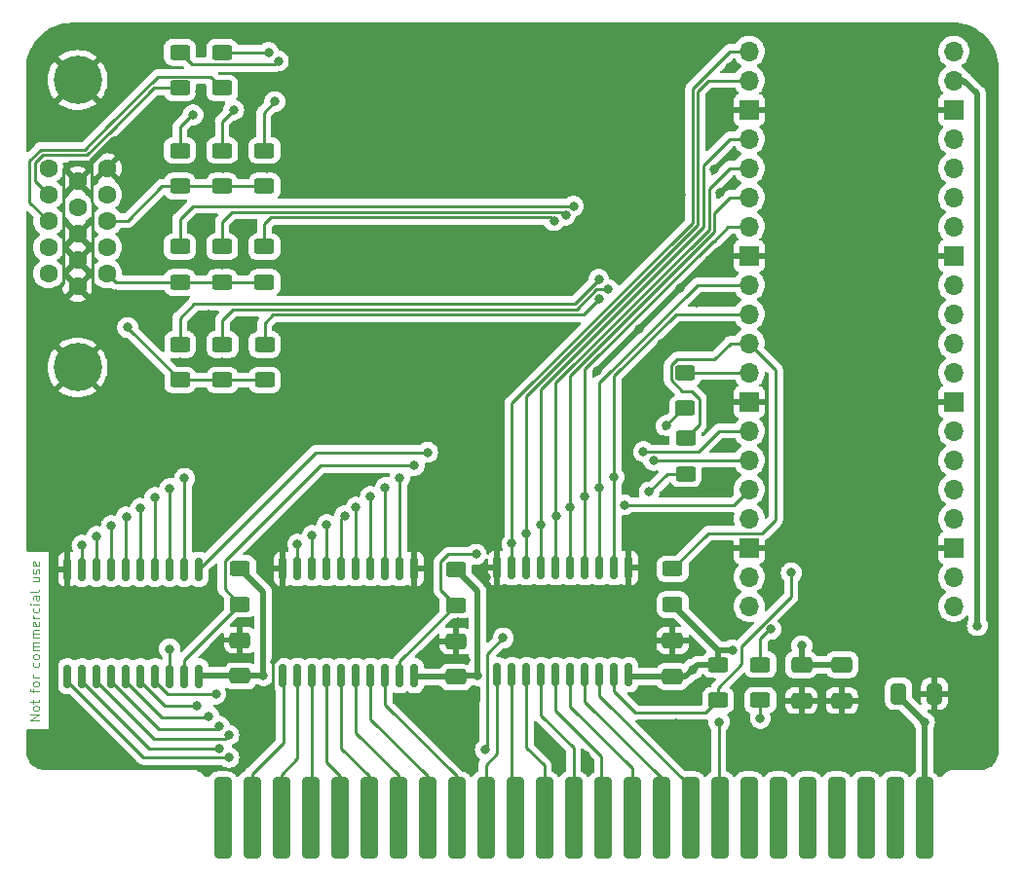
<source format=gtl>
G04 #@! TF.GenerationSoftware,KiCad,Pcbnew,(7.0.0-0)*
G04 #@! TF.CreationDate,2024-01-11T11:42:18+09:00*
G04 #@! TF.ProjectId,AppleVGA_mini_kmm,4170706c-6556-4474-915f-6d696e695f6b,1.0*
G04 #@! TF.SameCoordinates,Original*
G04 #@! TF.FileFunction,Copper,L1,Top*
G04 #@! TF.FilePolarity,Positive*
%FSLAX46Y46*%
G04 Gerber Fmt 4.6, Leading zero omitted, Abs format (unit mm)*
G04 Created by KiCad (PCBNEW (7.0.0-0)) date 2024-01-11 11:42:18*
%MOMM*%
%LPD*%
G01*
G04 APERTURE LIST*
G04 Aperture macros list*
%AMRoundRect*
0 Rectangle with rounded corners*
0 $1 Rounding radius*
0 $2 $3 $4 $5 $6 $7 $8 $9 X,Y pos of 4 corners*
0 Add a 4 corners polygon primitive as box body*
4,1,4,$2,$3,$4,$5,$6,$7,$8,$9,$2,$3,0*
0 Add four circle primitives for the rounded corners*
1,1,$1+$1,$2,$3*
1,1,$1+$1,$4,$5*
1,1,$1+$1,$6,$7*
1,1,$1+$1,$8,$9*
0 Add four rect primitives between the rounded corners*
20,1,$1+$1,$2,$3,$4,$5,0*
20,1,$1+$1,$4,$5,$6,$7,0*
20,1,$1+$1,$6,$7,$8,$9,0*
20,1,$1+$1,$8,$9,$2,$3,0*%
G04 Aperture macros list end*
%ADD10C,0.100000*%
G04 #@! TA.AperFunction,NonConductor*
%ADD11C,0.100000*%
G04 #@! TD*
G04 #@! TA.AperFunction,ConnectorPad*
%ADD12RoundRect,0.381000X0.381000X3.175000X-0.381000X3.175000X-0.381000X-3.175000X0.381000X-3.175000X0*%
G04 #@! TD*
G04 #@! TA.AperFunction,ComponentPad*
%ADD13O,1.700000X1.700000*%
G04 #@! TD*
G04 #@! TA.AperFunction,ComponentPad*
%ADD14R,1.700000X1.700000*%
G04 #@! TD*
G04 #@! TA.AperFunction,SMDPad,CuDef*
%ADD15RoundRect,0.250000X0.625000X-0.400000X0.625000X0.400000X-0.625000X0.400000X-0.625000X-0.400000X0*%
G04 #@! TD*
G04 #@! TA.AperFunction,ComponentPad*
%ADD16C,4.200000*%
G04 #@! TD*
G04 #@! TA.AperFunction,ComponentPad*
%ADD17C,1.600000*%
G04 #@! TD*
G04 #@! TA.AperFunction,SMDPad,CuDef*
%ADD18RoundRect,0.150000X-0.150000X0.875000X-0.150000X-0.875000X0.150000X-0.875000X0.150000X0.875000X0*%
G04 #@! TD*
G04 #@! TA.AperFunction,SMDPad,CuDef*
%ADD19RoundRect,0.250000X-0.412500X-0.650000X0.412500X-0.650000X0.412500X0.650000X-0.412500X0.650000X0*%
G04 #@! TD*
G04 #@! TA.AperFunction,SMDPad,CuDef*
%ADD20RoundRect,0.250000X-0.650000X0.412500X-0.650000X-0.412500X0.650000X-0.412500X0.650000X0.412500X0*%
G04 #@! TD*
G04 #@! TA.AperFunction,ViaPad*
%ADD21C,0.800000*%
G04 #@! TD*
G04 #@! TA.AperFunction,Conductor*
%ADD22C,0.500000*%
G04 #@! TD*
G04 #@! TA.AperFunction,Conductor*
%ADD23C,0.250000*%
G04 #@! TD*
G04 #@! TA.AperFunction,Conductor*
%ADD24C,0.228600*%
G04 #@! TD*
G04 APERTURE END LIST*
D10*
D11*
X105975904Y-127989523D02*
X105175904Y-127989523D01*
X105175904Y-127989523D02*
X105975904Y-127532380D01*
X105975904Y-127532380D02*
X105175904Y-127532380D01*
X105975904Y-127037143D02*
X105937809Y-127113333D01*
X105937809Y-127113333D02*
X105899714Y-127151428D01*
X105899714Y-127151428D02*
X105823523Y-127189524D01*
X105823523Y-127189524D02*
X105594952Y-127189524D01*
X105594952Y-127189524D02*
X105518761Y-127151428D01*
X105518761Y-127151428D02*
X105480666Y-127113333D01*
X105480666Y-127113333D02*
X105442571Y-127037143D01*
X105442571Y-127037143D02*
X105442571Y-126922857D01*
X105442571Y-126922857D02*
X105480666Y-126846666D01*
X105480666Y-126846666D02*
X105518761Y-126808571D01*
X105518761Y-126808571D02*
X105594952Y-126770476D01*
X105594952Y-126770476D02*
X105823523Y-126770476D01*
X105823523Y-126770476D02*
X105899714Y-126808571D01*
X105899714Y-126808571D02*
X105937809Y-126846666D01*
X105937809Y-126846666D02*
X105975904Y-126922857D01*
X105975904Y-126922857D02*
X105975904Y-127037143D01*
X105442571Y-126541904D02*
X105442571Y-126237142D01*
X105175904Y-126427618D02*
X105861619Y-126427618D01*
X105861619Y-126427618D02*
X105937809Y-126389523D01*
X105937809Y-126389523D02*
X105975904Y-126313333D01*
X105975904Y-126313333D02*
X105975904Y-126237142D01*
X105442571Y-125604761D02*
X105442571Y-125299999D01*
X105975904Y-125490475D02*
X105290190Y-125490475D01*
X105290190Y-125490475D02*
X105214000Y-125452380D01*
X105214000Y-125452380D02*
X105175904Y-125376190D01*
X105175904Y-125376190D02*
X105175904Y-125299999D01*
X105975904Y-124919047D02*
X105937809Y-124995237D01*
X105937809Y-124995237D02*
X105899714Y-125033332D01*
X105899714Y-125033332D02*
X105823523Y-125071428D01*
X105823523Y-125071428D02*
X105594952Y-125071428D01*
X105594952Y-125071428D02*
X105518761Y-125033332D01*
X105518761Y-125033332D02*
X105480666Y-124995237D01*
X105480666Y-124995237D02*
X105442571Y-124919047D01*
X105442571Y-124919047D02*
X105442571Y-124804761D01*
X105442571Y-124804761D02*
X105480666Y-124728570D01*
X105480666Y-124728570D02*
X105518761Y-124690475D01*
X105518761Y-124690475D02*
X105594952Y-124652380D01*
X105594952Y-124652380D02*
X105823523Y-124652380D01*
X105823523Y-124652380D02*
X105899714Y-124690475D01*
X105899714Y-124690475D02*
X105937809Y-124728570D01*
X105937809Y-124728570D02*
X105975904Y-124804761D01*
X105975904Y-124804761D02*
X105975904Y-124919047D01*
X105975904Y-124309522D02*
X105442571Y-124309522D01*
X105594952Y-124309522D02*
X105518761Y-124271427D01*
X105518761Y-124271427D02*
X105480666Y-124233332D01*
X105480666Y-124233332D02*
X105442571Y-124157141D01*
X105442571Y-124157141D02*
X105442571Y-124080951D01*
X105937809Y-122991427D02*
X105975904Y-123067618D01*
X105975904Y-123067618D02*
X105975904Y-123219999D01*
X105975904Y-123219999D02*
X105937809Y-123296189D01*
X105937809Y-123296189D02*
X105899714Y-123334284D01*
X105899714Y-123334284D02*
X105823523Y-123372380D01*
X105823523Y-123372380D02*
X105594952Y-123372380D01*
X105594952Y-123372380D02*
X105518761Y-123334284D01*
X105518761Y-123334284D02*
X105480666Y-123296189D01*
X105480666Y-123296189D02*
X105442571Y-123219999D01*
X105442571Y-123219999D02*
X105442571Y-123067618D01*
X105442571Y-123067618D02*
X105480666Y-122991427D01*
X105975904Y-122534285D02*
X105937809Y-122610475D01*
X105937809Y-122610475D02*
X105899714Y-122648570D01*
X105899714Y-122648570D02*
X105823523Y-122686666D01*
X105823523Y-122686666D02*
X105594952Y-122686666D01*
X105594952Y-122686666D02*
X105518761Y-122648570D01*
X105518761Y-122648570D02*
X105480666Y-122610475D01*
X105480666Y-122610475D02*
X105442571Y-122534285D01*
X105442571Y-122534285D02*
X105442571Y-122419999D01*
X105442571Y-122419999D02*
X105480666Y-122343808D01*
X105480666Y-122343808D02*
X105518761Y-122305713D01*
X105518761Y-122305713D02*
X105594952Y-122267618D01*
X105594952Y-122267618D02*
X105823523Y-122267618D01*
X105823523Y-122267618D02*
X105899714Y-122305713D01*
X105899714Y-122305713D02*
X105937809Y-122343808D01*
X105937809Y-122343808D02*
X105975904Y-122419999D01*
X105975904Y-122419999D02*
X105975904Y-122534285D01*
X105975904Y-121924760D02*
X105442571Y-121924760D01*
X105518761Y-121924760D02*
X105480666Y-121886665D01*
X105480666Y-121886665D02*
X105442571Y-121810475D01*
X105442571Y-121810475D02*
X105442571Y-121696189D01*
X105442571Y-121696189D02*
X105480666Y-121619998D01*
X105480666Y-121619998D02*
X105556857Y-121581903D01*
X105556857Y-121581903D02*
X105975904Y-121581903D01*
X105556857Y-121581903D02*
X105480666Y-121543808D01*
X105480666Y-121543808D02*
X105442571Y-121467617D01*
X105442571Y-121467617D02*
X105442571Y-121353332D01*
X105442571Y-121353332D02*
X105480666Y-121277141D01*
X105480666Y-121277141D02*
X105556857Y-121239046D01*
X105556857Y-121239046D02*
X105975904Y-121239046D01*
X105975904Y-120858093D02*
X105442571Y-120858093D01*
X105518761Y-120858093D02*
X105480666Y-120819998D01*
X105480666Y-120819998D02*
X105442571Y-120743808D01*
X105442571Y-120743808D02*
X105442571Y-120629522D01*
X105442571Y-120629522D02*
X105480666Y-120553331D01*
X105480666Y-120553331D02*
X105556857Y-120515236D01*
X105556857Y-120515236D02*
X105975904Y-120515236D01*
X105556857Y-120515236D02*
X105480666Y-120477141D01*
X105480666Y-120477141D02*
X105442571Y-120400950D01*
X105442571Y-120400950D02*
X105442571Y-120286665D01*
X105442571Y-120286665D02*
X105480666Y-120210474D01*
X105480666Y-120210474D02*
X105556857Y-120172379D01*
X105556857Y-120172379D02*
X105975904Y-120172379D01*
X105937809Y-119486664D02*
X105975904Y-119562855D01*
X105975904Y-119562855D02*
X105975904Y-119715236D01*
X105975904Y-119715236D02*
X105937809Y-119791426D01*
X105937809Y-119791426D02*
X105861619Y-119829522D01*
X105861619Y-119829522D02*
X105556857Y-119829522D01*
X105556857Y-119829522D02*
X105480666Y-119791426D01*
X105480666Y-119791426D02*
X105442571Y-119715236D01*
X105442571Y-119715236D02*
X105442571Y-119562855D01*
X105442571Y-119562855D02*
X105480666Y-119486664D01*
X105480666Y-119486664D02*
X105556857Y-119448569D01*
X105556857Y-119448569D02*
X105633047Y-119448569D01*
X105633047Y-119448569D02*
X105709238Y-119829522D01*
X105975904Y-119105712D02*
X105442571Y-119105712D01*
X105594952Y-119105712D02*
X105518761Y-119067617D01*
X105518761Y-119067617D02*
X105480666Y-119029522D01*
X105480666Y-119029522D02*
X105442571Y-118953331D01*
X105442571Y-118953331D02*
X105442571Y-118877141D01*
X105937809Y-118267617D02*
X105975904Y-118343808D01*
X105975904Y-118343808D02*
X105975904Y-118496189D01*
X105975904Y-118496189D02*
X105937809Y-118572379D01*
X105937809Y-118572379D02*
X105899714Y-118610474D01*
X105899714Y-118610474D02*
X105823523Y-118648570D01*
X105823523Y-118648570D02*
X105594952Y-118648570D01*
X105594952Y-118648570D02*
X105518761Y-118610474D01*
X105518761Y-118610474D02*
X105480666Y-118572379D01*
X105480666Y-118572379D02*
X105442571Y-118496189D01*
X105442571Y-118496189D02*
X105442571Y-118343808D01*
X105442571Y-118343808D02*
X105480666Y-118267617D01*
X105975904Y-117924760D02*
X105442571Y-117924760D01*
X105175904Y-117924760D02*
X105214000Y-117962856D01*
X105214000Y-117962856D02*
X105252095Y-117924760D01*
X105252095Y-117924760D02*
X105214000Y-117886665D01*
X105214000Y-117886665D02*
X105175904Y-117924760D01*
X105175904Y-117924760D02*
X105252095Y-117924760D01*
X105975904Y-117200951D02*
X105556857Y-117200951D01*
X105556857Y-117200951D02*
X105480666Y-117239046D01*
X105480666Y-117239046D02*
X105442571Y-117315237D01*
X105442571Y-117315237D02*
X105442571Y-117467618D01*
X105442571Y-117467618D02*
X105480666Y-117543808D01*
X105937809Y-117200951D02*
X105975904Y-117277142D01*
X105975904Y-117277142D02*
X105975904Y-117467618D01*
X105975904Y-117467618D02*
X105937809Y-117543808D01*
X105937809Y-117543808D02*
X105861619Y-117581904D01*
X105861619Y-117581904D02*
X105785428Y-117581904D01*
X105785428Y-117581904D02*
X105709238Y-117543808D01*
X105709238Y-117543808D02*
X105671142Y-117467618D01*
X105671142Y-117467618D02*
X105671142Y-117277142D01*
X105671142Y-117277142D02*
X105633047Y-117200951D01*
X105975904Y-116705713D02*
X105937809Y-116781903D01*
X105937809Y-116781903D02*
X105861619Y-116819998D01*
X105861619Y-116819998D02*
X105175904Y-116819998D01*
X105442571Y-115578093D02*
X105975904Y-115578093D01*
X105442571Y-115920950D02*
X105861619Y-115920950D01*
X105861619Y-115920950D02*
X105937809Y-115882855D01*
X105937809Y-115882855D02*
X105975904Y-115806665D01*
X105975904Y-115806665D02*
X105975904Y-115692379D01*
X105975904Y-115692379D02*
X105937809Y-115616188D01*
X105937809Y-115616188D02*
X105899714Y-115578093D01*
X105937809Y-115235236D02*
X105975904Y-115159045D01*
X105975904Y-115159045D02*
X105975904Y-115006664D01*
X105975904Y-115006664D02*
X105937809Y-114930474D01*
X105937809Y-114930474D02*
X105861619Y-114892378D01*
X105861619Y-114892378D02*
X105823523Y-114892378D01*
X105823523Y-114892378D02*
X105747333Y-114930474D01*
X105747333Y-114930474D02*
X105709238Y-115006664D01*
X105709238Y-115006664D02*
X105709238Y-115120950D01*
X105709238Y-115120950D02*
X105671142Y-115197140D01*
X105671142Y-115197140D02*
X105594952Y-115235236D01*
X105594952Y-115235236D02*
X105556857Y-115235236D01*
X105556857Y-115235236D02*
X105480666Y-115197140D01*
X105480666Y-115197140D02*
X105442571Y-115120950D01*
X105442571Y-115120950D02*
X105442571Y-115006664D01*
X105442571Y-115006664D02*
X105480666Y-114930474D01*
X105937809Y-114244759D02*
X105975904Y-114320950D01*
X105975904Y-114320950D02*
X105975904Y-114473331D01*
X105975904Y-114473331D02*
X105937809Y-114549521D01*
X105937809Y-114549521D02*
X105861619Y-114587617D01*
X105861619Y-114587617D02*
X105556857Y-114587617D01*
X105556857Y-114587617D02*
X105480666Y-114549521D01*
X105480666Y-114549521D02*
X105442571Y-114473331D01*
X105442571Y-114473331D02*
X105442571Y-114320950D01*
X105442571Y-114320950D02*
X105480666Y-114244759D01*
X105480666Y-114244759D02*
X105556857Y-114206664D01*
X105556857Y-114206664D02*
X105633047Y-114206664D01*
X105633047Y-114206664D02*
X105709238Y-114587617D01*
D12*
X121920000Y-136525000D03*
X124460000Y-136525000D03*
X127000000Y-136525000D03*
X129540000Y-136525000D03*
X132080000Y-136525000D03*
X134620000Y-136525000D03*
X137160000Y-136525000D03*
X139700000Y-136525000D03*
X142240000Y-136525000D03*
X144780000Y-136525000D03*
X147320000Y-136525000D03*
X149860000Y-136525000D03*
X152400000Y-136525000D03*
X154940000Y-136525000D03*
X157480000Y-136525000D03*
X160020000Y-136525000D03*
X162560000Y-136525000D03*
X165100000Y-136525000D03*
X167640000Y-136525000D03*
X170180000Y-136525000D03*
X172720000Y-136525000D03*
X175260000Y-136525000D03*
X177800000Y-136525000D03*
X180340000Y-136525000D03*
X182880000Y-136525000D03*
D13*
X167669999Y-69834999D03*
X167669999Y-72374999D03*
D14*
X167669999Y-74914999D03*
D13*
X167669999Y-77454999D03*
X167669999Y-79994999D03*
X167669999Y-82534999D03*
X167669999Y-85074999D03*
D14*
X167669999Y-87614999D03*
D13*
X167669999Y-90154999D03*
X167669999Y-92694999D03*
X167669999Y-95234999D03*
X167669999Y-97774999D03*
D14*
X167669999Y-100314999D03*
D13*
X167669999Y-102854999D03*
X167669999Y-105394999D03*
X167669999Y-107934999D03*
X167669999Y-110474999D03*
D14*
X167669999Y-113014999D03*
D13*
X167669999Y-115554999D03*
X167669999Y-118094999D03*
X185449999Y-118094999D03*
X185449999Y-115554999D03*
D14*
X185449999Y-113014999D03*
D13*
X185449999Y-110474999D03*
X185449999Y-107934999D03*
X185449999Y-105394999D03*
X185449999Y-102854999D03*
D14*
X185449999Y-100314999D03*
D13*
X185449999Y-97774999D03*
X185449999Y-95234999D03*
X185449999Y-92694999D03*
X185449999Y-90154999D03*
D14*
X185449999Y-87614999D03*
D13*
X185449999Y-85074999D03*
X185449999Y-82534999D03*
X185449999Y-79994999D03*
X185449999Y-77454999D03*
D14*
X185449999Y-74914999D03*
D13*
X185449999Y-72374999D03*
X185449999Y-69834999D03*
D15*
X162125000Y-100875000D03*
X162125000Y-97775000D03*
X121875000Y-81550000D03*
X121875000Y-78450000D03*
X121875000Y-89925000D03*
X121875000Y-86825000D03*
X125550000Y-89925000D03*
X125550000Y-86825000D03*
X118200000Y-81550000D03*
X118200000Y-78450000D03*
X142175000Y-118000000D03*
X142175000Y-114900000D03*
D16*
X109312988Y-72326500D03*
X109312988Y-97326500D03*
D17*
X111852988Y-89144500D03*
X111852988Y-86858500D03*
X111852988Y-84572500D03*
X111852988Y-82286500D03*
X111852988Y-80000500D03*
X109312988Y-90287500D03*
X109312988Y-88001500D03*
X109312988Y-85715500D03*
X109312988Y-83429500D03*
X109312988Y-81143500D03*
X106772988Y-89144500D03*
X106772988Y-86858500D03*
X106772988Y-84572500D03*
X106772988Y-82286500D03*
X106772988Y-80000500D03*
D15*
X168650000Y-126275000D03*
X168650000Y-123175000D03*
D18*
X138590000Y-114825000D03*
X137320000Y-114825000D03*
X136050000Y-114825000D03*
X134780000Y-114825000D03*
X133510000Y-114825000D03*
X132240000Y-114825000D03*
X130970000Y-114825000D03*
X129700000Y-114825000D03*
X128430000Y-114825000D03*
X127160000Y-114825000D03*
X127160000Y-124125000D03*
X128430000Y-124125000D03*
X129700000Y-124125000D03*
X130970000Y-124125000D03*
X132240000Y-124125000D03*
X133510000Y-124125000D03*
X134780000Y-124125000D03*
X136050000Y-124125000D03*
X137320000Y-124125000D03*
X138590000Y-124125000D03*
D15*
X121875000Y-73025000D03*
X121875000Y-69925000D03*
X118200000Y-73025000D03*
X118200000Y-69925000D03*
X161025000Y-117950000D03*
X161025000Y-114850000D03*
D19*
X180657500Y-125710000D03*
X183782500Y-125710000D03*
D15*
X118225000Y-98425000D03*
X118225000Y-95325000D03*
D20*
X172225000Y-123175000D03*
X172225000Y-126300000D03*
D18*
X157215000Y-114750000D03*
X155945000Y-114750000D03*
X154675000Y-114750000D03*
X153405000Y-114750000D03*
X152135000Y-114750000D03*
X150865000Y-114750000D03*
X149595000Y-114750000D03*
X148325000Y-114750000D03*
X147055000Y-114750000D03*
X145785000Y-114750000D03*
X145785000Y-124050000D03*
X147055000Y-124050000D03*
X148325000Y-124050000D03*
X149595000Y-124050000D03*
X150865000Y-124050000D03*
X152135000Y-124050000D03*
X153405000Y-124050000D03*
X154675000Y-124050000D03*
X155945000Y-124050000D03*
X157215000Y-124050000D03*
D15*
X123425000Y-117912500D03*
X123425000Y-114812500D03*
X162160000Y-106570000D03*
X162160000Y-103470000D03*
X121900000Y-98425000D03*
X121900000Y-95325000D03*
X164975000Y-126275000D03*
X164975000Y-123175000D03*
X118200000Y-89925000D03*
X118200000Y-86825000D03*
X125575000Y-98425000D03*
X125575000Y-95325000D03*
D20*
X161000000Y-121075000D03*
X161000000Y-124200000D03*
X142175000Y-121125000D03*
X142175000Y-124250000D03*
X123425000Y-121037500D03*
X123425000Y-124162500D03*
D15*
X125550000Y-81550000D03*
X125550000Y-78450000D03*
D18*
X119865000Y-114875000D03*
X118595000Y-114875000D03*
X117325000Y-114875000D03*
X116055000Y-114875000D03*
X114785000Y-114875000D03*
X113515000Y-114875000D03*
X112245000Y-114875000D03*
X110975000Y-114875000D03*
X109705000Y-114875000D03*
X108435000Y-114875000D03*
X108435000Y-124175000D03*
X109705000Y-124175000D03*
X110975000Y-124175000D03*
X112245000Y-124175000D03*
X113515000Y-124175000D03*
X114785000Y-124175000D03*
X116055000Y-124175000D03*
X117325000Y-124175000D03*
X118595000Y-124175000D03*
X119865000Y-124175000D03*
D20*
X175725000Y-123175000D03*
X175725000Y-126300000D03*
D21*
X182900000Y-128200000D03*
X183430000Y-99220000D03*
X136271000Y-121920000D03*
X176530000Y-73660000D03*
X124460000Y-68580000D03*
X142240000Y-130810000D03*
X164592000Y-80137000D03*
X125730000Y-80010000D03*
X170000000Y-85000000D03*
X109220000Y-109220000D03*
X125730000Y-105410000D03*
X152950000Y-89090000D03*
X161720000Y-82260000D03*
X127000000Y-116840000D03*
X182500000Y-85000000D03*
X137850000Y-72030000D03*
X170000000Y-95000000D03*
X180340000Y-120650000D03*
X128270000Y-76200000D03*
X164973000Y-114046000D03*
X113411000Y-83312000D03*
X183007000Y-117856000D03*
X124110000Y-131300000D03*
X164465000Y-101854000D03*
X164190000Y-87940000D03*
X170440000Y-131250000D03*
X107950000Y-76200000D03*
X158420000Y-87270000D03*
X121285000Y-117856000D03*
X177780000Y-128630000D03*
X123190000Y-85090000D03*
X182500000Y-110000000D03*
X182500000Y-89070000D03*
X119940000Y-73310000D03*
X137810000Y-68440000D03*
X144780000Y-102870000D03*
X158496000Y-122555000D03*
X120650000Y-92710000D03*
X171450000Y-104140000D03*
X182500000Y-80000000D03*
X112690000Y-101850000D03*
X165735000Y-110363000D03*
X129540000Y-121920000D03*
X128270000Y-86360000D03*
X111760000Y-121920000D03*
X157480000Y-107950000D03*
X185420000Y-121920000D03*
X164973000Y-119888000D03*
X183190000Y-106970000D03*
X183120000Y-104320000D03*
X168910000Y-104140000D03*
X163703000Y-98806000D03*
X162560000Y-68580000D03*
X187833000Y-124079000D03*
X115570000Y-74930000D03*
X170430000Y-124970000D03*
X110920000Y-92670000D03*
X128270000Y-90170000D03*
X153420000Y-131050000D03*
X128270000Y-81280000D03*
X165989000Y-71247000D03*
X158750000Y-113030000D03*
X125730000Y-114300000D03*
X143764000Y-125730000D03*
X158750000Y-102870000D03*
X121840000Y-96840000D03*
X117983000Y-91694000D03*
X169990000Y-74880000D03*
X142367000Y-119507000D03*
X178816000Y-124587000D03*
X113030000Y-77470000D03*
X115570000Y-92710000D03*
X161290000Y-111760000D03*
X112649000Y-90932000D03*
X165100000Y-82169000D03*
X151130000Y-93980000D03*
X187320000Y-130000000D03*
X162560000Y-130810000D03*
X109220000Y-116840000D03*
X139920000Y-113810000D03*
X161160000Y-84600000D03*
X124460000Y-93980000D03*
X138260000Y-127110000D03*
X182500000Y-92500000D03*
X185420000Y-127000000D03*
X158120000Y-94010000D03*
X147193000Y-72136000D03*
X151130000Y-68580000D03*
X151130000Y-121920000D03*
X171450000Y-99060000D03*
X115570000Y-86360000D03*
X188160000Y-71170000D03*
X157480000Y-116840000D03*
X144907000Y-82042000D03*
X111760000Y-130810000D03*
X161290000Y-78740000D03*
X165862000Y-106807000D03*
X170000000Y-87500000D03*
X157480000Y-81280000D03*
X164250000Y-74910000D03*
X138600000Y-117880000D03*
X183130000Y-101850000D03*
X107950000Y-113030000D03*
X106210000Y-101970000D03*
X121950000Y-80020000D03*
X170053000Y-116713000D03*
X118237000Y-96901000D03*
X161640000Y-90410000D03*
X170000000Y-92500000D03*
X170000000Y-82500000D03*
X164592000Y-94996000D03*
X119380000Y-85090000D03*
X151130000Y-130810000D03*
X139192000Y-122428000D03*
X170100000Y-68570000D03*
X115570000Y-116840000D03*
X107680000Y-116840000D03*
X164719000Y-116459000D03*
X160020000Y-95250000D03*
X182500000Y-97500000D03*
X165735000Y-104140000D03*
X146050000Y-116840000D03*
X106680000Y-91440000D03*
X137160000Y-80010000D03*
X170000000Y-80000000D03*
X172339000Y-117983000D03*
X161290000Y-111760000D03*
X147840000Y-85390000D03*
X107950000Y-127000000D03*
X115570000Y-80010000D03*
X170000000Y-90000000D03*
X124460000Y-72390000D03*
X163068000Y-91694000D03*
X172720000Y-87630000D03*
X144780000Y-115570000D03*
X139700000Y-125730000D03*
X142250000Y-85430000D03*
X170000000Y-112500000D03*
X121890000Y-88380000D03*
X143002000Y-122809000D03*
X154440000Y-97630000D03*
X129540000Y-93980000D03*
X173910000Y-127430000D03*
X158750000Y-125730000D03*
X162560000Y-125730000D03*
X161671000Y-108204000D03*
X161290000Y-128270000D03*
X115570000Y-69850000D03*
X125450000Y-124125000D03*
X162750000Y-123575000D03*
X187504978Y-119780000D03*
X166200000Y-121900000D03*
X172250000Y-121525000D03*
X144075000Y-124125000D03*
X128430000Y-112700000D03*
X109705287Y-112778100D03*
X147055000Y-112625000D03*
X129700000Y-111946900D03*
X110975287Y-112025000D03*
X148325000Y-111750000D03*
X130974713Y-110996900D03*
X112250000Y-111075000D03*
X149575000Y-111000000D03*
X113546684Y-110321900D03*
X132500000Y-110243800D03*
X150875000Y-110250000D03*
X133510000Y-109490700D03*
X152125000Y-109475000D03*
X114785287Y-109568800D03*
X116025287Y-108628100D03*
X134750000Y-108550000D03*
X153400000Y-108550000D03*
X136050000Y-107775000D03*
X154675000Y-107775000D03*
X117325287Y-107853100D03*
X118600287Y-106978100D03*
X137325000Y-106900000D03*
X155925000Y-106850000D03*
X168640000Y-127850000D03*
X160467477Y-102357523D03*
X165050000Y-128150000D03*
X144750000Y-130550000D03*
X158985376Y-108155376D03*
X146290752Y-120850000D03*
X169560000Y-120090000D03*
X122460000Y-131250000D03*
X121600000Y-130450000D03*
X122450000Y-129300000D03*
X121625000Y-128525000D03*
X120700000Y-127650000D03*
X119675000Y-126746400D03*
X121325000Y-125725000D03*
X117300000Y-121800000D03*
X156800000Y-109275000D03*
X143950000Y-113575000D03*
X171325000Y-115189000D03*
X126450000Y-74200000D03*
X122875000Y-74925000D03*
X119350000Y-75350000D03*
X125900000Y-69925000D03*
X126755432Y-70678100D03*
X113665000Y-93853000D03*
X152400000Y-83300000D03*
X151728251Y-84078298D03*
X150703886Y-84553100D03*
X154600000Y-89675000D03*
X155400000Y-90550000D03*
X154658444Y-91358444D03*
X139725000Y-104700000D03*
X158491900Y-104641900D03*
X138575000Y-105850000D03*
X159371900Y-105403100D03*
D22*
X182880000Y-128220000D02*
X182880000Y-136525000D01*
X182900000Y-128200000D02*
X182880000Y-128220000D01*
X182900000Y-128200000D02*
X180675000Y-125975000D01*
D23*
X110920000Y-92670000D02*
X110780000Y-92540000D01*
D22*
X112480000Y-77470000D02*
X110510000Y-79440000D01*
D23*
X110498188Y-79451812D02*
X110498188Y-82875500D01*
X108083188Y-90036812D02*
X106680000Y-91440000D01*
X126280000Y-122920000D02*
X126280000Y-129130000D01*
X108668188Y-79451812D02*
X108083188Y-80036812D01*
X110498188Y-79451812D02*
X108668188Y-79451812D01*
X110590000Y-82967312D02*
X110590000Y-92350000D01*
D22*
X127280000Y-121920000D02*
X126280000Y-122920000D01*
X113030000Y-77470000D02*
X112480000Y-77470000D01*
D23*
X110590000Y-92350000D02*
X110920000Y-92670000D01*
D22*
X129540000Y-121920000D02*
X127280000Y-121920000D01*
D23*
X110498188Y-82875500D02*
X110590000Y-82967312D01*
X108083188Y-80036812D02*
X108083188Y-90036812D01*
D22*
X110510000Y-79440000D02*
X110498188Y-79451812D01*
D23*
X126280000Y-129130000D02*
X124110000Y-131300000D01*
D22*
X161025000Y-117950000D02*
X164975000Y-121900000D01*
X125450000Y-124125000D02*
X123462500Y-124125000D01*
X144075000Y-124125000D02*
X142300000Y-124125000D01*
X162750000Y-123575000D02*
X163150000Y-123175000D01*
X142300000Y-124125000D02*
X142175000Y-124250000D01*
X142175000Y-124250000D02*
X138715000Y-124250000D01*
X164975000Y-121900000D02*
X164975000Y-123175000D01*
X163150000Y-123175000D02*
X164975000Y-123175000D01*
X157365000Y-124200000D02*
X157215000Y-124050000D01*
X166200000Y-121900000D02*
X164975000Y-121900000D01*
X162125000Y-124200000D02*
X157365000Y-124200000D01*
X123462500Y-124125000D02*
X123425000Y-124162500D01*
X186345000Y-72375000D02*
X185450000Y-72375000D01*
X187490000Y-73520000D02*
X186345000Y-72375000D01*
X175700000Y-123150000D02*
X175725000Y-123175000D01*
X144075000Y-116800000D02*
X142175000Y-114900000D01*
X187490000Y-119765022D02*
X187490000Y-73520000D01*
X144075000Y-124125000D02*
X144075000Y-116800000D01*
X119877500Y-124162500D02*
X119865000Y-124175000D01*
X125450000Y-116837500D02*
X125450000Y-124125000D01*
X162750000Y-123575000D02*
X162125000Y-124200000D01*
X187504978Y-119780000D02*
X187490000Y-119765022D01*
X175725000Y-123175000D02*
X172225000Y-123175000D01*
X172250000Y-121525000D02*
X172250000Y-123062500D01*
X123425000Y-124162500D02*
X119877500Y-124162500D01*
X123425000Y-114812500D02*
X125450000Y-116837500D01*
X138715000Y-124250000D02*
X138590000Y-124125000D01*
D23*
X147055000Y-112625000D02*
X147055000Y-114750000D01*
X166002800Y-69835000D02*
X167670000Y-69835000D01*
X162752000Y-73085800D02*
X166002800Y-69835000D01*
X109705287Y-112778100D02*
X109705287Y-114903100D01*
X147055000Y-112625000D02*
X147055000Y-100410790D01*
X162752000Y-84713790D02*
X162752000Y-73085800D01*
X128430000Y-112700000D02*
X128450000Y-112680000D01*
X147055000Y-100410790D02*
X162752000Y-84713790D01*
X128430000Y-112700000D02*
X128430000Y-114825000D01*
X164139642Y-72375000D02*
X167670000Y-72375000D01*
X110975287Y-112025000D02*
X110975287Y-114903100D01*
X129700000Y-111946900D02*
X129700000Y-114825000D01*
X163230600Y-84912032D02*
X163230600Y-73284042D01*
X148325000Y-114750000D02*
X148325000Y-111750000D01*
X148325000Y-111750000D02*
X148325000Y-99817632D01*
X163230600Y-73284042D02*
X164139642Y-72375000D01*
X148325000Y-99817632D02*
X163230600Y-84912032D01*
X163709200Y-85110274D02*
X163709200Y-79748600D01*
X130970000Y-114825000D02*
X130970000Y-111001613D01*
X149595000Y-114750000D02*
X149595000Y-99224474D01*
X112245287Y-114903100D02*
X112245287Y-111079713D01*
X166002800Y-77455000D02*
X167670000Y-77455000D01*
X149595000Y-99224474D02*
X163709200Y-85110274D01*
X163709200Y-79748600D02*
X166002800Y-77455000D01*
X132240000Y-110503800D02*
X132240000Y-114825000D01*
X150875000Y-110250000D02*
X150865000Y-110240000D01*
X132500000Y-110243800D02*
X132240000Y-110503800D01*
X150865000Y-110260000D02*
X150875000Y-110250000D01*
X113515287Y-114903100D02*
X113515287Y-110353297D01*
X166002800Y-79995000D02*
X167670000Y-79995000D01*
X164187800Y-81810000D02*
X166002800Y-79995000D01*
X164187800Y-85308516D02*
X164187800Y-81810000D01*
X150865000Y-98631316D02*
X164187800Y-85308516D01*
X150865000Y-114750000D02*
X150865000Y-110260000D01*
X150865000Y-110240000D02*
X150865000Y-98631316D01*
X166002800Y-82535000D02*
X167670000Y-82535000D01*
X114785287Y-109568800D02*
X114785287Y-114903100D01*
X152135000Y-114750000D02*
X152135000Y-98038158D01*
X133510000Y-109490700D02*
X133510000Y-114825000D01*
X152135000Y-98038158D02*
X164666400Y-85506758D01*
X164666400Y-83871400D02*
X166002800Y-82535000D01*
X164666400Y-85506758D02*
X164666400Y-83871400D01*
X153405000Y-97445000D02*
X164514800Y-86335200D01*
X134750000Y-108550000D02*
X134780000Y-108520000D01*
X134750000Y-108550000D02*
X134780000Y-108580000D01*
X165850400Y-85075000D02*
X167670000Y-85075000D01*
X134780000Y-108580000D02*
X134780000Y-114825000D01*
X164590200Y-86335200D02*
X165850400Y-85075000D01*
X153405000Y-114750000D02*
X153405000Y-97445000D01*
X164514800Y-86335200D02*
X164590200Y-86335200D01*
X116055287Y-108658100D02*
X116055287Y-114903100D01*
X154675000Y-114750000D02*
X154675000Y-98648158D01*
X163168158Y-90155000D02*
X167670000Y-90155000D01*
X117325287Y-114903100D02*
X117325287Y-107853100D01*
X136050000Y-114825000D02*
X136050000Y-107775000D01*
X154675000Y-98648158D02*
X163168158Y-90155000D01*
X155945000Y-106830000D02*
X155945000Y-98055000D01*
X155945000Y-106870000D02*
X155925000Y-106850000D01*
X137325000Y-106900000D02*
X137250000Y-106825000D01*
X137325000Y-106900000D02*
X137325000Y-114820000D01*
X155945000Y-98055000D02*
X161305000Y-92695000D01*
X137250000Y-106825000D02*
X137250000Y-106750000D01*
X161305000Y-92695000D02*
X167670000Y-92695000D01*
X118600287Y-106978100D02*
X118600287Y-114898100D01*
X155945000Y-114750000D02*
X155945000Y-106870000D01*
X155925000Y-106850000D02*
X155945000Y-106830000D01*
X137325000Y-114820000D02*
X137320000Y-114825000D01*
X168640000Y-127850000D02*
X168650000Y-127840000D01*
X168650000Y-127840000D02*
X168650000Y-126275000D01*
X160467477Y-102357523D02*
X161950000Y-100875000D01*
X161950000Y-100875000D02*
X162125000Y-100875000D01*
X165050000Y-128150000D02*
X165050000Y-136475000D01*
X165050000Y-136475000D02*
X165100000Y-136525000D01*
X160467477Y-102357523D02*
X160225000Y-102600000D01*
X162160000Y-106570000D02*
X160570752Y-106570000D01*
X144900000Y-126525000D02*
X144900000Y-130400000D01*
X144900000Y-130400000D02*
X144750000Y-130550000D01*
X144904800Y-126520200D02*
X144900000Y-126525000D01*
X146290752Y-120850000D02*
X144904800Y-122235952D01*
X160570752Y-106570000D02*
X158985376Y-108155376D01*
X144904800Y-122235952D02*
X144904800Y-126520200D01*
X168650000Y-120900000D02*
X168650000Y-123175000D01*
X169560000Y-119990000D02*
X169560000Y-120090000D01*
X169560000Y-120090000D02*
X169460000Y-120090000D01*
X169460000Y-120090000D02*
X168650000Y-120900000D01*
X144780000Y-131895000D02*
X144780000Y-136525000D01*
X145785000Y-130890000D02*
X144780000Y-131895000D01*
X145785000Y-124050000D02*
X145785000Y-130890000D01*
X147055000Y-136260000D02*
X147320000Y-136525000D01*
X147055000Y-124050000D02*
X147055000Y-136260000D01*
X148325000Y-130405000D02*
X149860000Y-131940000D01*
X148325000Y-124050000D02*
X148325000Y-130405000D01*
X149860000Y-131940000D02*
X149860000Y-136525000D01*
X149595000Y-124050000D02*
X149595000Y-127620000D01*
X149595000Y-127620000D02*
X152400000Y-130425000D01*
X152400000Y-130425000D02*
X152400000Y-136525000D01*
X150865000Y-124050000D02*
X150865000Y-127190000D01*
X154850000Y-131175000D02*
X154850000Y-136435000D01*
X154850000Y-136435000D02*
X154940000Y-136525000D01*
X150865000Y-127190000D02*
X154850000Y-131175000D01*
X152125000Y-126825000D02*
X157480000Y-132180000D01*
X152135000Y-124517198D02*
X152125000Y-124527198D01*
X152135000Y-124050000D02*
X152135000Y-124517198D01*
X157480000Y-132180000D02*
X157480000Y-136525000D01*
X152125000Y-124527198D02*
X152125000Y-126825000D01*
X153405000Y-124050000D02*
X153405000Y-126430000D01*
X160020000Y-133045000D02*
X160020000Y-136525000D01*
X153405000Y-126430000D02*
X160020000Y-133045000D01*
X154675000Y-124050000D02*
X154675000Y-125925000D01*
X154675000Y-125925000D02*
X162560000Y-133810000D01*
X162560000Y-133810000D02*
X162560000Y-136525000D01*
X127160000Y-124125000D02*
X127175000Y-124140000D01*
X127175000Y-124140000D02*
X127175000Y-129925000D01*
X124460000Y-132640000D02*
X124460000Y-136525000D01*
X127175000Y-129925000D02*
X124460000Y-132640000D01*
X128430000Y-124125000D02*
X128430000Y-131340000D01*
X127000000Y-132770000D02*
X127000000Y-136525000D01*
X128430000Y-131340000D02*
X127000000Y-132770000D01*
X129700000Y-136365000D02*
X129540000Y-136525000D01*
X129700000Y-124125000D02*
X129700000Y-136365000D01*
X132080000Y-132810000D02*
X132080000Y-136525000D01*
X130970000Y-124125000D02*
X130970000Y-131700000D01*
X130970000Y-131700000D02*
X132080000Y-132810000D01*
X132240000Y-124125000D02*
X132240000Y-130450000D01*
X134620000Y-134470119D02*
X134620000Y-136525000D01*
X132240000Y-130450000D02*
X134620000Y-132830000D01*
X134620000Y-132830000D02*
X134620000Y-136525000D01*
X133510000Y-129140000D02*
X137160000Y-132790000D01*
X133510000Y-124125000D02*
X133510000Y-129140000D01*
X137160000Y-132790000D02*
X137160000Y-136525000D01*
X134780000Y-127900000D02*
X139700000Y-132820000D01*
X139700000Y-132820000D02*
X139700000Y-136525000D01*
X134780000Y-124125000D02*
X134780000Y-127900000D01*
X136050000Y-124125000D02*
X136050000Y-126680000D01*
X136050000Y-126680000D02*
X142240000Y-132870000D01*
X142240000Y-132870000D02*
X142240000Y-136525000D01*
X108435000Y-124642198D02*
X108435000Y-124175000D01*
X115042802Y-131250000D02*
X108435000Y-124642198D01*
X122460000Y-131250000D02*
X115042802Y-131250000D01*
X121600000Y-130450000D02*
X115512802Y-130450000D01*
X115512802Y-130450000D02*
X109705000Y-124642198D01*
X109705000Y-124642198D02*
X109705000Y-124175000D01*
X110975000Y-124642198D02*
X110975000Y-124175000D01*
X122450000Y-129300000D02*
X122525000Y-129300000D01*
X122525000Y-129300000D02*
X122575000Y-129350000D01*
X122150000Y-129600000D02*
X115932802Y-129600000D01*
X122450000Y-129300000D02*
X122150000Y-129600000D01*
X115932802Y-129600000D02*
X110975000Y-124642198D01*
X121400000Y-128750000D02*
X116352802Y-128750000D01*
X112245000Y-124642198D02*
X112245000Y-124175000D01*
X116352802Y-128750000D02*
X112245000Y-124642198D01*
X121625000Y-128525000D02*
X121400000Y-128750000D01*
X113515000Y-124642198D02*
X113515000Y-124175000D01*
X116597802Y-127725000D02*
X113515000Y-124642198D01*
X120625000Y-127725000D02*
X116597802Y-127725000D01*
X120700000Y-127650000D02*
X120625000Y-127725000D01*
X119675000Y-126746400D02*
X119621400Y-126800000D01*
X114785000Y-124642198D02*
X114785000Y-124175000D01*
X119675000Y-126746400D02*
X116889202Y-126746400D01*
X116889202Y-126746400D02*
X114785000Y-124642198D01*
X116055000Y-124175000D02*
X116055000Y-124642198D01*
X118650000Y-125725000D02*
X121250000Y-125725000D01*
X121250000Y-125725000D02*
X121325000Y-125725000D01*
X121325000Y-125650000D02*
X121275000Y-125700000D01*
X121250000Y-125725000D02*
X121250000Y-125725000D01*
X121325000Y-125725000D02*
X121325000Y-125650000D01*
X117137802Y-125725000D02*
X118650000Y-125725000D01*
X116055000Y-124642198D02*
X117137802Y-125725000D01*
X117325000Y-124175000D02*
X117325000Y-121825000D01*
X117325000Y-121825000D02*
X117325000Y-121975000D01*
X117300000Y-121800000D02*
X117325000Y-121825000D01*
D24*
X140880900Y-114222850D02*
X141528750Y-113575000D01*
X141528750Y-113575000D02*
X143950000Y-113575000D01*
X166330000Y-109275000D02*
X167670000Y-107935000D01*
X137320000Y-122855000D02*
X137320000Y-124125000D01*
X142175000Y-118000000D02*
X137320000Y-122855000D01*
X140880900Y-116705900D02*
X140880900Y-114222850D01*
X142175000Y-118000000D02*
X140880900Y-116705900D01*
X156800000Y-109275000D02*
X166330000Y-109275000D01*
X171325000Y-117250000D02*
X167025000Y-121550000D01*
X167025000Y-123150000D02*
X164975000Y-125200000D01*
X167025000Y-121550000D02*
X167025000Y-123150000D01*
X171325000Y-115189000D02*
X171325000Y-117250000D01*
X163905900Y-127344100D02*
X164975000Y-126275000D01*
X155945000Y-124050000D02*
X155945000Y-125520000D01*
X164975000Y-125200000D02*
X164975000Y-126275000D01*
X157769100Y-127344100D02*
X163905900Y-127344100D01*
X155945000Y-125520000D02*
X157769100Y-127344100D01*
D23*
X125500000Y-78400000D02*
X125550000Y-78450000D01*
X126450000Y-74200000D02*
X125500000Y-75150000D01*
X125500000Y-75150000D02*
X125500000Y-78400000D01*
X121875000Y-75925000D02*
X121875000Y-78450000D01*
X122875000Y-74925000D02*
X121875000Y-75925000D01*
X119350000Y-75350000D02*
X119225000Y-75350000D01*
X118200000Y-76375000D02*
X118200000Y-78450000D01*
X119225000Y-75350000D02*
X118200000Y-76375000D01*
X169975000Y-110577200D02*
X168817000Y-111735200D01*
X160896400Y-97124981D02*
X160896400Y-98425019D01*
X168817000Y-111735200D02*
X164139800Y-111735200D01*
X167670000Y-95235000D02*
X166031400Y-95235000D01*
X161831381Y-99360000D02*
X162660000Y-99360000D01*
X167670000Y-95235000D02*
X169975000Y-97540000D01*
X161421381Y-96600000D02*
X160896400Y-97124981D01*
X160896400Y-98425019D02*
X161831381Y-99360000D01*
X166031400Y-95235000D02*
X164666400Y-96600000D01*
X164139800Y-111735200D02*
X161025000Y-114850000D01*
X164666400Y-96600000D02*
X161421381Y-96600000D01*
X163353600Y-102276400D02*
X162160000Y-103470000D01*
X169975000Y-97540000D02*
X169975000Y-110577200D01*
X162660000Y-99360000D02*
X163353600Y-100053600D01*
X163353600Y-100053600D02*
X163353600Y-102276400D01*
X167670000Y-97775000D02*
X162125000Y-97775000D01*
X125900000Y-69925000D02*
X121875000Y-69925000D01*
X126458532Y-70975000D02*
X119250000Y-70975000D01*
X126755432Y-70678100D02*
X126458532Y-70975000D01*
X119250000Y-70975000D02*
X118200000Y-69925000D01*
X106295151Y-78846900D02*
X105619388Y-79522663D01*
X115965000Y-73025000D02*
X112199800Y-76790200D01*
X105619388Y-81132900D02*
X106772988Y-82286500D01*
X118200000Y-73025000D02*
X115965000Y-73025000D01*
X105619388Y-79522663D02*
X105619388Y-81132900D01*
X112199800Y-76790200D02*
X112198418Y-76790200D01*
X107253925Y-78850000D02*
X107250825Y-78846900D01*
X110138618Y-78850000D02*
X107253925Y-78850000D01*
X112198418Y-76790200D02*
X110138618Y-78850000D01*
X107250825Y-78846900D02*
X106295151Y-78846900D01*
X109943476Y-78368300D02*
X106096909Y-78368300D01*
X105140788Y-79324421D02*
X105140788Y-82940300D01*
X112001558Y-76311600D02*
X112000176Y-76311600D01*
X106096909Y-78368300D02*
X105140788Y-79324421D01*
X121875000Y-73025000D02*
X120871400Y-72021400D01*
X116291758Y-72021400D02*
X112001558Y-76311600D01*
X120871400Y-72021400D02*
X116291758Y-72021400D01*
X105140788Y-82940300D02*
X106772988Y-84572500D01*
X112000176Y-76311600D02*
X109943476Y-78368300D01*
X118200000Y-81550000D02*
X121875000Y-81550000D01*
X116650000Y-81550000D02*
X118200000Y-81550000D01*
X113627500Y-84572500D02*
X116650000Y-81550000D01*
X111852988Y-84572500D02*
X113627500Y-84572500D01*
X121875000Y-81550000D02*
X125550000Y-81550000D01*
X113665000Y-93853000D02*
X113665000Y-93865000D01*
X113653000Y-93853000D02*
X113665000Y-93853000D01*
X118225000Y-98425000D02*
X121900000Y-98425000D01*
X113665000Y-93865000D02*
X118225000Y-98425000D01*
X121900000Y-98425000D02*
X125575000Y-98425000D01*
X111852988Y-89144500D02*
X112633488Y-89925000D01*
X118200000Y-89925000D02*
X121875000Y-89925000D01*
X112633488Y-89925000D02*
X118200000Y-89925000D01*
X121875000Y-89925000D02*
X125550000Y-89925000D01*
X119300000Y-83300000D02*
X118200000Y-84400000D01*
X152400000Y-83300000D02*
X119300000Y-83300000D01*
X118200000Y-84400000D02*
X118200000Y-86825000D01*
X122725000Y-83800000D02*
X121875000Y-84650000D01*
X121875000Y-84650000D02*
X121875000Y-86825000D01*
X151728251Y-84078298D02*
X151449953Y-83800000D01*
X151449953Y-83800000D02*
X122725000Y-83800000D01*
X126096400Y-84278600D02*
X125525000Y-84850000D01*
X150429386Y-84278600D02*
X126096400Y-84278600D01*
X125525000Y-84850000D02*
X125525000Y-86800000D01*
X125525000Y-86800000D02*
X125550000Y-86825000D01*
X150703886Y-84553100D02*
X150429386Y-84278600D01*
X118200000Y-95300000D02*
X118225000Y-95325000D01*
X118200000Y-93025000D02*
X118200000Y-95300000D01*
X154600000Y-89675000D02*
X152500000Y-91775000D01*
X119450000Y-91775000D02*
X118200000Y-93025000D01*
X152500000Y-91775000D02*
X119450000Y-91775000D01*
X152698243Y-92253600D02*
X122846400Y-92253600D01*
X154401843Y-90550000D02*
X152698243Y-92253600D01*
X155400000Y-90550000D02*
X154401843Y-90550000D01*
X122846400Y-92253600D02*
X121900000Y-93200000D01*
X121900000Y-93200000D02*
X121900000Y-95325000D01*
X126317800Y-92732200D02*
X125575000Y-93475000D01*
X153284688Y-92732200D02*
X126317800Y-92732200D01*
X125575000Y-93475000D02*
X125575000Y-95325000D01*
X154658444Y-91358444D02*
X153284688Y-92732200D01*
X139725000Y-104700000D02*
X130040000Y-104700000D01*
X158500000Y-104650000D02*
X163250000Y-104650000D01*
X165045000Y-102855000D02*
X167670000Y-102855000D01*
X163250000Y-104650000D02*
X165045000Y-102855000D01*
X130040000Y-104700000D02*
X119865000Y-114875000D01*
X158491900Y-104641900D02*
X158500000Y-104650000D01*
X123325000Y-112925000D02*
X122120200Y-114129800D01*
X138575000Y-105850000D02*
X130425000Y-105850000D01*
X118595000Y-122742500D02*
X118595000Y-124175000D01*
X130425000Y-105850000D02*
X123350000Y-112925000D01*
X159371900Y-105403100D02*
X159380000Y-105395000D01*
X122120200Y-114129800D02*
X122120200Y-116607700D01*
X122120200Y-116607700D02*
X123425000Y-117912500D01*
X159380000Y-105395000D02*
X167670000Y-105395000D01*
X123425000Y-117912500D02*
X118595000Y-122742500D01*
X123350000Y-112925000D02*
X123325000Y-112925000D01*
G04 #@! TA.AperFunction,Conductor*
G36*
X185353119Y-67310632D02*
G01*
X185714909Y-67327363D01*
X185726303Y-67328419D01*
X186082184Y-67378065D01*
X186093436Y-67380169D01*
X186443213Y-67462439D01*
X186454215Y-67465569D01*
X186794927Y-67579766D01*
X186805596Y-67583900D01*
X187134308Y-67729042D01*
X187144543Y-67734139D01*
X187458466Y-67908994D01*
X187468192Y-67915017D01*
X187764637Y-68118088D01*
X187773777Y-68124990D01*
X188050208Y-68354535D01*
X188058672Y-68362251D01*
X188312748Y-68616328D01*
X188320464Y-68624792D01*
X188496411Y-68836677D01*
X188550015Y-68901229D01*
X188556915Y-68910366D01*
X188657703Y-69057497D01*
X188759978Y-69206799D01*
X188766008Y-69216537D01*
X188940857Y-69530449D01*
X188945962Y-69540701D01*
X189091098Y-69869399D01*
X189095236Y-69880079D01*
X189209429Y-70220778D01*
X189212563Y-70231795D01*
X189294829Y-70581561D01*
X189296934Y-70592819D01*
X189346579Y-70948692D01*
X189347636Y-70960096D01*
X189364368Y-71321905D01*
X189364500Y-71327633D01*
X189364500Y-130719997D01*
X189364184Y-130728845D01*
X189348944Y-130941870D01*
X189346426Y-130959381D01*
X189301969Y-131163736D01*
X189296984Y-131180712D01*
X189223901Y-131376650D01*
X189216552Y-131392743D01*
X189116322Y-131576296D01*
X189106757Y-131591178D01*
X188981428Y-131758598D01*
X188969842Y-131771969D01*
X188821969Y-131919842D01*
X188808598Y-131931428D01*
X188641178Y-132056757D01*
X188626296Y-132066322D01*
X188442743Y-132166552D01*
X188426650Y-132173901D01*
X188230712Y-132246984D01*
X188213736Y-132251969D01*
X188009381Y-132296426D01*
X187991870Y-132298944D01*
X187778845Y-132314184D01*
X187769997Y-132314500D01*
X185621604Y-132314500D01*
X185550000Y-132314500D01*
X185438991Y-132314500D01*
X185434177Y-132315262D01*
X185434170Y-132315263D01*
X185224517Y-132348469D01*
X185224514Y-132348469D01*
X185219707Y-132349231D01*
X185215084Y-132350733D01*
X185215076Y-132350735D01*
X185013191Y-132416331D01*
X185013179Y-132416335D01*
X185008556Y-132417838D01*
X185004228Y-132420043D01*
X185004214Y-132420049D01*
X184821135Y-132513334D01*
X184810737Y-132518632D01*
X184806797Y-132521494D01*
X184806788Y-132521500D01*
X184635066Y-132646263D01*
X184635059Y-132646268D01*
X184631121Y-132649130D01*
X184627678Y-132652572D01*
X184627672Y-132652578D01*
X184477578Y-132802672D01*
X184477572Y-132802678D01*
X184474130Y-132806121D01*
X184471268Y-132810059D01*
X184471263Y-132810066D01*
X184392929Y-132917885D01*
X184348906Y-132955485D01*
X184292611Y-132969000D01*
X184141168Y-132969000D01*
X184076378Y-132950727D01*
X184030683Y-132901295D01*
X184014057Y-132868665D01*
X184011107Y-132862875D01*
X183893436Y-132717564D01*
X183824464Y-132661711D01*
X183753175Y-132603982D01*
X183753172Y-132603980D01*
X183748125Y-132599893D01*
X183742338Y-132596944D01*
X183742336Y-132596943D01*
X183706205Y-132578534D01*
X183656772Y-132532839D01*
X183638500Y-132468049D01*
X183638500Y-128771105D01*
X183655113Y-128709105D01*
X183695113Y-128639823D01*
X183734527Y-128571556D01*
X183793542Y-128389928D01*
X183813504Y-128200000D01*
X183793542Y-128010072D01*
X183734527Y-127828444D01*
X183639040Y-127663056D01*
X183511253Y-127521134D01*
X183506003Y-127517319D01*
X183505999Y-127517316D01*
X183362006Y-127412699D01*
X183362004Y-127412697D01*
X183356752Y-127408882D01*
X183350821Y-127406241D01*
X183350817Y-127406239D01*
X183205026Y-127341329D01*
X183152218Y-127296729D01*
X183131491Y-127230789D01*
X183149285Y-127163998D01*
X183200069Y-127117109D01*
X183268066Y-127104691D01*
X183316895Y-127109680D01*
X183323168Y-127110000D01*
X183516174Y-127110000D01*
X183529049Y-127106549D01*
X183532500Y-127093674D01*
X183532500Y-127093673D01*
X184032500Y-127093673D01*
X184035950Y-127106548D01*
X184048826Y-127109999D01*
X184241829Y-127109999D01*
X184248111Y-127109678D01*
X184340959Y-127100194D01*
X184354122Y-127097376D01*
X184507267Y-127046629D01*
X184520266Y-127040567D01*
X184657194Y-126956109D01*
X184668455Y-126947205D01*
X184782205Y-126833455D01*
X184791109Y-126822194D01*
X184875567Y-126685266D01*
X184881629Y-126672267D01*
X184932375Y-126519125D01*
X184935194Y-126505958D01*
X184944680Y-126413109D01*
X184945000Y-126406832D01*
X184945000Y-125976326D01*
X184941549Y-125963450D01*
X184928674Y-125960000D01*
X184048826Y-125960000D01*
X184035950Y-125963450D01*
X184032500Y-125976326D01*
X184032500Y-127093673D01*
X183532500Y-127093673D01*
X183532500Y-125976326D01*
X183529049Y-125963450D01*
X183516174Y-125960000D01*
X182636327Y-125960000D01*
X182623451Y-125963450D01*
X182620001Y-125976326D01*
X182620001Y-126406829D01*
X182620321Y-126413111D01*
X182629805Y-126505959D01*
X182632624Y-126519127D01*
X182636959Y-126532209D01*
X182640390Y-126597698D01*
X182609939Y-126655778D01*
X182554123Y-126690205D01*
X182488554Y-126691349D01*
X182431571Y-126658890D01*
X181864818Y-126092137D01*
X181837938Y-126051909D01*
X181828499Y-126004456D01*
X181828499Y-125443674D01*
X182620000Y-125443674D01*
X182623450Y-125456549D01*
X182636326Y-125460000D01*
X183516174Y-125460000D01*
X183529049Y-125456549D01*
X183532500Y-125443674D01*
X184032500Y-125443674D01*
X184035950Y-125456549D01*
X184048826Y-125460000D01*
X184928673Y-125460000D01*
X184941548Y-125456549D01*
X184944999Y-125443674D01*
X184944999Y-125013171D01*
X184944678Y-125006888D01*
X184935194Y-124914040D01*
X184932376Y-124900877D01*
X184881629Y-124747732D01*
X184875567Y-124734733D01*
X184791109Y-124597805D01*
X184782205Y-124586544D01*
X184668455Y-124472794D01*
X184657194Y-124463890D01*
X184520266Y-124379432D01*
X184507267Y-124373370D01*
X184354125Y-124322624D01*
X184340958Y-124319805D01*
X184248109Y-124310319D01*
X184241832Y-124310000D01*
X184048826Y-124310000D01*
X184035950Y-124313450D01*
X184032500Y-124326326D01*
X184032500Y-125443674D01*
X183532500Y-125443674D01*
X183532500Y-124326327D01*
X183529049Y-124313451D01*
X183516174Y-124310001D01*
X183323171Y-124310001D01*
X183316888Y-124310321D01*
X183224040Y-124319805D01*
X183210877Y-124322623D01*
X183057732Y-124373370D01*
X183044733Y-124379432D01*
X182907805Y-124463890D01*
X182896544Y-124472794D01*
X182782794Y-124586544D01*
X182773890Y-124597805D01*
X182689432Y-124734733D01*
X182683370Y-124747732D01*
X182632624Y-124900874D01*
X182629805Y-124914041D01*
X182620319Y-125006890D01*
X182620000Y-125013168D01*
X182620000Y-125443674D01*
X181828499Y-125443674D01*
X181828499Y-125012605D01*
X181828499Y-125012602D01*
X181828499Y-125009456D01*
X181817887Y-124905574D01*
X181762115Y-124737262D01*
X181757528Y-124729826D01*
X181715658Y-124661944D01*
X181669030Y-124586348D01*
X181543652Y-124460970D01*
X181491809Y-124428992D01*
X181398887Y-124371677D01*
X181398881Y-124371674D01*
X181392738Y-124367885D01*
X181385880Y-124365612D01*
X181385877Y-124365611D01*
X181230850Y-124314241D01*
X181230844Y-124314239D01*
X181224426Y-124312113D01*
X181217696Y-124311425D01*
X181217694Y-124311425D01*
X181123674Y-124301819D01*
X181123660Y-124301818D01*
X181120545Y-124301500D01*
X181117397Y-124301500D01*
X180197604Y-124301500D01*
X180197584Y-124301500D01*
X180194456Y-124301501D01*
X180191343Y-124301818D01*
X180191323Y-124301820D01*
X180097313Y-124311424D01*
X180097307Y-124311425D01*
X180090574Y-124312113D01*
X180084144Y-124314243D01*
X180084142Y-124314244D01*
X179929122Y-124365611D01*
X179929115Y-124365613D01*
X179922262Y-124367885D01*
X179916121Y-124371672D01*
X179916112Y-124371677D01*
X179777497Y-124457177D01*
X179771348Y-124460970D01*
X179766240Y-124466077D01*
X179766236Y-124466081D01*
X179651081Y-124581236D01*
X179651077Y-124581240D01*
X179645970Y-124586348D01*
X179642178Y-124592495D01*
X179642177Y-124592497D01*
X179556677Y-124731112D01*
X179556672Y-124731121D01*
X179552885Y-124737262D01*
X179550613Y-124744115D01*
X179550611Y-124744122D01*
X179499241Y-124899149D01*
X179499239Y-124899157D01*
X179497113Y-124905574D01*
X179496426Y-124912299D01*
X179496425Y-124912305D01*
X179486819Y-125006325D01*
X179486818Y-125006340D01*
X179486500Y-125009455D01*
X179486500Y-125012601D01*
X179486500Y-125012602D01*
X179486500Y-126407395D01*
X179486500Y-126407414D01*
X179486501Y-126410544D01*
X179486819Y-126413657D01*
X179486820Y-126413676D01*
X179496248Y-126505959D01*
X179497113Y-126514426D01*
X179499244Y-126520857D01*
X179550611Y-126675877D01*
X179550612Y-126675880D01*
X179552885Y-126682738D01*
X179556674Y-126688881D01*
X179556677Y-126688887D01*
X179604002Y-126765611D01*
X179645970Y-126833652D01*
X179771348Y-126959030D01*
X179870419Y-127020137D01*
X179916112Y-127048322D01*
X179916114Y-127048323D01*
X179922262Y-127052115D01*
X180090574Y-127107887D01*
X180194455Y-127118500D01*
X180694456Y-127118499D01*
X180741909Y-127127938D01*
X180782137Y-127154818D01*
X181980214Y-128352895D01*
X182010463Y-128402256D01*
X182065473Y-128571556D01*
X182068720Y-128577180D01*
X182068721Y-128577182D01*
X182104887Y-128639823D01*
X182121500Y-128701823D01*
X182121500Y-132468049D01*
X182103228Y-132532839D01*
X182053795Y-132578534D01*
X182017663Y-132596943D01*
X182017656Y-132596947D01*
X182011875Y-132599893D01*
X182006831Y-132603976D01*
X182006824Y-132603982D01*
X181871610Y-132713477D01*
X181871605Y-132713481D01*
X181866564Y-132717564D01*
X181862481Y-132722605D01*
X181862477Y-132722610D01*
X181752983Y-132857823D01*
X181752978Y-132857829D01*
X181748893Y-132862875D01*
X181745946Y-132868658D01*
X181745942Y-132868665D01*
X181729317Y-132901295D01*
X181683622Y-132950727D01*
X181618832Y-132969000D01*
X181601168Y-132969000D01*
X181536378Y-132950727D01*
X181490683Y-132901295D01*
X181474057Y-132868665D01*
X181471107Y-132862875D01*
X181353436Y-132717564D01*
X181273185Y-132652578D01*
X181213176Y-132603983D01*
X181213174Y-132603982D01*
X181208125Y-132599893D01*
X181202336Y-132596943D01*
X181202334Y-132596942D01*
X181047313Y-132517955D01*
X181047308Y-132517953D01*
X181041524Y-132515006D01*
X181035251Y-132513325D01*
X181035248Y-132513324D01*
X180866403Y-132468082D01*
X180866397Y-132468081D01*
X180860915Y-132466612D01*
X180855251Y-132466166D01*
X180855250Y-132466166D01*
X180785692Y-132460691D01*
X180785677Y-132460690D01*
X180783258Y-132460500D01*
X179896742Y-132460500D01*
X179894323Y-132460690D01*
X179894307Y-132460691D01*
X179824749Y-132466166D01*
X179824746Y-132466166D01*
X179819085Y-132466612D01*
X179813604Y-132468080D01*
X179813596Y-132468082D01*
X179644751Y-132513324D01*
X179644745Y-132513326D01*
X179638476Y-132515006D01*
X179632695Y-132517951D01*
X179632686Y-132517955D01*
X179477665Y-132596942D01*
X179477658Y-132596946D01*
X179471875Y-132599893D01*
X179466829Y-132603978D01*
X179466823Y-132603983D01*
X179331610Y-132713477D01*
X179331605Y-132713481D01*
X179326564Y-132717564D01*
X179322481Y-132722605D01*
X179322477Y-132722610D01*
X179212983Y-132857823D01*
X179212978Y-132857829D01*
X179208893Y-132862875D01*
X179205946Y-132868658D01*
X179205942Y-132868665D01*
X179189317Y-132901295D01*
X179143622Y-132950727D01*
X179078832Y-132969000D01*
X179061168Y-132969000D01*
X178996378Y-132950727D01*
X178950683Y-132901295D01*
X178934057Y-132868665D01*
X178931107Y-132862875D01*
X178813436Y-132717564D01*
X178733185Y-132652578D01*
X178673176Y-132603983D01*
X178673174Y-132603982D01*
X178668125Y-132599893D01*
X178662336Y-132596943D01*
X178662334Y-132596942D01*
X178507313Y-132517955D01*
X178507308Y-132517953D01*
X178501524Y-132515006D01*
X178495251Y-132513325D01*
X178495248Y-132513324D01*
X178326403Y-132468082D01*
X178326397Y-132468081D01*
X178320915Y-132466612D01*
X178315251Y-132466166D01*
X178315250Y-132466166D01*
X178245692Y-132460691D01*
X178245677Y-132460690D01*
X178243258Y-132460500D01*
X177356742Y-132460500D01*
X177354323Y-132460690D01*
X177354307Y-132460691D01*
X177284749Y-132466166D01*
X177284746Y-132466166D01*
X177279085Y-132466612D01*
X177273604Y-132468080D01*
X177273596Y-132468082D01*
X177104751Y-132513324D01*
X177104745Y-132513326D01*
X177098476Y-132515006D01*
X177092695Y-132517951D01*
X177092686Y-132517955D01*
X176937665Y-132596942D01*
X176937658Y-132596946D01*
X176931875Y-132599893D01*
X176926829Y-132603978D01*
X176926823Y-132603983D01*
X176791610Y-132713477D01*
X176791605Y-132713481D01*
X176786564Y-132717564D01*
X176782481Y-132722605D01*
X176782477Y-132722610D01*
X176672983Y-132857823D01*
X176672978Y-132857829D01*
X176668893Y-132862875D01*
X176665946Y-132868658D01*
X176665942Y-132868665D01*
X176649317Y-132901295D01*
X176603622Y-132950727D01*
X176538832Y-132969000D01*
X176521168Y-132969000D01*
X176456378Y-132950727D01*
X176410683Y-132901295D01*
X176394057Y-132868665D01*
X176391107Y-132862875D01*
X176273436Y-132717564D01*
X176193185Y-132652578D01*
X176133176Y-132603983D01*
X176133174Y-132603982D01*
X176128125Y-132599893D01*
X176122336Y-132596943D01*
X176122334Y-132596942D01*
X175967313Y-132517955D01*
X175967308Y-132517953D01*
X175961524Y-132515006D01*
X175955251Y-132513325D01*
X175955248Y-132513324D01*
X175786403Y-132468082D01*
X175786397Y-132468081D01*
X175780915Y-132466612D01*
X175775251Y-132466166D01*
X175775250Y-132466166D01*
X175705692Y-132460691D01*
X175705677Y-132460690D01*
X175703258Y-132460500D01*
X174816742Y-132460500D01*
X174814323Y-132460690D01*
X174814307Y-132460691D01*
X174744749Y-132466166D01*
X174744746Y-132466166D01*
X174739085Y-132466612D01*
X174733604Y-132468080D01*
X174733596Y-132468082D01*
X174564751Y-132513324D01*
X174564745Y-132513326D01*
X174558476Y-132515006D01*
X174552695Y-132517951D01*
X174552686Y-132517955D01*
X174397665Y-132596942D01*
X174397658Y-132596946D01*
X174391875Y-132599893D01*
X174386829Y-132603978D01*
X174386823Y-132603983D01*
X174251610Y-132713477D01*
X174251605Y-132713481D01*
X174246564Y-132717564D01*
X174242481Y-132722605D01*
X174242477Y-132722610D01*
X174132983Y-132857823D01*
X174132978Y-132857829D01*
X174128893Y-132862875D01*
X174125946Y-132868658D01*
X174125942Y-132868665D01*
X174109317Y-132901295D01*
X174063622Y-132950727D01*
X173998832Y-132969000D01*
X173981168Y-132969000D01*
X173916378Y-132950727D01*
X173870683Y-132901295D01*
X173854057Y-132868665D01*
X173851107Y-132862875D01*
X173733436Y-132717564D01*
X173653185Y-132652578D01*
X173593176Y-132603983D01*
X173593174Y-132603982D01*
X173588125Y-132599893D01*
X173582336Y-132596943D01*
X173582334Y-132596942D01*
X173427313Y-132517955D01*
X173427308Y-132517953D01*
X173421524Y-132515006D01*
X173415251Y-132513325D01*
X173415248Y-132513324D01*
X173246403Y-132468082D01*
X173246397Y-132468081D01*
X173240915Y-132466612D01*
X173235251Y-132466166D01*
X173235250Y-132466166D01*
X173165692Y-132460691D01*
X173165677Y-132460690D01*
X173163258Y-132460500D01*
X172276742Y-132460500D01*
X172274323Y-132460690D01*
X172274307Y-132460691D01*
X172204749Y-132466166D01*
X172204746Y-132466166D01*
X172199085Y-132466612D01*
X172193604Y-132468080D01*
X172193596Y-132468082D01*
X172024751Y-132513324D01*
X172024745Y-132513326D01*
X172018476Y-132515006D01*
X172012695Y-132517951D01*
X172012686Y-132517955D01*
X171857665Y-132596942D01*
X171857658Y-132596946D01*
X171851875Y-132599893D01*
X171846829Y-132603978D01*
X171846823Y-132603983D01*
X171711610Y-132713477D01*
X171711605Y-132713481D01*
X171706564Y-132717564D01*
X171702481Y-132722605D01*
X171702477Y-132722610D01*
X171592983Y-132857823D01*
X171592978Y-132857829D01*
X171588893Y-132862875D01*
X171585946Y-132868658D01*
X171585942Y-132868665D01*
X171569317Y-132901295D01*
X171523622Y-132950727D01*
X171458832Y-132969000D01*
X171441168Y-132969000D01*
X171376378Y-132950727D01*
X171330683Y-132901295D01*
X171314057Y-132868665D01*
X171311107Y-132862875D01*
X171193436Y-132717564D01*
X171113185Y-132652578D01*
X171053176Y-132603983D01*
X171053174Y-132603982D01*
X171048125Y-132599893D01*
X171042336Y-132596943D01*
X171042334Y-132596942D01*
X170887313Y-132517955D01*
X170887308Y-132517953D01*
X170881524Y-132515006D01*
X170875251Y-132513325D01*
X170875248Y-132513324D01*
X170706403Y-132468082D01*
X170706397Y-132468081D01*
X170700915Y-132466612D01*
X170695251Y-132466166D01*
X170695250Y-132466166D01*
X170625692Y-132460691D01*
X170625677Y-132460690D01*
X170623258Y-132460500D01*
X169736742Y-132460500D01*
X169734323Y-132460690D01*
X169734307Y-132460691D01*
X169664749Y-132466166D01*
X169664746Y-132466166D01*
X169659085Y-132466612D01*
X169653604Y-132468080D01*
X169653596Y-132468082D01*
X169484751Y-132513324D01*
X169484745Y-132513326D01*
X169478476Y-132515006D01*
X169472695Y-132517951D01*
X169472686Y-132517955D01*
X169317665Y-132596942D01*
X169317658Y-132596946D01*
X169311875Y-132599893D01*
X169306829Y-132603978D01*
X169306823Y-132603983D01*
X169171610Y-132713477D01*
X169171605Y-132713481D01*
X169166564Y-132717564D01*
X169162481Y-132722605D01*
X169162477Y-132722610D01*
X169052983Y-132857823D01*
X169052978Y-132857829D01*
X169048893Y-132862875D01*
X169045946Y-132868658D01*
X169045942Y-132868665D01*
X169029317Y-132901295D01*
X168983622Y-132950727D01*
X168918832Y-132969000D01*
X168901168Y-132969000D01*
X168836378Y-132950727D01*
X168790683Y-132901295D01*
X168774057Y-132868665D01*
X168771107Y-132862875D01*
X168653436Y-132717564D01*
X168573185Y-132652578D01*
X168513176Y-132603983D01*
X168513174Y-132603982D01*
X168508125Y-132599893D01*
X168502336Y-132596943D01*
X168502334Y-132596942D01*
X168347313Y-132517955D01*
X168347308Y-132517953D01*
X168341524Y-132515006D01*
X168335251Y-132513325D01*
X168335248Y-132513324D01*
X168166403Y-132468082D01*
X168166397Y-132468081D01*
X168160915Y-132466612D01*
X168155251Y-132466166D01*
X168155250Y-132466166D01*
X168085692Y-132460691D01*
X168085677Y-132460690D01*
X168083258Y-132460500D01*
X167196742Y-132460500D01*
X167194323Y-132460690D01*
X167194307Y-132460691D01*
X167124749Y-132466166D01*
X167124746Y-132466166D01*
X167119085Y-132466612D01*
X167113604Y-132468080D01*
X167113596Y-132468082D01*
X166944751Y-132513324D01*
X166944745Y-132513326D01*
X166938476Y-132515006D01*
X166932695Y-132517951D01*
X166932686Y-132517955D01*
X166777665Y-132596942D01*
X166777658Y-132596946D01*
X166771875Y-132599893D01*
X166766829Y-132603978D01*
X166766823Y-132603983D01*
X166631610Y-132713477D01*
X166631605Y-132713481D01*
X166626564Y-132717564D01*
X166622481Y-132722605D01*
X166622477Y-132722610D01*
X166512983Y-132857823D01*
X166512978Y-132857829D01*
X166508893Y-132862875D01*
X166505946Y-132868658D01*
X166505942Y-132868665D01*
X166489317Y-132901295D01*
X166443622Y-132950727D01*
X166378832Y-132969000D01*
X166361168Y-132969000D01*
X166296378Y-132950727D01*
X166250683Y-132901295D01*
X166234057Y-132868665D01*
X166231107Y-132862875D01*
X166113436Y-132717564D01*
X166033185Y-132652578D01*
X165973176Y-132603983D01*
X165973174Y-132603982D01*
X165968125Y-132599893D01*
X165962336Y-132596943D01*
X165962334Y-132596942D01*
X165807308Y-132517953D01*
X165807307Y-132517952D01*
X165801524Y-132515006D01*
X165795255Y-132513326D01*
X165795252Y-132513325D01*
X165775407Y-132508008D01*
X165727794Y-132483223D01*
X165695118Y-132440638D01*
X165683500Y-132388233D01*
X165683500Y-128851757D01*
X165691736Y-128807319D01*
X165715350Y-128768785D01*
X165720508Y-128763056D01*
X165789040Y-128686944D01*
X165884527Y-128521556D01*
X165943542Y-128339928D01*
X165963504Y-128150000D01*
X165943542Y-127960072D01*
X165884527Y-127778444D01*
X165789040Y-127613056D01*
X165776161Y-127598752D01*
X165747779Y-127544905D01*
X165748442Y-127484036D01*
X165777992Y-127430817D01*
X165829305Y-127398074D01*
X165922738Y-127367115D01*
X166073652Y-127274030D01*
X166199030Y-127148652D01*
X166292115Y-126997738D01*
X166347887Y-126829426D01*
X166358500Y-126725545D01*
X166358500Y-126722414D01*
X167266500Y-126722414D01*
X167266501Y-126725544D01*
X167266819Y-126728657D01*
X167266820Y-126728676D01*
X167276374Y-126822194D01*
X167277113Y-126829426D01*
X167279244Y-126835857D01*
X167330611Y-126990877D01*
X167330612Y-126990880D01*
X167332885Y-126997738D01*
X167336674Y-127003881D01*
X167336677Y-127003887D01*
X167366425Y-127052115D01*
X167425970Y-127148652D01*
X167551348Y-127274030D01*
X167644045Y-127331206D01*
X167696112Y-127363322D01*
X167696114Y-127363323D01*
X167702262Y-127367115D01*
X167711069Y-127370033D01*
X167712452Y-127370941D01*
X167715661Y-127372437D01*
X167715443Y-127372903D01*
X167764537Y-127405122D01*
X167793409Y-127462191D01*
X167790001Y-127526057D01*
X167748466Y-127653889D01*
X167748464Y-127653897D01*
X167746458Y-127660072D01*
X167745780Y-127666522D01*
X167745778Y-127666532D01*
X167733367Y-127784622D01*
X167726496Y-127850000D01*
X167727175Y-127856460D01*
X167745778Y-128033467D01*
X167745779Y-128033475D01*
X167746458Y-128039928D01*
X167748463Y-128046100D01*
X167748465Y-128046107D01*
X167796370Y-128193540D01*
X167805473Y-128221556D01*
X167808720Y-128227180D01*
X167808721Y-128227182D01*
X167895721Y-128377871D01*
X167900960Y-128386944D01*
X168028747Y-128528866D01*
X168033997Y-128532680D01*
X168034000Y-128532683D01*
X168095248Y-128577182D01*
X168183248Y-128641118D01*
X168357712Y-128718794D01*
X168364070Y-128720145D01*
X168364072Y-128720146D01*
X168400874Y-128727968D01*
X168544513Y-128758500D01*
X168728984Y-128758500D01*
X168735487Y-128758500D01*
X168922288Y-128718794D01*
X169096752Y-128641118D01*
X169251253Y-128528866D01*
X169379040Y-128386944D01*
X169474527Y-128221556D01*
X169533542Y-128039928D01*
X169553504Y-127850000D01*
X169533542Y-127660072D01*
X169523757Y-127629958D01*
X169491942Y-127532041D01*
X169488533Y-127468176D01*
X169517404Y-127411107D01*
X169570868Y-127376018D01*
X169597738Y-127367115D01*
X169748652Y-127274030D01*
X169874030Y-127148652D01*
X169967115Y-126997738D01*
X170022887Y-126829426D01*
X170030048Y-126759329D01*
X170825001Y-126759329D01*
X170825321Y-126765611D01*
X170834805Y-126858459D01*
X170837623Y-126871622D01*
X170888370Y-127024767D01*
X170894432Y-127037766D01*
X170978890Y-127174694D01*
X170987794Y-127185955D01*
X171101544Y-127299705D01*
X171112805Y-127308609D01*
X171249733Y-127393067D01*
X171262732Y-127399129D01*
X171415874Y-127449875D01*
X171429041Y-127452694D01*
X171521890Y-127462180D01*
X171528168Y-127462500D01*
X171958674Y-127462500D01*
X171971549Y-127459049D01*
X171975000Y-127446174D01*
X171975000Y-127446173D01*
X172475000Y-127446173D01*
X172478450Y-127459048D01*
X172491326Y-127462499D01*
X172921829Y-127462499D01*
X172928111Y-127462178D01*
X173020959Y-127452694D01*
X173034122Y-127449876D01*
X173187267Y-127399129D01*
X173200266Y-127393067D01*
X173337194Y-127308609D01*
X173348455Y-127299705D01*
X173462205Y-127185955D01*
X173471109Y-127174694D01*
X173555567Y-127037766D01*
X173561629Y-127024767D01*
X173612375Y-126871625D01*
X173615194Y-126858458D01*
X173624680Y-126765609D01*
X173625000Y-126759332D01*
X173625000Y-126759329D01*
X174325001Y-126759329D01*
X174325321Y-126765611D01*
X174334805Y-126858459D01*
X174337623Y-126871622D01*
X174388370Y-127024767D01*
X174394432Y-127037766D01*
X174478890Y-127174694D01*
X174487794Y-127185955D01*
X174601544Y-127299705D01*
X174612805Y-127308609D01*
X174749733Y-127393067D01*
X174762732Y-127399129D01*
X174915874Y-127449875D01*
X174929041Y-127452694D01*
X175021890Y-127462180D01*
X175028168Y-127462500D01*
X175458674Y-127462500D01*
X175471549Y-127459049D01*
X175475000Y-127446174D01*
X175475000Y-127446173D01*
X175975000Y-127446173D01*
X175978450Y-127459048D01*
X175991326Y-127462499D01*
X176421829Y-127462499D01*
X176428111Y-127462178D01*
X176520959Y-127452694D01*
X176534122Y-127449876D01*
X176687267Y-127399129D01*
X176700266Y-127393067D01*
X176837194Y-127308609D01*
X176848455Y-127299705D01*
X176962205Y-127185955D01*
X176971109Y-127174694D01*
X177055567Y-127037766D01*
X177061629Y-127024767D01*
X177112375Y-126871625D01*
X177115194Y-126858458D01*
X177124680Y-126765609D01*
X177125000Y-126759332D01*
X177125000Y-126566326D01*
X177121549Y-126553450D01*
X177108674Y-126550000D01*
X175991326Y-126550000D01*
X175978450Y-126553450D01*
X175975000Y-126566326D01*
X175975000Y-127446173D01*
X175475000Y-127446173D01*
X175475000Y-126566326D01*
X175471549Y-126553450D01*
X175458674Y-126550000D01*
X174341327Y-126550000D01*
X174328451Y-126553450D01*
X174325001Y-126566326D01*
X174325001Y-126759329D01*
X173625000Y-126759329D01*
X173625000Y-126566326D01*
X173621549Y-126553450D01*
X173608674Y-126550000D01*
X172491326Y-126550000D01*
X172478450Y-126553450D01*
X172475000Y-126566326D01*
X172475000Y-127446173D01*
X171975000Y-127446173D01*
X171975000Y-126566326D01*
X171971549Y-126553450D01*
X171958674Y-126550000D01*
X170841327Y-126550000D01*
X170828451Y-126553450D01*
X170825001Y-126566326D01*
X170825001Y-126759329D01*
X170030048Y-126759329D01*
X170033500Y-126725545D01*
X170033499Y-126033674D01*
X170825000Y-126033674D01*
X170828450Y-126046549D01*
X170841326Y-126050000D01*
X171958674Y-126050000D01*
X171971549Y-126046549D01*
X171975000Y-126033674D01*
X172475000Y-126033674D01*
X172478450Y-126046549D01*
X172491326Y-126050000D01*
X173608673Y-126050000D01*
X173621548Y-126046549D01*
X173624999Y-126033674D01*
X174325000Y-126033674D01*
X174328450Y-126046549D01*
X174341326Y-126050000D01*
X175458674Y-126050000D01*
X175471549Y-126046549D01*
X175475000Y-126033674D01*
X175975000Y-126033674D01*
X175978450Y-126046549D01*
X175991326Y-126050000D01*
X177108673Y-126050000D01*
X177121548Y-126046549D01*
X177124999Y-126033674D01*
X177124999Y-125840671D01*
X177124678Y-125834388D01*
X177115194Y-125741540D01*
X177112376Y-125728377D01*
X177061629Y-125575232D01*
X177055567Y-125562233D01*
X176971109Y-125425305D01*
X176962205Y-125414044D01*
X176848455Y-125300294D01*
X176837194Y-125291390D01*
X176700266Y-125206932D01*
X176687267Y-125200870D01*
X176534125Y-125150124D01*
X176520958Y-125147305D01*
X176428109Y-125137819D01*
X176421832Y-125137500D01*
X175991326Y-125137500D01*
X175978450Y-125140950D01*
X175975000Y-125153826D01*
X175975000Y-126033674D01*
X175475000Y-126033674D01*
X175475000Y-125153827D01*
X175471549Y-125140951D01*
X175458674Y-125137501D01*
X175028171Y-125137501D01*
X175021888Y-125137821D01*
X174929040Y-125147305D01*
X174915877Y-125150123D01*
X174762732Y-125200870D01*
X174749733Y-125206932D01*
X174612805Y-125291390D01*
X174601544Y-125300294D01*
X174487794Y-125414044D01*
X174478890Y-125425305D01*
X174394432Y-125562233D01*
X174388370Y-125575232D01*
X174337624Y-125728374D01*
X174334805Y-125741541D01*
X174325319Y-125834390D01*
X174325000Y-125840668D01*
X174325000Y-126033674D01*
X173624999Y-126033674D01*
X173624999Y-125840671D01*
X173624678Y-125834388D01*
X173615194Y-125741540D01*
X173612376Y-125728377D01*
X173561629Y-125575232D01*
X173555567Y-125562233D01*
X173471109Y-125425305D01*
X173462205Y-125414044D01*
X173348455Y-125300294D01*
X173337194Y-125291390D01*
X173200266Y-125206932D01*
X173187267Y-125200870D01*
X173034125Y-125150124D01*
X173020958Y-125147305D01*
X172928109Y-125137819D01*
X172921832Y-125137500D01*
X172491326Y-125137500D01*
X172478450Y-125140950D01*
X172475000Y-125153826D01*
X172475000Y-126033674D01*
X171975000Y-126033674D01*
X171975000Y-125153827D01*
X171971549Y-125140951D01*
X171958674Y-125137501D01*
X171528171Y-125137501D01*
X171521888Y-125137821D01*
X171429040Y-125147305D01*
X171415877Y-125150123D01*
X171262732Y-125200870D01*
X171249733Y-125206932D01*
X171112805Y-125291390D01*
X171101544Y-125300294D01*
X170987794Y-125414044D01*
X170978890Y-125425305D01*
X170894432Y-125562233D01*
X170888370Y-125575232D01*
X170837624Y-125728374D01*
X170834805Y-125741541D01*
X170825319Y-125834390D01*
X170825000Y-125840668D01*
X170825000Y-126033674D01*
X170033499Y-126033674D01*
X170033499Y-125824456D01*
X170022887Y-125720574D01*
X169967115Y-125552262D01*
X169957282Y-125536321D01*
X169933942Y-125498480D01*
X169874030Y-125401348D01*
X169748652Y-125275970D01*
X169676275Y-125231327D01*
X169603887Y-125186677D01*
X169603881Y-125186674D01*
X169597738Y-125182885D01*
X169590880Y-125180612D01*
X169590877Y-125180611D01*
X169435850Y-125129241D01*
X169435844Y-125129239D01*
X169429426Y-125127113D01*
X169422696Y-125126425D01*
X169422694Y-125126425D01*
X169328674Y-125116819D01*
X169328660Y-125116818D01*
X169325545Y-125116500D01*
X169322397Y-125116500D01*
X167977604Y-125116500D01*
X167977584Y-125116500D01*
X167974456Y-125116501D01*
X167971343Y-125116818D01*
X167971323Y-125116820D01*
X167877313Y-125126424D01*
X167877307Y-125126425D01*
X167870574Y-125127113D01*
X167864144Y-125129243D01*
X167864142Y-125129244D01*
X167709122Y-125180611D01*
X167709115Y-125180613D01*
X167702262Y-125182885D01*
X167696121Y-125186672D01*
X167696112Y-125186677D01*
X167571401Y-125263601D01*
X167551348Y-125275970D01*
X167546240Y-125281077D01*
X167546236Y-125281081D01*
X167431081Y-125396236D01*
X167431077Y-125396240D01*
X167425970Y-125401348D01*
X167422178Y-125407495D01*
X167422177Y-125407497D01*
X167336677Y-125546112D01*
X167336672Y-125546121D01*
X167332885Y-125552262D01*
X167330613Y-125559115D01*
X167330611Y-125559122D01*
X167279241Y-125714149D01*
X167279239Y-125714157D01*
X167277113Y-125720574D01*
X167276425Y-125727302D01*
X167276425Y-125727305D01*
X167266819Y-125821325D01*
X167266818Y-125821340D01*
X167266500Y-125824455D01*
X167266500Y-125827601D01*
X167266500Y-125827602D01*
X167266500Y-126722395D01*
X167266500Y-126722414D01*
X166358500Y-126722414D01*
X166358499Y-125824456D01*
X166347887Y-125720574D01*
X166292115Y-125552262D01*
X166282282Y-125536321D01*
X166258942Y-125498480D01*
X166199030Y-125401348D01*
X166073652Y-125275970D01*
X166025378Y-125246194D01*
X165985896Y-125207281D01*
X165967314Y-125155052D01*
X165973350Y-125099945D01*
X166002793Y-125052977D01*
X167155290Y-123900480D01*
X167202258Y-123871037D01*
X167257365Y-123865001D01*
X167309594Y-123883583D01*
X167348506Y-123923064D01*
X167425970Y-124048652D01*
X167551348Y-124174030D01*
X167650419Y-124235137D01*
X167696112Y-124263322D01*
X167696114Y-124263323D01*
X167702262Y-124267115D01*
X167870574Y-124322887D01*
X167974455Y-124333500D01*
X169325544Y-124333499D01*
X169429426Y-124322887D01*
X169597738Y-124267115D01*
X169748652Y-124174030D01*
X169874030Y-124048652D01*
X169967115Y-123897738D01*
X170022887Y-123729426D01*
X170032543Y-123634914D01*
X170816500Y-123634914D01*
X170816501Y-123638044D01*
X170816819Y-123641157D01*
X170816820Y-123641176D01*
X170825148Y-123722694D01*
X170827113Y-123741926D01*
X170829244Y-123748357D01*
X170880611Y-123903377D01*
X170880612Y-123903380D01*
X170882885Y-123910238D01*
X170886674Y-123916381D01*
X170886677Y-123916387D01*
X170924574Y-123977827D01*
X170975970Y-124061152D01*
X171101348Y-124186530D01*
X171186759Y-124239212D01*
X171246112Y-124275822D01*
X171246114Y-124275823D01*
X171252262Y-124279615D01*
X171420574Y-124335387D01*
X171524455Y-124346000D01*
X172925544Y-124345999D01*
X173029426Y-124335387D01*
X173197738Y-124279615D01*
X173348652Y-124186530D01*
X173474030Y-124061152D01*
X173516435Y-123992402D01*
X173561541Y-123949222D01*
X173621973Y-123933500D01*
X174328027Y-123933500D01*
X174388459Y-123949222D01*
X174433565Y-123992403D01*
X174471411Y-124053762D01*
X174475970Y-124061152D01*
X174601348Y-124186530D01*
X174686759Y-124239212D01*
X174746112Y-124275822D01*
X174746114Y-124275823D01*
X174752262Y-124279615D01*
X174920574Y-124335387D01*
X175024455Y-124346000D01*
X176425544Y-124345999D01*
X176529426Y-124335387D01*
X176697738Y-124279615D01*
X176848652Y-124186530D01*
X176974030Y-124061152D01*
X177067115Y-123910238D01*
X177122887Y-123741926D01*
X177133500Y-123638045D01*
X177133499Y-122711956D01*
X177122887Y-122608074D01*
X177067115Y-122439762D01*
X177061479Y-122430625D01*
X177016435Y-122357597D01*
X176974030Y-122288848D01*
X176848652Y-122163470D01*
X176785804Y-122124705D01*
X176703887Y-122074177D01*
X176703881Y-122074174D01*
X176697738Y-122070385D01*
X176690880Y-122068112D01*
X176690877Y-122068111D01*
X176535850Y-122016741D01*
X176535844Y-122016739D01*
X176529426Y-122014613D01*
X176522696Y-122013925D01*
X176522694Y-122013925D01*
X176428674Y-122004319D01*
X176428660Y-122004318D01*
X176425545Y-122004000D01*
X176422397Y-122004000D01*
X175027604Y-122004000D01*
X175027584Y-122004000D01*
X175024456Y-122004001D01*
X175021343Y-122004318D01*
X175021323Y-122004320D01*
X174927313Y-122013924D01*
X174927307Y-122013925D01*
X174920574Y-122014613D01*
X174914144Y-122016743D01*
X174914142Y-122016744D01*
X174759122Y-122068111D01*
X174759115Y-122068113D01*
X174752262Y-122070385D01*
X174746121Y-122074172D01*
X174746112Y-122074177D01*
X174607497Y-122159677D01*
X174601348Y-122163470D01*
X174596240Y-122168577D01*
X174596236Y-122168581D01*
X174481080Y-122283737D01*
X174481076Y-122283741D01*
X174475970Y-122288848D01*
X174472179Y-122294993D01*
X174472175Y-122294999D01*
X174433565Y-122357597D01*
X174388459Y-122400778D01*
X174328027Y-122416500D01*
X173621973Y-122416500D01*
X173561541Y-122400778D01*
X173516435Y-122357597D01*
X173477824Y-122294999D01*
X173477823Y-122294998D01*
X173474030Y-122288848D01*
X173348652Y-122163470D01*
X173285804Y-122124705D01*
X173203887Y-122074177D01*
X173203881Y-122074174D01*
X173197738Y-122070385D01*
X173190880Y-122068112D01*
X173190879Y-122068112D01*
X173160953Y-122058196D01*
X173104657Y-122019824D01*
X173077130Y-121957502D01*
X173085705Y-121896939D01*
X173084527Y-121896556D01*
X173113801Y-121806460D01*
X173143542Y-121714928D01*
X173163504Y-121525000D01*
X173148994Y-121386944D01*
X173144221Y-121341532D01*
X173144220Y-121341531D01*
X173143542Y-121335072D01*
X173084527Y-121153444D01*
X172989040Y-120988056D01*
X172861253Y-120846134D01*
X172856003Y-120842319D01*
X172855999Y-120842316D01*
X172712006Y-120737699D01*
X172712004Y-120737697D01*
X172706752Y-120733882D01*
X172700821Y-120731241D01*
X172700817Y-120731239D01*
X172538226Y-120658849D01*
X172538219Y-120658846D01*
X172532288Y-120656206D01*
X172525935Y-120654855D01*
X172525927Y-120654853D01*
X172351849Y-120617852D01*
X172351846Y-120617851D01*
X172345487Y-120616500D01*
X172154513Y-120616500D01*
X172148154Y-120617851D01*
X172148150Y-120617852D01*
X171974072Y-120654853D01*
X171974061Y-120654856D01*
X171967712Y-120656206D01*
X171961782Y-120658845D01*
X171961773Y-120658849D01*
X171799182Y-120731239D01*
X171799174Y-120731243D01*
X171793248Y-120733882D01*
X171787999Y-120737695D01*
X171787993Y-120737699D01*
X171644000Y-120842316D01*
X171643991Y-120842323D01*
X171638747Y-120846134D01*
X171634403Y-120850957D01*
X171634400Y-120850961D01*
X171536090Y-120960146D01*
X171510960Y-120988056D01*
X171507714Y-120993676D01*
X171507711Y-120993682D01*
X171418721Y-121147817D01*
X171418718Y-121147822D01*
X171415473Y-121153444D01*
X171413467Y-121159616D01*
X171413465Y-121159622D01*
X171358465Y-121328892D01*
X171358463Y-121328901D01*
X171356458Y-121335072D01*
X171355780Y-121341522D01*
X171355778Y-121341532D01*
X171346644Y-121428444D01*
X171336496Y-121525000D01*
X171337175Y-121531460D01*
X171355778Y-121708467D01*
X171355779Y-121708475D01*
X171356458Y-121714928D01*
X171358463Y-121721100D01*
X171358465Y-121721107D01*
X171412503Y-121887416D01*
X171415912Y-121951279D01*
X171387044Y-122008348D01*
X171333577Y-122043440D01*
X171259118Y-122068113D01*
X171259116Y-122068113D01*
X171252262Y-122070385D01*
X171246121Y-122074172D01*
X171246112Y-122074177D01*
X171107497Y-122159677D01*
X171101348Y-122163470D01*
X171096240Y-122168577D01*
X171096236Y-122168581D01*
X170981081Y-122283736D01*
X170981077Y-122283740D01*
X170975970Y-122288848D01*
X170972178Y-122294995D01*
X170972177Y-122294997D01*
X170886677Y-122433612D01*
X170886672Y-122433621D01*
X170882885Y-122439762D01*
X170880613Y-122446615D01*
X170880611Y-122446622D01*
X170829241Y-122601649D01*
X170829239Y-122601657D01*
X170827113Y-122608074D01*
X170826425Y-122614802D01*
X170826425Y-122614805D01*
X170816819Y-122708825D01*
X170816818Y-122708840D01*
X170816500Y-122711955D01*
X170816500Y-122715101D01*
X170816500Y-122715102D01*
X170816500Y-123634895D01*
X170816500Y-123634914D01*
X170032543Y-123634914D01*
X170033500Y-123625545D01*
X170033499Y-122724456D01*
X170022887Y-122620574D01*
X169967115Y-122452262D01*
X169962884Y-122445403D01*
X169930942Y-122393617D01*
X169874030Y-122301348D01*
X169748652Y-122175970D01*
X169695371Y-122143106D01*
X169603887Y-122086677D01*
X169603881Y-122086674D01*
X169597738Y-122082885D01*
X169590880Y-122080612D01*
X169590877Y-122080611D01*
X169435850Y-122029241D01*
X169435844Y-122029239D01*
X169429426Y-122027113D01*
X169422697Y-122026425D01*
X169422695Y-122026425D01*
X169394896Y-122023585D01*
X169338359Y-122003161D01*
X169298071Y-121958547D01*
X169283500Y-121900227D01*
X169283500Y-121213767D01*
X169292939Y-121166315D01*
X169319818Y-121126086D01*
X169411084Y-121034819D01*
X169451313Y-121007939D01*
X169498766Y-120998500D01*
X169648984Y-120998500D01*
X169655487Y-120998500D01*
X169842288Y-120958794D01*
X170016752Y-120881118D01*
X170171253Y-120768866D01*
X170299040Y-120626944D01*
X170394527Y-120461556D01*
X170453542Y-120279928D01*
X170473504Y-120090000D01*
X170453542Y-119900072D01*
X170394527Y-119718444D01*
X170299040Y-119553056D01*
X170269548Y-119520302D01*
X170190000Y-119431954D01*
X170161328Y-119376876D01*
X170162954Y-119314803D01*
X170194467Y-119261303D01*
X171360770Y-118095000D01*
X184086844Y-118095000D01*
X184087268Y-118100117D01*
X184105011Y-118314248D01*
X184105012Y-118314256D01*
X184105436Y-118319368D01*
X184106693Y-118324335D01*
X184106695Y-118324342D01*
X184155080Y-118515407D01*
X184160704Y-118537616D01*
X184162764Y-118542312D01*
X184249080Y-118739096D01*
X184249083Y-118739101D01*
X184251140Y-118743791D01*
X184278816Y-118786152D01*
X184371474Y-118927977D01*
X184371477Y-118927981D01*
X184374278Y-118932268D01*
X184377752Y-118936041D01*
X184377753Y-118936043D01*
X184523288Y-119094135D01*
X184523291Y-119094138D01*
X184526760Y-119097906D01*
X184539960Y-119108180D01*
X184700376Y-119233039D01*
X184700381Y-119233042D01*
X184704424Y-119236189D01*
X184708931Y-119238628D01*
X184708934Y-119238630D01*
X184827333Y-119302704D01*
X184902426Y-119343342D01*
X185115365Y-119416444D01*
X185337431Y-119453500D01*
X185557436Y-119453500D01*
X185562569Y-119453500D01*
X185784635Y-119416444D01*
X185997574Y-119343342D01*
X186195576Y-119236189D01*
X186373240Y-119097906D01*
X186516272Y-118942533D01*
X186565304Y-118909917D01*
X186623855Y-118903600D01*
X186678717Y-118925008D01*
X186717516Y-118969311D01*
X186731500Y-119026517D01*
X186731500Y-119269479D01*
X186714887Y-119331479D01*
X186673699Y-119402817D01*
X186673696Y-119402822D01*
X186670451Y-119408444D01*
X186668445Y-119414616D01*
X186668443Y-119414622D01*
X186613443Y-119583892D01*
X186613441Y-119583901D01*
X186611436Y-119590072D01*
X186610758Y-119596522D01*
X186610756Y-119596532D01*
X186597567Y-119722024D01*
X186591474Y-119780000D01*
X186592153Y-119786460D01*
X186610756Y-119963467D01*
X186610757Y-119963475D01*
X186611436Y-119969928D01*
X186613441Y-119976100D01*
X186613443Y-119976107D01*
X186648351Y-120083540D01*
X186670451Y-120151556D01*
X186765938Y-120316944D01*
X186893725Y-120458866D01*
X186898975Y-120462680D01*
X186898978Y-120462683D01*
X186983865Y-120524357D01*
X187048226Y-120571118D01*
X187054159Y-120573759D01*
X187054160Y-120573760D01*
X187184455Y-120631771D01*
X187222690Y-120648794D01*
X187229048Y-120650145D01*
X187229050Y-120650146D01*
X187265852Y-120657968D01*
X187409491Y-120688500D01*
X187593962Y-120688500D01*
X187600465Y-120688500D01*
X187787266Y-120648794D01*
X187961730Y-120571118D01*
X188116231Y-120458866D01*
X188244018Y-120316944D01*
X188339505Y-120151556D01*
X188398520Y-119969928D01*
X188418482Y-119780000D01*
X188398520Y-119590072D01*
X188339505Y-119408444D01*
X188265112Y-119279593D01*
X188248500Y-119217594D01*
X188248500Y-73584296D01*
X188249809Y-73566325D01*
X188250308Y-73562913D01*
X188253341Y-73542211D01*
X188248971Y-73492272D01*
X188248500Y-73481467D01*
X188248500Y-73479429D01*
X188248500Y-73475820D01*
X188244862Y-73444700D01*
X188244495Y-73441109D01*
X188244164Y-73437327D01*
X188237887Y-73365574D01*
X188235614Y-73358714D01*
X188234860Y-73355062D01*
X188234830Y-73354875D01*
X188234778Y-73354692D01*
X188233917Y-73351062D01*
X188233079Y-73343887D01*
X188207127Y-73272587D01*
X188205952Y-73269203D01*
X188198458Y-73246588D01*
X188182114Y-73197262D01*
X188178322Y-73191115D01*
X188176750Y-73187743D01*
X188176673Y-73187558D01*
X188176580Y-73187391D01*
X188174905Y-73184056D01*
X188172435Y-73177268D01*
X188130754Y-73113896D01*
X188128815Y-73110852D01*
X188092822Y-73052497D01*
X188089030Y-73046349D01*
X188083919Y-73041238D01*
X188081615Y-73038324D01*
X188081496Y-73038159D01*
X188081374Y-73038026D01*
X188078970Y-73035162D01*
X188075001Y-73029126D01*
X188063143Y-73017939D01*
X188019825Y-72977070D01*
X188017238Y-72974557D01*
X186926804Y-71884123D01*
X186915021Y-71870489D01*
X186904779Y-71856732D01*
X186900469Y-71850942D01*
X186894936Y-71846300D01*
X186894935Y-71846298D01*
X186862060Y-71818712D01*
X186854085Y-71811404D01*
X186852653Y-71809972D01*
X186850101Y-71807420D01*
X186847278Y-71805187D01*
X186847267Y-71805178D01*
X186825512Y-71787976D01*
X186822719Y-71785701D01*
X186770172Y-71741610D01*
X186764640Y-71736968D01*
X186758186Y-71733726D01*
X186755061Y-71731671D01*
X186754914Y-71731564D01*
X186754744Y-71731470D01*
X186751573Y-71729514D01*
X186745906Y-71725033D01*
X186739361Y-71721980D01*
X186739353Y-71721976D01*
X186677160Y-71692974D01*
X186673916Y-71691404D01*
X186632654Y-71670682D01*
X186584495Y-71627692D01*
X186580786Y-71622015D01*
X186525722Y-71537732D01*
X186522244Y-71533954D01*
X186522241Y-71533950D01*
X186376711Y-71375864D01*
X186376708Y-71375861D01*
X186373240Y-71372094D01*
X186312425Y-71324759D01*
X186199623Y-71236960D01*
X186199615Y-71236955D01*
X186195576Y-71233811D01*
X186191064Y-71231369D01*
X186191061Y-71231367D01*
X186159070Y-71214055D01*
X186111564Y-71168474D01*
X186094086Y-71105000D01*
X186111564Y-71041526D01*
X186159070Y-70995945D01*
X186160657Y-70995086D01*
X186195576Y-70976189D01*
X186373240Y-70837906D01*
X186525722Y-70672268D01*
X186648860Y-70483791D01*
X186739296Y-70277616D01*
X186794564Y-70059368D01*
X186813156Y-69835000D01*
X186794564Y-69610632D01*
X186739296Y-69392384D01*
X186648860Y-69186209D01*
X186525722Y-68997732D01*
X186373240Y-68832094D01*
X186305339Y-68779244D01*
X186199623Y-68696960D01*
X186199615Y-68696955D01*
X186195576Y-68693811D01*
X186191071Y-68691373D01*
X186191065Y-68691369D01*
X186002080Y-68589096D01*
X186002074Y-68589093D01*
X185997574Y-68586658D01*
X185992733Y-68584996D01*
X185992726Y-68584993D01*
X185789488Y-68515222D01*
X185789487Y-68515221D01*
X185784635Y-68513556D01*
X185779585Y-68512713D01*
X185779576Y-68512711D01*
X185567631Y-68477344D01*
X185567622Y-68477343D01*
X185562569Y-68476500D01*
X185337431Y-68476500D01*
X185332378Y-68477343D01*
X185332368Y-68477344D01*
X185120423Y-68512711D01*
X185120411Y-68512713D01*
X185115365Y-68513556D01*
X185110515Y-68515220D01*
X185110511Y-68515222D01*
X184907273Y-68584993D01*
X184907262Y-68584997D01*
X184902426Y-68586658D01*
X184897929Y-68589091D01*
X184897919Y-68589096D01*
X184708934Y-68691369D01*
X184708922Y-68691376D01*
X184704424Y-68693811D01*
X184700389Y-68696951D01*
X184700376Y-68696960D01*
X184530801Y-68828948D01*
X184530795Y-68828952D01*
X184526760Y-68832094D01*
X184523297Y-68835855D01*
X184523288Y-68835864D01*
X184377753Y-68993956D01*
X184377747Y-68993963D01*
X184374278Y-68997732D01*
X184371481Y-69002012D01*
X184371474Y-69002022D01*
X184282833Y-69137699D01*
X184251140Y-69186209D01*
X184249085Y-69190892D01*
X184249080Y-69190903D01*
X184164720Y-69383228D01*
X184160704Y-69392384D01*
X184159446Y-69397349D01*
X184159445Y-69397354D01*
X184106695Y-69605657D01*
X184106693Y-69605666D01*
X184105436Y-69610632D01*
X184105012Y-69615741D01*
X184105011Y-69615751D01*
X184089864Y-69798550D01*
X184086844Y-69835000D01*
X184087268Y-69840117D01*
X184105011Y-70054248D01*
X184105012Y-70054256D01*
X184105436Y-70059368D01*
X184106693Y-70064335D01*
X184106695Y-70064342D01*
X184157960Y-70266782D01*
X184160704Y-70277616D01*
X184162764Y-70282312D01*
X184249080Y-70479096D01*
X184249083Y-70479101D01*
X184251140Y-70483791D01*
X184310505Y-70574656D01*
X184371474Y-70667977D01*
X184371477Y-70667981D01*
X184374278Y-70672268D01*
X184377752Y-70676041D01*
X184377753Y-70676043D01*
X184523288Y-70834135D01*
X184523291Y-70834138D01*
X184526760Y-70837906D01*
X184542351Y-70850041D01*
X184700376Y-70973039D01*
X184700381Y-70973042D01*
X184704424Y-70976189D01*
X184708931Y-70978628D01*
X184708934Y-70978630D01*
X184740930Y-70995945D01*
X184788436Y-71041526D01*
X184805913Y-71105000D01*
X184788436Y-71168474D01*
X184740930Y-71214055D01*
X184708934Y-71231369D01*
X184708922Y-71231376D01*
X184704424Y-71233811D01*
X184700389Y-71236951D01*
X184700376Y-71236960D01*
X184530801Y-71368948D01*
X184530795Y-71368952D01*
X184526760Y-71372094D01*
X184523297Y-71375855D01*
X184523288Y-71375864D01*
X184377753Y-71533956D01*
X184377747Y-71533963D01*
X184374278Y-71537732D01*
X184371481Y-71542012D01*
X184371474Y-71542022D01*
X184277853Y-71685321D01*
X184251140Y-71726209D01*
X184249085Y-71730892D01*
X184249080Y-71730903D01*
X184184014Y-71879241D01*
X184160704Y-71932384D01*
X184159446Y-71937349D01*
X184159445Y-71937354D01*
X184106695Y-72145657D01*
X184106693Y-72145666D01*
X184105436Y-72150632D01*
X184105012Y-72155741D01*
X184105011Y-72155751D01*
X184093381Y-72296112D01*
X184086844Y-72375000D01*
X184087268Y-72380117D01*
X184105011Y-72594248D01*
X184105012Y-72594256D01*
X184105436Y-72599368D01*
X184106693Y-72604335D01*
X184106695Y-72604342D01*
X184157962Y-72806789D01*
X184160704Y-72817616D01*
X184162764Y-72822312D01*
X184249080Y-73019096D01*
X184249083Y-73019101D01*
X184251140Y-73023791D01*
X184278549Y-73065743D01*
X184371474Y-73207977D01*
X184371477Y-73207981D01*
X184374278Y-73212268D01*
X184377752Y-73216041D01*
X184377753Y-73216043D01*
X184482524Y-73329853D01*
X184515407Y-73365574D01*
X184525706Y-73376761D01*
X184554480Y-73429513D01*
X184555073Y-73489600D01*
X184527346Y-73542910D01*
X184477811Y-73576925D01*
X184366226Y-73618544D01*
X184350810Y-73626962D01*
X184249907Y-73702498D01*
X184237498Y-73714907D01*
X184161962Y-73815810D01*
X184153547Y-73831222D01*
X184109111Y-73950358D01*
X184105573Y-73965332D01*
X184100353Y-74013885D01*
X184100000Y-74020482D01*
X184100000Y-74648674D01*
X184103450Y-74661549D01*
X184116326Y-74665000D01*
X185576000Y-74665000D01*
X185638000Y-74681613D01*
X185683387Y-74727000D01*
X185700000Y-74789000D01*
X185700000Y-75041000D01*
X185683387Y-75103000D01*
X185638000Y-75148387D01*
X185576000Y-75165000D01*
X184116326Y-75165000D01*
X184103450Y-75168450D01*
X184100000Y-75181326D01*
X184100000Y-75809518D01*
X184100353Y-75816114D01*
X184105573Y-75864667D01*
X184109111Y-75879641D01*
X184153547Y-75998777D01*
X184161962Y-76014189D01*
X184237498Y-76115092D01*
X184249907Y-76127501D01*
X184350810Y-76203037D01*
X184366220Y-76211451D01*
X184477811Y-76253073D01*
X184527346Y-76287088D01*
X184555073Y-76340399D01*
X184554480Y-76400485D01*
X184525707Y-76453238D01*
X184377747Y-76613963D01*
X184377743Y-76613967D01*
X184374278Y-76617732D01*
X184371481Y-76622012D01*
X184371474Y-76622022D01*
X184277853Y-76765321D01*
X184251140Y-76806209D01*
X184249085Y-76810892D01*
X184249080Y-76810903D01*
X184162764Y-77007687D01*
X184160704Y-77012384D01*
X184159446Y-77017349D01*
X184159445Y-77017354D01*
X184106695Y-77225657D01*
X184106693Y-77225666D01*
X184105436Y-77230632D01*
X184105012Y-77235741D01*
X184105011Y-77235751D01*
X184094891Y-77357885D01*
X184086844Y-77455000D01*
X184087268Y-77460117D01*
X184105011Y-77674248D01*
X184105012Y-77674256D01*
X184105436Y-77679368D01*
X184106693Y-77684335D01*
X184106695Y-77684342D01*
X184152130Y-77863758D01*
X184160704Y-77897616D01*
X184179939Y-77941467D01*
X184249080Y-78099096D01*
X184249083Y-78099101D01*
X184251140Y-78103791D01*
X184310505Y-78194656D01*
X184371474Y-78287977D01*
X184371477Y-78287981D01*
X184374278Y-78292268D01*
X184377752Y-78296041D01*
X184377753Y-78296043D01*
X184523288Y-78454135D01*
X184523291Y-78454138D01*
X184526760Y-78457906D01*
X184530801Y-78461051D01*
X184700376Y-78593039D01*
X184700381Y-78593042D01*
X184704424Y-78596189D01*
X184708931Y-78598628D01*
X184708934Y-78598630D01*
X184740930Y-78615945D01*
X184788436Y-78661526D01*
X184805913Y-78725000D01*
X184788436Y-78788474D01*
X184740930Y-78834055D01*
X184708934Y-78851369D01*
X184708922Y-78851376D01*
X184704424Y-78853811D01*
X184700389Y-78856951D01*
X184700376Y-78856960D01*
X184530801Y-78988948D01*
X184530795Y-78988952D01*
X184526760Y-78992094D01*
X184523297Y-78995855D01*
X184523288Y-78995864D01*
X184377753Y-79153956D01*
X184377747Y-79153963D01*
X184374278Y-79157732D01*
X184371481Y-79162012D01*
X184371474Y-79162022D01*
X184290378Y-79286150D01*
X184251140Y-79346209D01*
X184249085Y-79350892D01*
X184249080Y-79350903D01*
X184166872Y-79538322D01*
X184160704Y-79552384D01*
X184159446Y-79557349D01*
X184159445Y-79557354D01*
X184106695Y-79765657D01*
X184106693Y-79765666D01*
X184105436Y-79770632D01*
X184105012Y-79775741D01*
X184105011Y-79775751D01*
X184088527Y-79974685D01*
X184086844Y-79995000D01*
X184087268Y-80000117D01*
X184105011Y-80214248D01*
X184105012Y-80214256D01*
X184105436Y-80219368D01*
X184106693Y-80224335D01*
X184106695Y-80224342D01*
X184157863Y-80426396D01*
X184160704Y-80437616D01*
X184162764Y-80442312D01*
X184249080Y-80639096D01*
X184249083Y-80639101D01*
X184251140Y-80643791D01*
X184289832Y-80703014D01*
X184371474Y-80827977D01*
X184371477Y-80827981D01*
X184374278Y-80832268D01*
X184377752Y-80836041D01*
X184377753Y-80836043D01*
X184523288Y-80994135D01*
X184523291Y-80994138D01*
X184526760Y-80997906D01*
X184558867Y-81022896D01*
X184700376Y-81133039D01*
X184700381Y-81133042D01*
X184704424Y-81136189D01*
X184740930Y-81155945D01*
X184788434Y-81201523D01*
X184805913Y-81264996D01*
X184788437Y-81328471D01*
X184740933Y-81374053D01*
X184708930Y-81391372D01*
X184708925Y-81391374D01*
X184704424Y-81393811D01*
X184700389Y-81396951D01*
X184700376Y-81396960D01*
X184530801Y-81528948D01*
X184530795Y-81528952D01*
X184526760Y-81532094D01*
X184523297Y-81535855D01*
X184523288Y-81535864D01*
X184377753Y-81693956D01*
X184377747Y-81693963D01*
X184374278Y-81697732D01*
X184371481Y-81702012D01*
X184371474Y-81702022D01*
X184253942Y-81881920D01*
X184251140Y-81886209D01*
X184249085Y-81890892D01*
X184249080Y-81890903D01*
X184167753Y-82076313D01*
X184160704Y-82092384D01*
X184159446Y-82097349D01*
X184159445Y-82097354D01*
X184106695Y-82305657D01*
X184106693Y-82305666D01*
X184105436Y-82310632D01*
X184105012Y-82315741D01*
X184105011Y-82315751D01*
X184088281Y-82517661D01*
X184086844Y-82535000D01*
X184087268Y-82540117D01*
X184105011Y-82754248D01*
X184105012Y-82754256D01*
X184105436Y-82759368D01*
X184106693Y-82764335D01*
X184106695Y-82764342D01*
X184159445Y-82972645D01*
X184160704Y-82977616D01*
X184162764Y-82982312D01*
X184249080Y-83179096D01*
X184249083Y-83179101D01*
X184251140Y-83183791D01*
X184310505Y-83274656D01*
X184371474Y-83367977D01*
X184371477Y-83367981D01*
X184374278Y-83372268D01*
X184377752Y-83376041D01*
X184377753Y-83376043D01*
X184523288Y-83534135D01*
X184523291Y-83534138D01*
X184526760Y-83537906D01*
X184530801Y-83541051D01*
X184700376Y-83673039D01*
X184700381Y-83673042D01*
X184704424Y-83676189D01*
X184740930Y-83695945D01*
X184788434Y-83741523D01*
X184805913Y-83804996D01*
X184788437Y-83868471D01*
X184740933Y-83914053D01*
X184708930Y-83931372D01*
X184708925Y-83931374D01*
X184704424Y-83933811D01*
X184700389Y-83936951D01*
X184700376Y-83936960D01*
X184530801Y-84068948D01*
X184530795Y-84068952D01*
X184526760Y-84072094D01*
X184523297Y-84075855D01*
X184523288Y-84075864D01*
X184377753Y-84233956D01*
X184377747Y-84233963D01*
X184374278Y-84237732D01*
X184371481Y-84242012D01*
X184371474Y-84242022D01*
X184294538Y-84359783D01*
X184251140Y-84426209D01*
X184249085Y-84430892D01*
X184249080Y-84430903D01*
X184165040Y-84622499D01*
X184160704Y-84632384D01*
X184159446Y-84637349D01*
X184159445Y-84637354D01*
X184106695Y-84845657D01*
X184106693Y-84845666D01*
X184105436Y-84850632D01*
X184105012Y-84855741D01*
X184105011Y-84855751D01*
X184087268Y-85069883D01*
X184086844Y-85075000D01*
X184087268Y-85080117D01*
X184105011Y-85294248D01*
X184105012Y-85294256D01*
X184105436Y-85299368D01*
X184106693Y-85304335D01*
X184106695Y-85304342D01*
X184135174Y-85416800D01*
X184160704Y-85517616D01*
X184162764Y-85522312D01*
X184249080Y-85719096D01*
X184249083Y-85719101D01*
X184251140Y-85723791D01*
X184283131Y-85772757D01*
X184371474Y-85907977D01*
X184371477Y-85907981D01*
X184374278Y-85912268D01*
X184377752Y-85916041D01*
X184377753Y-85916043D01*
X184525706Y-86076761D01*
X184554480Y-86129513D01*
X184555073Y-86189600D01*
X184527346Y-86242910D01*
X184477811Y-86276925D01*
X184366226Y-86318544D01*
X184350810Y-86326962D01*
X184249907Y-86402498D01*
X184237498Y-86414907D01*
X184161962Y-86515810D01*
X184153547Y-86531222D01*
X184109111Y-86650358D01*
X184105573Y-86665332D01*
X184100353Y-86713885D01*
X184100000Y-86720482D01*
X184100000Y-87348674D01*
X184103450Y-87361549D01*
X184116326Y-87365000D01*
X185576000Y-87365000D01*
X185638000Y-87381613D01*
X185683387Y-87427000D01*
X185700000Y-87489000D01*
X185700000Y-87741000D01*
X185683387Y-87803000D01*
X185638000Y-87848387D01*
X185576000Y-87865000D01*
X184116326Y-87865000D01*
X184103450Y-87868450D01*
X184100000Y-87881326D01*
X184100000Y-88509518D01*
X184100353Y-88516114D01*
X184105573Y-88564667D01*
X184109111Y-88579641D01*
X184153547Y-88698777D01*
X184161962Y-88714189D01*
X184237498Y-88815092D01*
X184249907Y-88827501D01*
X184350810Y-88903037D01*
X184366220Y-88911451D01*
X184477811Y-88953073D01*
X184527346Y-88987088D01*
X184555073Y-89040399D01*
X184554480Y-89100485D01*
X184525707Y-89153238D01*
X184377747Y-89313963D01*
X184377743Y-89313967D01*
X184374278Y-89317732D01*
X184371481Y-89322012D01*
X184371474Y-89322022D01*
X184268987Y-89478892D01*
X184251140Y-89506209D01*
X184249085Y-89510892D01*
X184249080Y-89510903D01*
X184162764Y-89707687D01*
X184160704Y-89712384D01*
X184159446Y-89717349D01*
X184159445Y-89717354D01*
X184106695Y-89925657D01*
X184106693Y-89925666D01*
X184105436Y-89930632D01*
X184105012Y-89935741D01*
X184105011Y-89935751D01*
X184088255Y-90137973D01*
X184086844Y-90155000D01*
X184087268Y-90160117D01*
X184105011Y-90374248D01*
X184105012Y-90374256D01*
X184105436Y-90379368D01*
X184106693Y-90384335D01*
X184106695Y-90384342D01*
X184151994Y-90563220D01*
X184160704Y-90597616D01*
X184162764Y-90602312D01*
X184249080Y-90799096D01*
X184249083Y-90799101D01*
X184251140Y-90803791D01*
X184310505Y-90894656D01*
X184371474Y-90987977D01*
X184371477Y-90987981D01*
X184374278Y-90992268D01*
X184377752Y-90996041D01*
X184377753Y-90996043D01*
X184523288Y-91154135D01*
X184523291Y-91154138D01*
X184526760Y-91157906D01*
X184530801Y-91161051D01*
X184700376Y-91293039D01*
X184700381Y-91293042D01*
X184704424Y-91296189D01*
X184708931Y-91298628D01*
X184708934Y-91298630D01*
X184740930Y-91315945D01*
X184788436Y-91361526D01*
X184805913Y-91425000D01*
X184788436Y-91488474D01*
X184740930Y-91534055D01*
X184708934Y-91551369D01*
X184708922Y-91551376D01*
X184704424Y-91553811D01*
X184700389Y-91556951D01*
X184700376Y-91556960D01*
X184530801Y-91688948D01*
X184530795Y-91688952D01*
X184526760Y-91692094D01*
X184523297Y-91695855D01*
X184523288Y-91695864D01*
X184377753Y-91853956D01*
X184377747Y-91853963D01*
X184374278Y-91857732D01*
X184371481Y-91862012D01*
X184371474Y-91862022D01*
X184277853Y-92005321D01*
X184251140Y-92046209D01*
X184249085Y-92050892D01*
X184249080Y-92050903D01*
X184168500Y-92234611D01*
X184160704Y-92252384D01*
X184159446Y-92257349D01*
X184159445Y-92257354D01*
X184106695Y-92465657D01*
X184106693Y-92465666D01*
X184105436Y-92470632D01*
X184105012Y-92475741D01*
X184105011Y-92475751D01*
X184087268Y-92689883D01*
X184086844Y-92695000D01*
X184087268Y-92700117D01*
X184105011Y-92914248D01*
X184105012Y-92914256D01*
X184105436Y-92919368D01*
X184106693Y-92924335D01*
X184106695Y-92924342D01*
X184159445Y-93132645D01*
X184160704Y-93137616D01*
X184170427Y-93159783D01*
X184249080Y-93339096D01*
X184249083Y-93339101D01*
X184251140Y-93343791D01*
X184284577Y-93394970D01*
X184371474Y-93527977D01*
X184371477Y-93527981D01*
X184374278Y-93532268D01*
X184377752Y-93536041D01*
X184377753Y-93536043D01*
X184523288Y-93694135D01*
X184523291Y-93694138D01*
X184526760Y-93697906D01*
X184577278Y-93737226D01*
X184700376Y-93833039D01*
X184700381Y-93833042D01*
X184704424Y-93836189D01*
X184740930Y-93855945D01*
X184788434Y-93901523D01*
X184805913Y-93964996D01*
X184788437Y-94028471D01*
X184740933Y-94074053D01*
X184708930Y-94091372D01*
X184708925Y-94091374D01*
X184704424Y-94093811D01*
X184700389Y-94096951D01*
X184700376Y-94096960D01*
X184530801Y-94228948D01*
X184530795Y-94228952D01*
X184526760Y-94232094D01*
X184523297Y-94235855D01*
X184523288Y-94235864D01*
X184377753Y-94393956D01*
X184377747Y-94393963D01*
X184374278Y-94397732D01*
X184371481Y-94402012D01*
X184371474Y-94402022D01*
X184289798Y-94527038D01*
X184251140Y-94586209D01*
X184249085Y-94590892D01*
X184249080Y-94590903D01*
X184162764Y-94787687D01*
X184160704Y-94792384D01*
X184159446Y-94797349D01*
X184159445Y-94797354D01*
X184106695Y-95005657D01*
X184106693Y-95005666D01*
X184105436Y-95010632D01*
X184105012Y-95015741D01*
X184105011Y-95015751D01*
X184087268Y-95229883D01*
X184086844Y-95235000D01*
X184087268Y-95240117D01*
X184105011Y-95454248D01*
X184105012Y-95454256D01*
X184105436Y-95459368D01*
X184106693Y-95464335D01*
X184106695Y-95464342D01*
X184106696Y-95464344D01*
X184160704Y-95677616D01*
X184162764Y-95682312D01*
X184249080Y-95879096D01*
X184249083Y-95879101D01*
X184251140Y-95883791D01*
X184305994Y-95967751D01*
X184371474Y-96067977D01*
X184371477Y-96067981D01*
X184374278Y-96072268D01*
X184377752Y-96076041D01*
X184377753Y-96076043D01*
X184523288Y-96234135D01*
X184523291Y-96234138D01*
X184526760Y-96237906D01*
X184530801Y-96241051D01*
X184700376Y-96373039D01*
X184700381Y-96373042D01*
X184704424Y-96376189D01*
X184740930Y-96395945D01*
X184788434Y-96441523D01*
X184805913Y-96504996D01*
X184788437Y-96568471D01*
X184740933Y-96614053D01*
X184708930Y-96631372D01*
X184708925Y-96631374D01*
X184704424Y-96633811D01*
X184700389Y-96636951D01*
X184700376Y-96636960D01*
X184530801Y-96768948D01*
X184530795Y-96768952D01*
X184526760Y-96772094D01*
X184523297Y-96775855D01*
X184523288Y-96775864D01*
X184377753Y-96933956D01*
X184377747Y-96933963D01*
X184374278Y-96937732D01*
X184371481Y-96942012D01*
X184371474Y-96942022D01*
X184265046Y-97104924D01*
X184251140Y-97126209D01*
X184249085Y-97130892D01*
X184249080Y-97130903D01*
X184163285Y-97326500D01*
X184160704Y-97332384D01*
X184159446Y-97337349D01*
X184159445Y-97337354D01*
X184106695Y-97545657D01*
X184106693Y-97545666D01*
X184105436Y-97550632D01*
X184105012Y-97555741D01*
X184105011Y-97555751D01*
X184091761Y-97715661D01*
X184086844Y-97775000D01*
X184087268Y-97780117D01*
X184105011Y-97994248D01*
X184105012Y-97994256D01*
X184105436Y-97999368D01*
X184106693Y-98004335D01*
X184106695Y-98004342D01*
X184146581Y-98161846D01*
X184160704Y-98217616D01*
X184173412Y-98246588D01*
X184249080Y-98419096D01*
X184249083Y-98419101D01*
X184251140Y-98423791D01*
X184288265Y-98480615D01*
X184371474Y-98607977D01*
X184371477Y-98607981D01*
X184374278Y-98612268D01*
X184377752Y-98616041D01*
X184377753Y-98616043D01*
X184525706Y-98776761D01*
X184554480Y-98829513D01*
X184555073Y-98889600D01*
X184527346Y-98942910D01*
X184477811Y-98976925D01*
X184366226Y-99018544D01*
X184350810Y-99026962D01*
X184249907Y-99102498D01*
X184237498Y-99114907D01*
X184161962Y-99215810D01*
X184153547Y-99231222D01*
X184109111Y-99350358D01*
X184105573Y-99365332D01*
X184100353Y-99413885D01*
X184100000Y-99420482D01*
X184100000Y-100048674D01*
X184103450Y-100061549D01*
X184116326Y-100065000D01*
X185576000Y-100065000D01*
X185638000Y-100081613D01*
X185683387Y-100127000D01*
X185700000Y-100189000D01*
X185700000Y-100441000D01*
X185683387Y-100503000D01*
X185638000Y-100548387D01*
X185576000Y-100565000D01*
X184116326Y-100565000D01*
X184103450Y-100568450D01*
X184100000Y-100581326D01*
X184100000Y-101209518D01*
X184100353Y-101216114D01*
X184105573Y-101264667D01*
X184109111Y-101279641D01*
X184153547Y-101398777D01*
X184161962Y-101414189D01*
X184237498Y-101515092D01*
X184249907Y-101527501D01*
X184350810Y-101603037D01*
X184366220Y-101611451D01*
X184477811Y-101653073D01*
X184527346Y-101687088D01*
X184555073Y-101740399D01*
X184554480Y-101800485D01*
X184525707Y-101853238D01*
X184377747Y-102013963D01*
X184377743Y-102013967D01*
X184374278Y-102017732D01*
X184371481Y-102022012D01*
X184371474Y-102022022D01*
X184272147Y-102174055D01*
X184251140Y-102206209D01*
X184249085Y-102210892D01*
X184249080Y-102210903D01*
X184162764Y-102407687D01*
X184160704Y-102412384D01*
X184159446Y-102417349D01*
X184159445Y-102417354D01*
X184106695Y-102625657D01*
X184106693Y-102625666D01*
X184105436Y-102630632D01*
X184105012Y-102635741D01*
X184105011Y-102635751D01*
X184094020Y-102768400D01*
X184086844Y-102855000D01*
X184087268Y-102860117D01*
X184105011Y-103074248D01*
X184105012Y-103074256D01*
X184105436Y-103079368D01*
X184106693Y-103084335D01*
X184106695Y-103084342D01*
X184159445Y-103292645D01*
X184160704Y-103297616D01*
X184162764Y-103302312D01*
X184249080Y-103499096D01*
X184249083Y-103499101D01*
X184251140Y-103503791D01*
X184310505Y-103594656D01*
X184371474Y-103687977D01*
X184371477Y-103687981D01*
X184374278Y-103692268D01*
X184377752Y-103696041D01*
X184377753Y-103696043D01*
X184523288Y-103854135D01*
X184523291Y-103854138D01*
X184526760Y-103857906D01*
X184530801Y-103861051D01*
X184700376Y-103993039D01*
X184700381Y-103993042D01*
X184704424Y-103996189D01*
X184708931Y-103998628D01*
X184708934Y-103998630D01*
X184740930Y-104015945D01*
X184788436Y-104061526D01*
X184805913Y-104125000D01*
X184788436Y-104188474D01*
X184740930Y-104234055D01*
X184708934Y-104251369D01*
X184708922Y-104251376D01*
X184704424Y-104253811D01*
X184700389Y-104256951D01*
X184700376Y-104256960D01*
X184530801Y-104388948D01*
X184530795Y-104388952D01*
X184526760Y-104392094D01*
X184523297Y-104395855D01*
X184523288Y-104395864D01*
X184377753Y-104553956D01*
X184377747Y-104553963D01*
X184374278Y-104557732D01*
X184371481Y-104562012D01*
X184371474Y-104562022D01*
X184277853Y-104705321D01*
X184251140Y-104746209D01*
X184249085Y-104750892D01*
X184249080Y-104750903D01*
X184185389Y-104896107D01*
X184160704Y-104952384D01*
X184159446Y-104957349D01*
X184159445Y-104957354D01*
X184106695Y-105165657D01*
X184106693Y-105165666D01*
X184105436Y-105170632D01*
X184105012Y-105175741D01*
X184105011Y-105175751D01*
X184100407Y-105231317D01*
X184086844Y-105395000D01*
X184087268Y-105400117D01*
X184105011Y-105614248D01*
X184105012Y-105614256D01*
X184105436Y-105619368D01*
X184106693Y-105624335D01*
X184106695Y-105624342D01*
X184143196Y-105768480D01*
X184160704Y-105837616D01*
X184166136Y-105850000D01*
X184249080Y-106039096D01*
X184249083Y-106039101D01*
X184251140Y-106043791D01*
X184293059Y-106107953D01*
X184371474Y-106227977D01*
X184371477Y-106227981D01*
X184374278Y-106232268D01*
X184377752Y-106236041D01*
X184377753Y-106236043D01*
X184523288Y-106394135D01*
X184523291Y-106394138D01*
X184526760Y-106397906D01*
X184530801Y-106401051D01*
X184700376Y-106533039D01*
X184700381Y-106533042D01*
X184704424Y-106536189D01*
X184740930Y-106555945D01*
X184788434Y-106601523D01*
X184805913Y-106664996D01*
X184788437Y-106728471D01*
X184740933Y-106774053D01*
X184708930Y-106791372D01*
X184708925Y-106791374D01*
X184704424Y-106793811D01*
X184700389Y-106796951D01*
X184700376Y-106796960D01*
X184530801Y-106928948D01*
X184530795Y-106928952D01*
X184526760Y-106932094D01*
X184523297Y-106935855D01*
X184523288Y-106935864D01*
X184377753Y-107093956D01*
X184377747Y-107093963D01*
X184374278Y-107097732D01*
X184371481Y-107102012D01*
X184371474Y-107102022D01*
X184253942Y-107281920D01*
X184251140Y-107286209D01*
X184249085Y-107290892D01*
X184249080Y-107290903D01*
X184165459Y-107481544D01*
X184160704Y-107492384D01*
X184159446Y-107497349D01*
X184159445Y-107497354D01*
X184106695Y-107705657D01*
X184106693Y-107705666D01*
X184105436Y-107710632D01*
X184105012Y-107715741D01*
X184105011Y-107715751D01*
X184092136Y-107871134D01*
X184086844Y-107935000D01*
X184087268Y-107940117D01*
X184105011Y-108154248D01*
X184105012Y-108154256D01*
X184105436Y-108159368D01*
X184106693Y-108164335D01*
X184106695Y-108164342D01*
X184157889Y-108366500D01*
X184160704Y-108377616D01*
X184162764Y-108382312D01*
X184249080Y-108579096D01*
X184249083Y-108579101D01*
X184251140Y-108583791D01*
X184289667Y-108642761D01*
X184371474Y-108767977D01*
X184371477Y-108767981D01*
X184374278Y-108772268D01*
X184377752Y-108776041D01*
X184377753Y-108776043D01*
X184523288Y-108934135D01*
X184523291Y-108934138D01*
X184526760Y-108937906D01*
X184530801Y-108941051D01*
X184700376Y-109073039D01*
X184700381Y-109073042D01*
X184704424Y-109076189D01*
X184740930Y-109095945D01*
X184788434Y-109141523D01*
X184805913Y-109204996D01*
X184788437Y-109268471D01*
X184740933Y-109314053D01*
X184708930Y-109331372D01*
X184708925Y-109331374D01*
X184704424Y-109333811D01*
X184700389Y-109336951D01*
X184700376Y-109336960D01*
X184530801Y-109468948D01*
X184530795Y-109468952D01*
X184526760Y-109472094D01*
X184523297Y-109475855D01*
X184523288Y-109475864D01*
X184377753Y-109633956D01*
X184377747Y-109633963D01*
X184374278Y-109637732D01*
X184371481Y-109642012D01*
X184371474Y-109642022D01*
X184325441Y-109712482D01*
X184251140Y-109826209D01*
X184249085Y-109830892D01*
X184249080Y-109830903D01*
X184175137Y-109999479D01*
X184160704Y-110032384D01*
X184159446Y-110037349D01*
X184159445Y-110037354D01*
X184106695Y-110245657D01*
X184106693Y-110245666D01*
X184105436Y-110250632D01*
X184105013Y-110255739D01*
X184105011Y-110255751D01*
X184091183Y-110422638D01*
X184086844Y-110475000D01*
X184087268Y-110480117D01*
X184105011Y-110694248D01*
X184105012Y-110694256D01*
X184105436Y-110699368D01*
X184106693Y-110704335D01*
X184106695Y-110704342D01*
X184159445Y-110912645D01*
X184160704Y-110917616D01*
X184162764Y-110922312D01*
X184249080Y-111119096D01*
X184249083Y-111119101D01*
X184251140Y-111123791D01*
X184283145Y-111172778D01*
X184371474Y-111307977D01*
X184371477Y-111307981D01*
X184374278Y-111312268D01*
X184377752Y-111316041D01*
X184377753Y-111316043D01*
X184525706Y-111476761D01*
X184554480Y-111529513D01*
X184555073Y-111589600D01*
X184527346Y-111642910D01*
X184477811Y-111676925D01*
X184366226Y-111718544D01*
X184350810Y-111726962D01*
X184249907Y-111802498D01*
X184237498Y-111814907D01*
X184161962Y-111915810D01*
X184153547Y-111931222D01*
X184109111Y-112050358D01*
X184105573Y-112065332D01*
X184100353Y-112113885D01*
X184100000Y-112120482D01*
X184100000Y-112748674D01*
X184103450Y-112761549D01*
X184116326Y-112765000D01*
X185576000Y-112765000D01*
X185638000Y-112781613D01*
X185683387Y-112827000D01*
X185700000Y-112889000D01*
X185700000Y-113141000D01*
X185683387Y-113203000D01*
X185638000Y-113248387D01*
X185576000Y-113265000D01*
X184116326Y-113265000D01*
X184103450Y-113268450D01*
X184100000Y-113281326D01*
X184100000Y-113909518D01*
X184100353Y-113916114D01*
X184105573Y-113964667D01*
X184109111Y-113979641D01*
X184153547Y-114098777D01*
X184161962Y-114114189D01*
X184237498Y-114215092D01*
X184249907Y-114227501D01*
X184350810Y-114303037D01*
X184366220Y-114311451D01*
X184477811Y-114353073D01*
X184527346Y-114387088D01*
X184555073Y-114440399D01*
X184554480Y-114500485D01*
X184525707Y-114553238D01*
X184377747Y-114713963D01*
X184377743Y-114713967D01*
X184374278Y-114717732D01*
X184371481Y-114722012D01*
X184371474Y-114722022D01*
X184253942Y-114901920D01*
X184251140Y-114906209D01*
X184249085Y-114910892D01*
X184249080Y-114910903D01*
X184168500Y-115094611D01*
X184160704Y-115112384D01*
X184159446Y-115117349D01*
X184159445Y-115117354D01*
X184106695Y-115325657D01*
X184106693Y-115325666D01*
X184105436Y-115330632D01*
X184105012Y-115335741D01*
X184105011Y-115335751D01*
X184098788Y-115410857D01*
X184086844Y-115555000D01*
X184087268Y-115560117D01*
X184105011Y-115774248D01*
X184105012Y-115774256D01*
X184105436Y-115779368D01*
X184106693Y-115784335D01*
X184106695Y-115784342D01*
X184153964Y-115971000D01*
X184160704Y-115997616D01*
X184162764Y-116002312D01*
X184249080Y-116199096D01*
X184249083Y-116199101D01*
X184251140Y-116203791D01*
X184276795Y-116243059D01*
X184371474Y-116387977D01*
X184371477Y-116387981D01*
X184374278Y-116392268D01*
X184377752Y-116396041D01*
X184377753Y-116396043D01*
X184523288Y-116554135D01*
X184523291Y-116554138D01*
X184526760Y-116557906D01*
X184530801Y-116561051D01*
X184700376Y-116693039D01*
X184700381Y-116693042D01*
X184704424Y-116696189D01*
X184708931Y-116698628D01*
X184708934Y-116698630D01*
X184740930Y-116715945D01*
X184788436Y-116761526D01*
X184805913Y-116825000D01*
X184788436Y-116888474D01*
X184740930Y-116934055D01*
X184708934Y-116951369D01*
X184708922Y-116951376D01*
X184704424Y-116953811D01*
X184700389Y-116956951D01*
X184700376Y-116956960D01*
X184530801Y-117088948D01*
X184530795Y-117088952D01*
X184526760Y-117092094D01*
X184523297Y-117095855D01*
X184523288Y-117095864D01*
X184377753Y-117253956D01*
X184377747Y-117253963D01*
X184374278Y-117257732D01*
X184371481Y-117262012D01*
X184371474Y-117262022D01*
X184262505Y-117428813D01*
X184251140Y-117446209D01*
X184249085Y-117450892D01*
X184249080Y-117450903D01*
X184186757Y-117592988D01*
X184160704Y-117652384D01*
X184159446Y-117657349D01*
X184159445Y-117657354D01*
X184106695Y-117865657D01*
X184106693Y-117865666D01*
X184105436Y-117870632D01*
X184105012Y-117875741D01*
X184105011Y-117875751D01*
X184087268Y-118089883D01*
X184086844Y-118095000D01*
X171360770Y-118095000D01*
X171710645Y-117745125D01*
X171718764Y-117737737D01*
X171725143Y-117733690D01*
X171770999Y-117684856D01*
X171773616Y-117682154D01*
X171793092Y-117662680D01*
X171795509Y-117659563D01*
X171803105Y-117650667D01*
X171832860Y-117618982D01*
X171842450Y-117601537D01*
X171853135Y-117585272D01*
X171860547Y-117575717D01*
X171860546Y-117575717D01*
X171865330Y-117569551D01*
X171882598Y-117529646D01*
X171887716Y-117519197D01*
X171908667Y-117481090D01*
X171913615Y-117461815D01*
X171919919Y-117443404D01*
X171927825Y-117425137D01*
X171934628Y-117382183D01*
X171936986Y-117370792D01*
X171947800Y-117328678D01*
X171947800Y-117308772D01*
X171949325Y-117289386D01*
X171952440Y-117269719D01*
X171948350Y-117226452D01*
X171947800Y-117214782D01*
X171947800Y-115902641D01*
X171956036Y-115858204D01*
X171979650Y-115819669D01*
X171993910Y-115803831D01*
X172064040Y-115725944D01*
X172159527Y-115560556D01*
X172218542Y-115378928D01*
X172238504Y-115189000D01*
X172218542Y-114999072D01*
X172159527Y-114817444D01*
X172064040Y-114652056D01*
X171936253Y-114510134D01*
X171931003Y-114506319D01*
X171930999Y-114506316D01*
X171787006Y-114401699D01*
X171787004Y-114401697D01*
X171781752Y-114397882D01*
X171775821Y-114395241D01*
X171775817Y-114395239D01*
X171613226Y-114322849D01*
X171613219Y-114322846D01*
X171607288Y-114320206D01*
X171600935Y-114318855D01*
X171600927Y-114318853D01*
X171426849Y-114281852D01*
X171426846Y-114281851D01*
X171420487Y-114280500D01*
X171229513Y-114280500D01*
X171223154Y-114281851D01*
X171223150Y-114281852D01*
X171049072Y-114318853D01*
X171049061Y-114318856D01*
X171042712Y-114320206D01*
X171036782Y-114322845D01*
X171036773Y-114322849D01*
X170874182Y-114395239D01*
X170874174Y-114395243D01*
X170868248Y-114397882D01*
X170862999Y-114401695D01*
X170862993Y-114401699D01*
X170719000Y-114506316D01*
X170718991Y-114506323D01*
X170713747Y-114510134D01*
X170709403Y-114514957D01*
X170709400Y-114514961D01*
X170611687Y-114623483D01*
X170585960Y-114652056D01*
X170582714Y-114657676D01*
X170582711Y-114657682D01*
X170493721Y-114811817D01*
X170493718Y-114811822D01*
X170490473Y-114817444D01*
X170488467Y-114823616D01*
X170488465Y-114823622D01*
X170433465Y-114992892D01*
X170433463Y-114992901D01*
X170431458Y-114999072D01*
X170430780Y-115005522D01*
X170430778Y-115005532D01*
X170414601Y-115159456D01*
X170411496Y-115189000D01*
X170412175Y-115195460D01*
X170430778Y-115372467D01*
X170430779Y-115372475D01*
X170431458Y-115378928D01*
X170433463Y-115385100D01*
X170433465Y-115385107D01*
X170441830Y-115410850D01*
X170490473Y-115560556D01*
X170493720Y-115566180D01*
X170493721Y-115566182D01*
X170566983Y-115693076D01*
X170585960Y-115725944D01*
X170623896Y-115768076D01*
X170670350Y-115819669D01*
X170693964Y-115858204D01*
X170702200Y-115902641D01*
X170702200Y-116940665D01*
X170692761Y-116988118D01*
X170665881Y-117028346D01*
X169210824Y-118483402D01*
X169155566Y-118515407D01*
X169091710Y-118515671D01*
X169036189Y-118484124D01*
X169003729Y-118429132D01*
X169002938Y-118365280D01*
X169013302Y-118324351D01*
X169013304Y-118324342D01*
X169014564Y-118319368D01*
X169033156Y-118095000D01*
X169014564Y-117870632D01*
X168959296Y-117652384D01*
X168868860Y-117446209D01*
X168760325Y-117280083D01*
X168748525Y-117262022D01*
X168748523Y-117262020D01*
X168745722Y-117257732D01*
X168717672Y-117227262D01*
X168596711Y-117095864D01*
X168596708Y-117095861D01*
X168593240Y-117092094D01*
X168543321Y-117053240D01*
X168419623Y-116956960D01*
X168419615Y-116956955D01*
X168415576Y-116953811D01*
X168411064Y-116951369D01*
X168411061Y-116951367D01*
X168379070Y-116934055D01*
X168331564Y-116888474D01*
X168314086Y-116825000D01*
X168331564Y-116761526D01*
X168379070Y-116715945D01*
X168383150Y-116713737D01*
X168415576Y-116696189D01*
X168593240Y-116557906D01*
X168745722Y-116392268D01*
X168868860Y-116203791D01*
X168959296Y-115997616D01*
X169014564Y-115779368D01*
X169033156Y-115555000D01*
X169014564Y-115330632D01*
X168959296Y-115112384D01*
X168868860Y-114906209D01*
X168745722Y-114717732D01*
X168594292Y-114553237D01*
X168565519Y-114500485D01*
X168564926Y-114440399D01*
X168592653Y-114387088D01*
X168642189Y-114353073D01*
X168753777Y-114311452D01*
X168769189Y-114303037D01*
X168870092Y-114227501D01*
X168882501Y-114215092D01*
X168958037Y-114114189D01*
X168966452Y-114098777D01*
X169010888Y-113979641D01*
X169014426Y-113964667D01*
X169019646Y-113916114D01*
X169020000Y-113909518D01*
X169020000Y-113281326D01*
X169016549Y-113268450D01*
X169003674Y-113265000D01*
X166336326Y-113265000D01*
X166323450Y-113268450D01*
X166320000Y-113281326D01*
X166320000Y-113909518D01*
X166320353Y-113916114D01*
X166325573Y-113964667D01*
X166329111Y-113979641D01*
X166373547Y-114098777D01*
X166381962Y-114114189D01*
X166457498Y-114215092D01*
X166469907Y-114227501D01*
X166570810Y-114303037D01*
X166586220Y-114311451D01*
X166697811Y-114353073D01*
X166747346Y-114387088D01*
X166775073Y-114440399D01*
X166774480Y-114500485D01*
X166745707Y-114553238D01*
X166597747Y-114713963D01*
X166597743Y-114713967D01*
X166594278Y-114717732D01*
X166591481Y-114722012D01*
X166591474Y-114722022D01*
X166473942Y-114901920D01*
X166471140Y-114906209D01*
X166469085Y-114910892D01*
X166469080Y-114910903D01*
X166388500Y-115094611D01*
X166380704Y-115112384D01*
X166379446Y-115117349D01*
X166379445Y-115117354D01*
X166326695Y-115325657D01*
X166326693Y-115325666D01*
X166325436Y-115330632D01*
X166325012Y-115335741D01*
X166325011Y-115335751D01*
X166318788Y-115410857D01*
X166306844Y-115555000D01*
X166307268Y-115560117D01*
X166325011Y-115774248D01*
X166325012Y-115774256D01*
X166325436Y-115779368D01*
X166326693Y-115784335D01*
X166326695Y-115784342D01*
X166373964Y-115971000D01*
X166380704Y-115997616D01*
X166382764Y-116002312D01*
X166469080Y-116199096D01*
X166469083Y-116199101D01*
X166471140Y-116203791D01*
X166496795Y-116243059D01*
X166591474Y-116387977D01*
X166591477Y-116387981D01*
X166594278Y-116392268D01*
X166597752Y-116396041D01*
X166597753Y-116396043D01*
X166743288Y-116554135D01*
X166743291Y-116554138D01*
X166746760Y-116557906D01*
X166750801Y-116561051D01*
X166920376Y-116693039D01*
X166920381Y-116693042D01*
X166924424Y-116696189D01*
X166928931Y-116698628D01*
X166928934Y-116698630D01*
X166960930Y-116715945D01*
X167008436Y-116761526D01*
X167025913Y-116825000D01*
X167008436Y-116888474D01*
X166960930Y-116934055D01*
X166928934Y-116951369D01*
X166928922Y-116951376D01*
X166924424Y-116953811D01*
X166920389Y-116956951D01*
X166920376Y-116956960D01*
X166750801Y-117088948D01*
X166750795Y-117088952D01*
X166746760Y-117092094D01*
X166743297Y-117095855D01*
X166743288Y-117095864D01*
X166597753Y-117253956D01*
X166597747Y-117253963D01*
X166594278Y-117257732D01*
X166591481Y-117262012D01*
X166591474Y-117262022D01*
X166482505Y-117428813D01*
X166471140Y-117446209D01*
X166469085Y-117450892D01*
X166469080Y-117450903D01*
X166406757Y-117592988D01*
X166380704Y-117652384D01*
X166379446Y-117657349D01*
X166379445Y-117657354D01*
X166326695Y-117865657D01*
X166326693Y-117865666D01*
X166325436Y-117870632D01*
X166325012Y-117875741D01*
X166325011Y-117875751D01*
X166307268Y-118089883D01*
X166306844Y-118095000D01*
X166307268Y-118100117D01*
X166325011Y-118314248D01*
X166325012Y-118314256D01*
X166325436Y-118319368D01*
X166326693Y-118324335D01*
X166326695Y-118324342D01*
X166375080Y-118515407D01*
X166380704Y-118537616D01*
X166382764Y-118542312D01*
X166469080Y-118739096D01*
X166469083Y-118739101D01*
X166471140Y-118743791D01*
X166498816Y-118786152D01*
X166591474Y-118927977D01*
X166591477Y-118927981D01*
X166594278Y-118932268D01*
X166597752Y-118936041D01*
X166597753Y-118936043D01*
X166743288Y-119094135D01*
X166743291Y-119094138D01*
X166746760Y-119097906D01*
X166759960Y-119108180D01*
X166920376Y-119233039D01*
X166920381Y-119233042D01*
X166924424Y-119236189D01*
X166928931Y-119238628D01*
X166928934Y-119238630D01*
X167047333Y-119302704D01*
X167122426Y-119343342D01*
X167335365Y-119416444D01*
X167557431Y-119453500D01*
X167777436Y-119453500D01*
X167782569Y-119453500D01*
X167950704Y-119425443D01*
X168012342Y-119430807D01*
X168063717Y-119465289D01*
X168092035Y-119520302D01*
X168090244Y-119582150D01*
X168058792Y-119635433D01*
X166667604Y-121026621D01*
X166626375Y-121053911D01*
X166577760Y-121062921D01*
X166529489Y-121052220D01*
X166488230Y-121033851D01*
X166488225Y-121033849D01*
X166482288Y-121031206D01*
X166475935Y-121029855D01*
X166475927Y-121029853D01*
X166301849Y-120992852D01*
X166301846Y-120992851D01*
X166295487Y-120991500D01*
X166104513Y-120991500D01*
X166098154Y-120992851D01*
X166098150Y-120992852D01*
X165924072Y-121029853D01*
X165924061Y-121029856D01*
X165917712Y-121031206D01*
X165911782Y-121033845D01*
X165911773Y-121033849D01*
X165749184Y-121106238D01*
X165749175Y-121106242D01*
X165743248Y-121108882D01*
X165737996Y-121112697D01*
X165737992Y-121112700D01*
X165734590Y-121115171D01*
X165730947Y-121117818D01*
X165696383Y-121135431D01*
X165658064Y-121141500D01*
X165340543Y-121141500D01*
X165293090Y-121132061D01*
X165252862Y-121105181D01*
X162444818Y-118297137D01*
X162417938Y-118256909D01*
X162408499Y-118209456D01*
X162408499Y-117502605D01*
X162408499Y-117502602D01*
X162408499Y-117499456D01*
X162397887Y-117395574D01*
X162342115Y-117227262D01*
X162334417Y-117214782D01*
X162304978Y-117167053D01*
X162249030Y-117076348D01*
X162123652Y-116950970D01*
X162065850Y-116915317D01*
X161978887Y-116861677D01*
X161978881Y-116861674D01*
X161972738Y-116857885D01*
X161965880Y-116855612D01*
X161965877Y-116855611D01*
X161810850Y-116804241D01*
X161810844Y-116804239D01*
X161804426Y-116802113D01*
X161797696Y-116801425D01*
X161797694Y-116801425D01*
X161703674Y-116791819D01*
X161703660Y-116791818D01*
X161700545Y-116791500D01*
X161697397Y-116791500D01*
X160352604Y-116791500D01*
X160352584Y-116791500D01*
X160349456Y-116791501D01*
X160346343Y-116791818D01*
X160346323Y-116791820D01*
X160252313Y-116801424D01*
X160252307Y-116801425D01*
X160245574Y-116802113D01*
X160239144Y-116804243D01*
X160239142Y-116804244D01*
X160084122Y-116855611D01*
X160084115Y-116855613D01*
X160077262Y-116857885D01*
X160071121Y-116861672D01*
X160071112Y-116861677D01*
X159932497Y-116947177D01*
X159926348Y-116950970D01*
X159921240Y-116956077D01*
X159921236Y-116956081D01*
X159806081Y-117071236D01*
X159806077Y-117071240D01*
X159800970Y-117076348D01*
X159797178Y-117082495D01*
X159797177Y-117082497D01*
X159711677Y-117221112D01*
X159711672Y-117221121D01*
X159707885Y-117227262D01*
X159705613Y-117234115D01*
X159705611Y-117234122D01*
X159654241Y-117389149D01*
X159654239Y-117389157D01*
X159652113Y-117395574D01*
X159651425Y-117402302D01*
X159651425Y-117402305D01*
X159641819Y-117496325D01*
X159641818Y-117496340D01*
X159641500Y-117499455D01*
X159641500Y-117502601D01*
X159641500Y-117502602D01*
X159641500Y-118397395D01*
X159641500Y-118397414D01*
X159641501Y-118400544D01*
X159641819Y-118403657D01*
X159641820Y-118403676D01*
X159649965Y-118483402D01*
X159652113Y-118504426D01*
X159654244Y-118510857D01*
X159705611Y-118665877D01*
X159705612Y-118665880D01*
X159707885Y-118672738D01*
X159711674Y-118678881D01*
X159711677Y-118678887D01*
X159735370Y-118717298D01*
X159800970Y-118823652D01*
X159926348Y-118949030D01*
X160010316Y-119000822D01*
X160071112Y-119038322D01*
X160071114Y-119038323D01*
X160077262Y-119042115D01*
X160245574Y-119097887D01*
X160349455Y-119108500D01*
X161059456Y-119108499D01*
X161106909Y-119117938D01*
X161147137Y-119144818D01*
X161703138Y-119700819D01*
X161733388Y-119750182D01*
X161737930Y-119807898D01*
X161715775Y-119861385D01*
X161671752Y-119898985D01*
X161615457Y-119912500D01*
X161266326Y-119912500D01*
X161253450Y-119915950D01*
X161250000Y-119928826D01*
X161250000Y-120808674D01*
X161253450Y-120821549D01*
X161266326Y-120825000D01*
X162383673Y-120825000D01*
X162396548Y-120821549D01*
X162399999Y-120808674D01*
X162399999Y-120697042D01*
X162413514Y-120640747D01*
X162451114Y-120596724D01*
X162504601Y-120574569D01*
X162562317Y-120579111D01*
X162611680Y-120609361D01*
X163952207Y-121949888D01*
X163981652Y-121996857D01*
X163987688Y-122051963D01*
X163969108Y-122104193D01*
X163929625Y-122143106D01*
X163882502Y-122172172D01*
X163882489Y-122172181D01*
X163876348Y-122175970D01*
X163871240Y-122181077D01*
X163871236Y-122181081D01*
X163756080Y-122296237D01*
X163756076Y-122296241D01*
X163750970Y-122301348D01*
X163747179Y-122307493D01*
X163747175Y-122307499D01*
X163716275Y-122357597D01*
X163671169Y-122400778D01*
X163610737Y-122416500D01*
X163214295Y-122416500D01*
X163196323Y-122415191D01*
X163192935Y-122414694D01*
X163172211Y-122411659D01*
X163165019Y-122412288D01*
X163165013Y-122412288D01*
X163127121Y-122415603D01*
X163122272Y-122416028D01*
X163111467Y-122416500D01*
X163105820Y-122416500D01*
X163102261Y-122416915D01*
X163102243Y-122416917D01*
X163074678Y-122420139D01*
X163071094Y-122420505D01*
X163002762Y-122426483D01*
X163002753Y-122426484D01*
X162995573Y-122427113D01*
X162988728Y-122429380D01*
X162985043Y-122430142D01*
X162984870Y-122430170D01*
X162984686Y-122430222D01*
X162981050Y-122431083D01*
X162973887Y-122431921D01*
X162967109Y-122434387D01*
X162967108Y-122434388D01*
X162902661Y-122457844D01*
X162899259Y-122459026D01*
X162834117Y-122480613D01*
X162834109Y-122480616D01*
X162827261Y-122482886D01*
X162821121Y-122486672D01*
X162817726Y-122488256D01*
X162817557Y-122488325D01*
X162817396Y-122488416D01*
X162814050Y-122490096D01*
X162807268Y-122492565D01*
X162801237Y-122496531D01*
X162801236Y-122496532D01*
X162743907Y-122534237D01*
X162740869Y-122536172D01*
X162682490Y-122572181D01*
X162682481Y-122572187D01*
X162676348Y-122575971D01*
X162671250Y-122581067D01*
X162668306Y-122583396D01*
X162668160Y-122583501D01*
X162668035Y-122583616D01*
X162665152Y-122586034D01*
X162659126Y-122589999D01*
X162654176Y-122595245D01*
X162654173Y-122595248D01*
X162607053Y-122645191D01*
X162604541Y-122647776D01*
X162593248Y-122659069D01*
X162564736Y-122680361D01*
X162531351Y-122692678D01*
X162474062Y-122704856D01*
X162474060Y-122704856D01*
X162467712Y-122706206D01*
X162461783Y-122708845D01*
X162461779Y-122708847D01*
X162299182Y-122781239D01*
X162299174Y-122781243D01*
X162293248Y-122783882D01*
X162287999Y-122787695D01*
X162287993Y-122787699D01*
X162144000Y-122892316D01*
X162143991Y-122892323D01*
X162138747Y-122896134D01*
X162134405Y-122900955D01*
X162134404Y-122900957D01*
X162016645Y-123031742D01*
X161978637Y-123060325D01*
X161932665Y-123072500D01*
X161885492Y-123066475D01*
X161810850Y-123041741D01*
X161810844Y-123041739D01*
X161804426Y-123039613D01*
X161797696Y-123038925D01*
X161797694Y-123038925D01*
X161703674Y-123029319D01*
X161703660Y-123029318D01*
X161700545Y-123029000D01*
X161697397Y-123029000D01*
X160302604Y-123029000D01*
X160302584Y-123029000D01*
X160299456Y-123029001D01*
X160296343Y-123029318D01*
X160296323Y-123029320D01*
X160202313Y-123038924D01*
X160202307Y-123038925D01*
X160195574Y-123039613D01*
X160189144Y-123041743D01*
X160189142Y-123041744D01*
X160034122Y-123093111D01*
X160034115Y-123093113D01*
X160027262Y-123095385D01*
X160021121Y-123099172D01*
X160021112Y-123099177D01*
X159882497Y-123184677D01*
X159876348Y-123188470D01*
X159871240Y-123193577D01*
X159871236Y-123193581D01*
X159756080Y-123308737D01*
X159756076Y-123308741D01*
X159750970Y-123313848D01*
X159747179Y-123319993D01*
X159747175Y-123319999D01*
X159708565Y-123382597D01*
X159663459Y-123425778D01*
X159603027Y-123441500D01*
X158147500Y-123441500D01*
X158085500Y-123424887D01*
X158040113Y-123379500D01*
X158023500Y-123317500D01*
X158023500Y-123110943D01*
X158023500Y-123108498D01*
X158020562Y-123071169D01*
X157974145Y-122911399D01*
X157889453Y-122768193D01*
X157771807Y-122650547D01*
X157732521Y-122627313D01*
X157635318Y-122569827D01*
X157635315Y-122569825D01*
X157628601Y-122565855D01*
X157468831Y-122519438D01*
X157462521Y-122518941D01*
X157462514Y-122518940D01*
X157433936Y-122516691D01*
X157433921Y-122516690D01*
X157431502Y-122516500D01*
X156998498Y-122516500D01*
X156996079Y-122516690D01*
X156996063Y-122516691D01*
X156967485Y-122518940D01*
X156967476Y-122518941D01*
X156961169Y-122519438D01*
X156955088Y-122521204D01*
X156955086Y-122521205D01*
X156808891Y-122563678D01*
X156808888Y-122563679D01*
X156801399Y-122565855D01*
X156794687Y-122569824D01*
X156794681Y-122569827D01*
X156664905Y-122646577D01*
X156664902Y-122646579D01*
X156658193Y-122650547D01*
X156654592Y-122654147D01*
X156607050Y-122676520D01*
X156552950Y-122676520D01*
X156505407Y-122654147D01*
X156501807Y-122650547D01*
X156462521Y-122627313D01*
X156365318Y-122569827D01*
X156365315Y-122569825D01*
X156358601Y-122565855D01*
X156198831Y-122519438D01*
X156192521Y-122518941D01*
X156192514Y-122518940D01*
X156163936Y-122516691D01*
X156163921Y-122516690D01*
X156161502Y-122516500D01*
X155728498Y-122516500D01*
X155726079Y-122516690D01*
X155726063Y-122516691D01*
X155697485Y-122518940D01*
X155697476Y-122518941D01*
X155691169Y-122519438D01*
X155685088Y-122521204D01*
X155685086Y-122521205D01*
X155538891Y-122563678D01*
X155538888Y-122563679D01*
X155531399Y-122565855D01*
X155524687Y-122569824D01*
X155524681Y-122569827D01*
X155394905Y-122646577D01*
X155394902Y-122646579D01*
X155388193Y-122650547D01*
X155384592Y-122654147D01*
X155337050Y-122676520D01*
X155282950Y-122676520D01*
X155235407Y-122654147D01*
X155231807Y-122650547D01*
X155192521Y-122627313D01*
X155095318Y-122569827D01*
X155095315Y-122569825D01*
X155088601Y-122565855D01*
X154928831Y-122519438D01*
X154922521Y-122518941D01*
X154922514Y-122518940D01*
X154893936Y-122516691D01*
X154893921Y-122516690D01*
X154891502Y-122516500D01*
X154458498Y-122516500D01*
X154456079Y-122516690D01*
X154456063Y-122516691D01*
X154427485Y-122518940D01*
X154427476Y-122518941D01*
X154421169Y-122519438D01*
X154415088Y-122521204D01*
X154415086Y-122521205D01*
X154268891Y-122563678D01*
X154268888Y-122563679D01*
X154261399Y-122565855D01*
X154254687Y-122569824D01*
X154254681Y-122569827D01*
X154124905Y-122646577D01*
X154124902Y-122646579D01*
X154118193Y-122650547D01*
X154114592Y-122654147D01*
X154067050Y-122676520D01*
X154012950Y-122676520D01*
X153965407Y-122654147D01*
X153961807Y-122650547D01*
X153922521Y-122627313D01*
X153825318Y-122569827D01*
X153825315Y-122569825D01*
X153818601Y-122565855D01*
X153658831Y-122519438D01*
X153652521Y-122518941D01*
X153652514Y-122518940D01*
X153623936Y-122516691D01*
X153623921Y-122516690D01*
X153621502Y-122516500D01*
X153188498Y-122516500D01*
X153186079Y-122516690D01*
X153186063Y-122516691D01*
X153157485Y-122518940D01*
X153157476Y-122518941D01*
X153151169Y-122519438D01*
X153145088Y-122521204D01*
X153145086Y-122521205D01*
X152998891Y-122563678D01*
X152998888Y-122563679D01*
X152991399Y-122565855D01*
X152984687Y-122569824D01*
X152984681Y-122569827D01*
X152854905Y-122646577D01*
X152854902Y-122646579D01*
X152848193Y-122650547D01*
X152844592Y-122654147D01*
X152797050Y-122676520D01*
X152742950Y-122676520D01*
X152695407Y-122654147D01*
X152691807Y-122650547D01*
X152652521Y-122627313D01*
X152555318Y-122569827D01*
X152555315Y-122569825D01*
X152548601Y-122565855D01*
X152388831Y-122519438D01*
X152382521Y-122518941D01*
X152382514Y-122518940D01*
X152353936Y-122516691D01*
X152353921Y-122516690D01*
X152351502Y-122516500D01*
X151918498Y-122516500D01*
X151916079Y-122516690D01*
X151916063Y-122516691D01*
X151887485Y-122518940D01*
X151887476Y-122518941D01*
X151881169Y-122519438D01*
X151875088Y-122521204D01*
X151875086Y-122521205D01*
X151728891Y-122563678D01*
X151728888Y-122563679D01*
X151721399Y-122565855D01*
X151714687Y-122569824D01*
X151714681Y-122569827D01*
X151584905Y-122646577D01*
X151584902Y-122646579D01*
X151578193Y-122650547D01*
X151574592Y-122654147D01*
X151527050Y-122676520D01*
X151472950Y-122676520D01*
X151425407Y-122654147D01*
X151421807Y-122650547D01*
X151382521Y-122627313D01*
X151285318Y-122569827D01*
X151285315Y-122569825D01*
X151278601Y-122565855D01*
X151118831Y-122519438D01*
X151112521Y-122518941D01*
X151112514Y-122518940D01*
X151083936Y-122516691D01*
X151083921Y-122516690D01*
X151081502Y-122516500D01*
X150648498Y-122516500D01*
X150646079Y-122516690D01*
X150646063Y-122516691D01*
X150617485Y-122518940D01*
X150617476Y-122518941D01*
X150611169Y-122519438D01*
X150605088Y-122521204D01*
X150605086Y-122521205D01*
X150458891Y-122563678D01*
X150458888Y-122563679D01*
X150451399Y-122565855D01*
X150444687Y-122569824D01*
X150444681Y-122569827D01*
X150314905Y-122646577D01*
X150314902Y-122646579D01*
X150308193Y-122650547D01*
X150304592Y-122654147D01*
X150257050Y-122676520D01*
X150202950Y-122676520D01*
X150155407Y-122654147D01*
X150151807Y-122650547D01*
X150112521Y-122627313D01*
X150015318Y-122569827D01*
X150015315Y-122569825D01*
X150008601Y-122565855D01*
X149848831Y-122519438D01*
X149842521Y-122518941D01*
X149842514Y-122518940D01*
X149813936Y-122516691D01*
X149813921Y-122516690D01*
X149811502Y-122516500D01*
X149378498Y-122516500D01*
X149376079Y-122516690D01*
X149376063Y-122516691D01*
X149347485Y-122518940D01*
X149347476Y-122518941D01*
X149341169Y-122519438D01*
X149335088Y-122521204D01*
X149335086Y-122521205D01*
X149188891Y-122563678D01*
X149188888Y-122563679D01*
X149181399Y-122565855D01*
X149174687Y-122569824D01*
X149174681Y-122569827D01*
X149044905Y-122646577D01*
X149044902Y-122646579D01*
X149038193Y-122650547D01*
X149034592Y-122654147D01*
X148987050Y-122676520D01*
X148932950Y-122676520D01*
X148885407Y-122654147D01*
X148881807Y-122650547D01*
X148842521Y-122627313D01*
X148745318Y-122569827D01*
X148745315Y-122569825D01*
X148738601Y-122565855D01*
X148578831Y-122519438D01*
X148572521Y-122518941D01*
X148572514Y-122518940D01*
X148543936Y-122516691D01*
X148543921Y-122516690D01*
X148541502Y-122516500D01*
X148108498Y-122516500D01*
X148106079Y-122516690D01*
X148106063Y-122516691D01*
X148077485Y-122518940D01*
X148077476Y-122518941D01*
X148071169Y-122519438D01*
X148065088Y-122521204D01*
X148065086Y-122521205D01*
X147918891Y-122563678D01*
X147918888Y-122563679D01*
X147911399Y-122565855D01*
X147904687Y-122569824D01*
X147904681Y-122569827D01*
X147774905Y-122646577D01*
X147774902Y-122646579D01*
X147768193Y-122650547D01*
X147764592Y-122654147D01*
X147717050Y-122676520D01*
X147662950Y-122676520D01*
X147615407Y-122654147D01*
X147611807Y-122650547D01*
X147572521Y-122627313D01*
X147475318Y-122569827D01*
X147475315Y-122569825D01*
X147468601Y-122565855D01*
X147308831Y-122519438D01*
X147302521Y-122518941D01*
X147302514Y-122518940D01*
X147273936Y-122516691D01*
X147273921Y-122516690D01*
X147271502Y-122516500D01*
X146838498Y-122516500D01*
X146836079Y-122516690D01*
X146836063Y-122516691D01*
X146807485Y-122518940D01*
X146807476Y-122518941D01*
X146801169Y-122519438D01*
X146795088Y-122521204D01*
X146795086Y-122521205D01*
X146648891Y-122563678D01*
X146648888Y-122563679D01*
X146641399Y-122565855D01*
X146634687Y-122569824D01*
X146634681Y-122569827D01*
X146504905Y-122646577D01*
X146504902Y-122646579D01*
X146498193Y-122650547D01*
X146494592Y-122654147D01*
X146447050Y-122676520D01*
X146392950Y-122676520D01*
X146345407Y-122654147D01*
X146341807Y-122650547D01*
X146302521Y-122627313D01*
X146205318Y-122569827D01*
X146205315Y-122569825D01*
X146198601Y-122565855D01*
X146038831Y-122519438D01*
X146032521Y-122518941D01*
X146032514Y-122518940D01*
X146003936Y-122516691D01*
X146003921Y-122516690D01*
X146001502Y-122516500D01*
X145819518Y-122516500D01*
X145763223Y-122502985D01*
X145719200Y-122465385D01*
X145697045Y-122411898D01*
X145701587Y-122354182D01*
X145731837Y-122304819D01*
X145911952Y-122124705D01*
X146241837Y-121794819D01*
X146282066Y-121767939D01*
X146329519Y-121758500D01*
X146379736Y-121758500D01*
X146386239Y-121758500D01*
X146573040Y-121718794D01*
X146747504Y-121641118D01*
X146894486Y-121534329D01*
X159600001Y-121534329D01*
X159600321Y-121540611D01*
X159609805Y-121633459D01*
X159612623Y-121646622D01*
X159663370Y-121799767D01*
X159669432Y-121812766D01*
X159753890Y-121949694D01*
X159762794Y-121960955D01*
X159876544Y-122074705D01*
X159887805Y-122083609D01*
X160024733Y-122168067D01*
X160037732Y-122174129D01*
X160190874Y-122224875D01*
X160204041Y-122227694D01*
X160296890Y-122237180D01*
X160303168Y-122237500D01*
X160733674Y-122237500D01*
X160746549Y-122234049D01*
X160750000Y-122221174D01*
X160750000Y-122221173D01*
X161250000Y-122221173D01*
X161253450Y-122234048D01*
X161266326Y-122237499D01*
X161696829Y-122237499D01*
X161703111Y-122237178D01*
X161795959Y-122227694D01*
X161809122Y-122224876D01*
X161962267Y-122174129D01*
X161975266Y-122168067D01*
X162112194Y-122083609D01*
X162123455Y-122074705D01*
X162237205Y-121960955D01*
X162246109Y-121949694D01*
X162330567Y-121812766D01*
X162336629Y-121799767D01*
X162387375Y-121646625D01*
X162390194Y-121633458D01*
X162399680Y-121540609D01*
X162400000Y-121534332D01*
X162400000Y-121341326D01*
X162396549Y-121328450D01*
X162383674Y-121325000D01*
X161266326Y-121325000D01*
X161253450Y-121328450D01*
X161250000Y-121341326D01*
X161250000Y-122221173D01*
X160750000Y-122221173D01*
X160750000Y-121341326D01*
X160746549Y-121328450D01*
X160733674Y-121325000D01*
X159616327Y-121325000D01*
X159603451Y-121328450D01*
X159600001Y-121341326D01*
X159600001Y-121534329D01*
X146894486Y-121534329D01*
X146902005Y-121528866D01*
X147029792Y-121386944D01*
X147125279Y-121221556D01*
X147184294Y-121039928D01*
X147204256Y-120850000D01*
X147199913Y-120808674D01*
X159600000Y-120808674D01*
X159603450Y-120821549D01*
X159616326Y-120825000D01*
X160733674Y-120825000D01*
X160746549Y-120821549D01*
X160750000Y-120808674D01*
X160750000Y-119928827D01*
X160746549Y-119915951D01*
X160733674Y-119912501D01*
X160303171Y-119912501D01*
X160296888Y-119912821D01*
X160204040Y-119922305D01*
X160190877Y-119925123D01*
X160037732Y-119975870D01*
X160024733Y-119981932D01*
X159887805Y-120066390D01*
X159876544Y-120075294D01*
X159762794Y-120189044D01*
X159753890Y-120200305D01*
X159669432Y-120337233D01*
X159663370Y-120350232D01*
X159612624Y-120503374D01*
X159609805Y-120516541D01*
X159600319Y-120609390D01*
X159600000Y-120615668D01*
X159600000Y-120808674D01*
X147199913Y-120808674D01*
X147184294Y-120660072D01*
X147125279Y-120478444D01*
X147029792Y-120313056D01*
X146902005Y-120171134D01*
X146896755Y-120167319D01*
X146896751Y-120167316D01*
X146752758Y-120062699D01*
X146752756Y-120062697D01*
X146747504Y-120058882D01*
X146741573Y-120056241D01*
X146741569Y-120056239D01*
X146578978Y-119983849D01*
X146578971Y-119983846D01*
X146573040Y-119981206D01*
X146566687Y-119979855D01*
X146566679Y-119979853D01*
X146392601Y-119942852D01*
X146392598Y-119942851D01*
X146386239Y-119941500D01*
X146195265Y-119941500D01*
X146188906Y-119942851D01*
X146188902Y-119942852D01*
X146014824Y-119979853D01*
X146014813Y-119979856D01*
X146008464Y-119981206D01*
X146002534Y-119983845D01*
X146002525Y-119983849D01*
X145839934Y-120056239D01*
X145839926Y-120056243D01*
X145834000Y-120058882D01*
X145828751Y-120062695D01*
X145828745Y-120062699D01*
X145684752Y-120167316D01*
X145684743Y-120167323D01*
X145679499Y-120171134D01*
X145675155Y-120175957D01*
X145675152Y-120175961D01*
X145575977Y-120286107D01*
X145551712Y-120313056D01*
X145548466Y-120318676D01*
X145548463Y-120318682D01*
X145459473Y-120472817D01*
X145459470Y-120472822D01*
X145456225Y-120478444D01*
X145454219Y-120484616D01*
X145454217Y-120484622D01*
X145399217Y-120653892D01*
X145399215Y-120653901D01*
X145397210Y-120660072D01*
X145396531Y-120666531D01*
X145396531Y-120666532D01*
X145379770Y-120825996D01*
X145368370Y-120866417D01*
X145344130Y-120900715D01*
X145045178Y-121199668D01*
X144995818Y-121229916D01*
X144938102Y-121234458D01*
X144884615Y-121212303D01*
X144847015Y-121168280D01*
X144833500Y-121111985D01*
X144833500Y-116864296D01*
X144834809Y-116846325D01*
X144835403Y-116842267D01*
X144838341Y-116822211D01*
X144833971Y-116772272D01*
X144833500Y-116761467D01*
X144833500Y-116759429D01*
X144833500Y-116755820D01*
X144829862Y-116724700D01*
X144829495Y-116721109D01*
X144827630Y-116699796D01*
X144822887Y-116645574D01*
X144820614Y-116638714D01*
X144819860Y-116635062D01*
X144819830Y-116634875D01*
X144819778Y-116634692D01*
X144818917Y-116631062D01*
X144818079Y-116623887D01*
X144792127Y-116552587D01*
X144790952Y-116549203D01*
X144784209Y-116528854D01*
X144767114Y-116477262D01*
X144763322Y-116471115D01*
X144761750Y-116467743D01*
X144761673Y-116467558D01*
X144761580Y-116467391D01*
X144759905Y-116464056D01*
X144757435Y-116457268D01*
X144717166Y-116396043D01*
X144715754Y-116393896D01*
X144713815Y-116390852D01*
X144677822Y-116332497D01*
X144674030Y-116326349D01*
X144668919Y-116321238D01*
X144666615Y-116318324D01*
X144666496Y-116318159D01*
X144666374Y-116318026D01*
X144663970Y-116315162D01*
X144660001Y-116309126D01*
X144643897Y-116293933D01*
X144604825Y-116257070D01*
X144602238Y-116254557D01*
X144035878Y-115688197D01*
X144985000Y-115688197D01*
X144985191Y-115693076D01*
X144987402Y-115721173D01*
X144989668Y-115733579D01*
X145031541Y-115877705D01*
X145037689Y-115891912D01*
X145113344Y-116019838D01*
X145122835Y-116032074D01*
X145227925Y-116137164D01*
X145240161Y-116146655D01*
X145368087Y-116222310D01*
X145382294Y-116228458D01*
X145524223Y-116269692D01*
X145531293Y-116268286D01*
X145535000Y-116255144D01*
X145535000Y-115016326D01*
X145531549Y-115003450D01*
X145518674Y-115000000D01*
X145001326Y-115000000D01*
X144988450Y-115003450D01*
X144985000Y-115016326D01*
X144985000Y-115688197D01*
X144035878Y-115688197D01*
X143594818Y-115247137D01*
X143567938Y-115206909D01*
X143558499Y-115159456D01*
X143558499Y-114573707D01*
X143570578Y-114520324D01*
X143604463Y-114477341D01*
X143653552Y-114453133D01*
X143708280Y-114452417D01*
X143854513Y-114483500D01*
X144038984Y-114483500D01*
X144045487Y-114483500D01*
X144232288Y-114443794D01*
X144406752Y-114366118D01*
X144561253Y-114253866D01*
X144689040Y-114111944D01*
X144753612Y-114000101D01*
X144799000Y-113954714D01*
X144861000Y-113938101D01*
X144923000Y-113954714D01*
X144968387Y-114000101D01*
X144985000Y-114062101D01*
X144985000Y-114483674D01*
X144988450Y-114496549D01*
X145001326Y-114500000D01*
X145518674Y-114500000D01*
X145531549Y-114496549D01*
X145535000Y-114483674D01*
X145535000Y-113244856D01*
X145531293Y-113231713D01*
X145524223Y-113230307D01*
X145382294Y-113271541D01*
X145368087Y-113277689D01*
X145240161Y-113353344D01*
X145227925Y-113362835D01*
X145122835Y-113467925D01*
X145113344Y-113480160D01*
X145083601Y-113530453D01*
X145040213Y-113573930D01*
X144981282Y-113591251D01*
X144921269Y-113578166D01*
X144874899Y-113537884D01*
X144853549Y-113480292D01*
X144843542Y-113385072D01*
X144784527Y-113203444D01*
X144689040Y-113038056D01*
X144561253Y-112896134D01*
X144556003Y-112892319D01*
X144555999Y-112892316D01*
X144412006Y-112787699D01*
X144412004Y-112787697D01*
X144406752Y-112783882D01*
X144400821Y-112781241D01*
X144400817Y-112781239D01*
X144238226Y-112708849D01*
X144238219Y-112708846D01*
X144232288Y-112706206D01*
X144225935Y-112704855D01*
X144225927Y-112704853D01*
X144051849Y-112667852D01*
X144051846Y-112667851D01*
X144045487Y-112666500D01*
X143854513Y-112666500D01*
X143848154Y-112667851D01*
X143848150Y-112667852D01*
X143674072Y-112704853D01*
X143674061Y-112704856D01*
X143667712Y-112706206D01*
X143661782Y-112708845D01*
X143661773Y-112708849D01*
X143499182Y-112781239D01*
X143499174Y-112781243D01*
X143493248Y-112783882D01*
X143487999Y-112787695D01*
X143487993Y-112787699D01*
X143344000Y-112892316D01*
X143343991Y-112892323D01*
X143338747Y-112896134D01*
X143334404Y-112900956D01*
X143334401Y-112900960D01*
X143325208Y-112911171D01*
X143283493Y-112941479D01*
X143233057Y-112952200D01*
X141606180Y-112952200D01*
X141595189Y-112951681D01*
X141587826Y-112950036D01*
X141580028Y-112950281D01*
X141520912Y-112952139D01*
X141517017Y-112952200D01*
X141489567Y-112952200D01*
X141485703Y-112952688D01*
X141485688Y-112952689D01*
X141485602Y-112952700D01*
X141473985Y-112953613D01*
X141438341Y-112954733D01*
X141438332Y-112954734D01*
X141430548Y-112954979D01*
X141423067Y-112957152D01*
X141423062Y-112957153D01*
X141411430Y-112960533D01*
X141392383Y-112964477D01*
X141380371Y-112965994D01*
X141380366Y-112965995D01*
X141372635Y-112966972D01*
X141365390Y-112969839D01*
X141365387Y-112969841D01*
X141332224Y-112982971D01*
X141321178Y-112986752D01*
X141286936Y-112996701D01*
X141286928Y-112996704D01*
X141279440Y-112998880D01*
X141272729Y-113002848D01*
X141272721Y-113002852D01*
X141262307Y-113009011D01*
X141244847Y-113017565D01*
X141233580Y-113022026D01*
X141233573Y-113022029D01*
X141226329Y-113024898D01*
X141220025Y-113029477D01*
X141220014Y-113029484D01*
X141191164Y-113050444D01*
X141181406Y-113056854D01*
X141150715Y-113075005D01*
X141150704Y-113075013D01*
X141143997Y-113078980D01*
X141138481Y-113084495D01*
X141138478Y-113084498D01*
X141129914Y-113093061D01*
X141115132Y-113105686D01*
X141105341Y-113112800D01*
X141105333Y-113112807D01*
X141099026Y-113117390D01*
X141094057Y-113123395D01*
X141094054Y-113123399D01*
X141071326Y-113150872D01*
X141063466Y-113159509D01*
X140495264Y-113727711D01*
X140487122Y-113735119D01*
X140480757Y-113739160D01*
X140475425Y-113744837D01*
X140475420Y-113744842D01*
X140434931Y-113787958D01*
X140432226Y-113790750D01*
X140415555Y-113807421D01*
X140415548Y-113807428D01*
X140412807Y-113810170D01*
X140410422Y-113813243D01*
X140410414Y-113813253D01*
X140410350Y-113813336D01*
X140402794Y-113822179D01*
X140378378Y-113848181D01*
X140378370Y-113848191D01*
X140373040Y-113853868D01*
X140369286Y-113860696D01*
X140369284Y-113860699D01*
X140363451Y-113871309D01*
X140352773Y-113887565D01*
X140345350Y-113897134D01*
X140345346Y-113897139D01*
X140340569Y-113903299D01*
X140337472Y-113910454D01*
X140337471Y-113910457D01*
X140323303Y-113943195D01*
X140318167Y-113953678D01*
X140300990Y-113984924D01*
X140300987Y-113984930D01*
X140297233Y-113991760D01*
X140295295Y-113999306D01*
X140295291Y-113999317D01*
X140292281Y-114011042D01*
X140285982Y-114029439D01*
X140278075Y-114047713D01*
X140276855Y-114055410D01*
X140276854Y-114055417D01*
X140271275Y-114090644D01*
X140268907Y-114102080D01*
X140265798Y-114114189D01*
X140258100Y-114144172D01*
X140258100Y-114151974D01*
X140258100Y-114164079D01*
X140256574Y-114183464D01*
X140253460Y-114203132D01*
X140254194Y-114210897D01*
X140254194Y-114210900D01*
X140257550Y-114246401D01*
X140258100Y-114258070D01*
X140258100Y-116628469D01*
X140257581Y-116639459D01*
X140255936Y-116646823D01*
X140256181Y-116654619D01*
X140256181Y-116654620D01*
X140258039Y-116713737D01*
X140258100Y-116717632D01*
X140258100Y-116745083D01*
X140258587Y-116748941D01*
X140258588Y-116748951D01*
X140258598Y-116749026D01*
X140259513Y-116760656D01*
X140260633Y-116796302D01*
X140260634Y-116796308D01*
X140260879Y-116804102D01*
X140263053Y-116811587D01*
X140263055Y-116811596D01*
X140266433Y-116823222D01*
X140270377Y-116842267D01*
X140272872Y-116862015D01*
X140275743Y-116869268D01*
X140275745Y-116869273D01*
X140288872Y-116902430D01*
X140292655Y-116913477D01*
X140304780Y-116955210D01*
X140314912Y-116972344D01*
X140323466Y-116989803D01*
X140330798Y-117008321D01*
X140356346Y-117043486D01*
X140362753Y-117053240D01*
X140380906Y-117083934D01*
X140380909Y-117083939D01*
X140384880Y-117090652D01*
X140390395Y-117096167D01*
X140398952Y-117104724D01*
X140411588Y-117119518D01*
X140423290Y-117135624D01*
X140429298Y-117140594D01*
X140456782Y-117163331D01*
X140465422Y-117171194D01*
X140755220Y-117460992D01*
X140783247Y-117504089D01*
X140790520Y-117549455D01*
X140791500Y-117549455D01*
X140791501Y-118450544D01*
X140790518Y-118450544D01*
X140783251Y-118495901D01*
X140755221Y-118539005D01*
X136934364Y-122359861D01*
X136926222Y-122367269D01*
X136919857Y-122371310D01*
X136914525Y-122376987D01*
X136914520Y-122376992D01*
X136874031Y-122420108D01*
X136871326Y-122422900D01*
X136854655Y-122439571D01*
X136854648Y-122439578D01*
X136851907Y-122442320D01*
X136849522Y-122445393D01*
X136849514Y-122445403D01*
X136849450Y-122445486D01*
X136841894Y-122454329D01*
X136817478Y-122480331D01*
X136817470Y-122480341D01*
X136812140Y-122486018D01*
X136808386Y-122492846D01*
X136808384Y-122492849D01*
X136802551Y-122503459D01*
X136791873Y-122519715D01*
X136784450Y-122529284D01*
X136784446Y-122529289D01*
X136779669Y-122535449D01*
X136776572Y-122542604D01*
X136776571Y-122542607D01*
X136762403Y-122575345D01*
X136757267Y-122585828D01*
X136740089Y-122617076D01*
X136740086Y-122617082D01*
X136736333Y-122623910D01*
X136734395Y-122631455D01*
X136733447Y-122633851D01*
X136703745Y-122677924D01*
X136658320Y-122705514D01*
X136605517Y-122711552D01*
X136555038Y-122694931D01*
X136463601Y-122640855D01*
X136405275Y-122623910D01*
X136309913Y-122596205D01*
X136303831Y-122594438D01*
X136297521Y-122593941D01*
X136297514Y-122593940D01*
X136268936Y-122591691D01*
X136268921Y-122591690D01*
X136266502Y-122591500D01*
X135833498Y-122591500D01*
X135831079Y-122591690D01*
X135831063Y-122591691D01*
X135802485Y-122593940D01*
X135802476Y-122593941D01*
X135796169Y-122594438D01*
X135790088Y-122596204D01*
X135790086Y-122596205D01*
X135643891Y-122638678D01*
X135643888Y-122638679D01*
X135636399Y-122640855D01*
X135629687Y-122644824D01*
X135629681Y-122644827D01*
X135499905Y-122721577D01*
X135499902Y-122721579D01*
X135493193Y-122725547D01*
X135489592Y-122729147D01*
X135442050Y-122751520D01*
X135387950Y-122751520D01*
X135340407Y-122729147D01*
X135336807Y-122725547D01*
X135284864Y-122694828D01*
X135200318Y-122644827D01*
X135200315Y-122644825D01*
X135193601Y-122640855D01*
X135135275Y-122623910D01*
X135039913Y-122596205D01*
X135033831Y-122594438D01*
X135027521Y-122593941D01*
X135027514Y-122593940D01*
X134998936Y-122591691D01*
X134998921Y-122591690D01*
X134996502Y-122591500D01*
X134563498Y-122591500D01*
X134561079Y-122591690D01*
X134561063Y-122591691D01*
X134532485Y-122593940D01*
X134532476Y-122593941D01*
X134526169Y-122594438D01*
X134520088Y-122596204D01*
X134520086Y-122596205D01*
X134373891Y-122638678D01*
X134373888Y-122638679D01*
X134366399Y-122640855D01*
X134359687Y-122644824D01*
X134359681Y-122644827D01*
X134229905Y-122721577D01*
X134229902Y-122721579D01*
X134223193Y-122725547D01*
X134219592Y-122729147D01*
X134172050Y-122751520D01*
X134117950Y-122751520D01*
X134070407Y-122729147D01*
X134066807Y-122725547D01*
X134014864Y-122694828D01*
X133930318Y-122644827D01*
X133930315Y-122644825D01*
X133923601Y-122640855D01*
X133865275Y-122623910D01*
X133769913Y-122596205D01*
X133763831Y-122594438D01*
X133757521Y-122593941D01*
X133757514Y-122593940D01*
X133728936Y-122591691D01*
X133728921Y-122591690D01*
X133726502Y-122591500D01*
X133293498Y-122591500D01*
X133291079Y-122591690D01*
X133291063Y-122591691D01*
X133262485Y-122593940D01*
X133262476Y-122593941D01*
X133256169Y-122594438D01*
X133250088Y-122596204D01*
X133250086Y-122596205D01*
X133103891Y-122638678D01*
X133103888Y-122638679D01*
X133096399Y-122640855D01*
X133089687Y-122644824D01*
X133089681Y-122644827D01*
X132959905Y-122721577D01*
X132959902Y-122721579D01*
X132953193Y-122725547D01*
X132949592Y-122729147D01*
X132902050Y-122751520D01*
X132847950Y-122751520D01*
X132800407Y-122729147D01*
X132796807Y-122725547D01*
X132744864Y-122694828D01*
X132660318Y-122644827D01*
X132660315Y-122644825D01*
X132653601Y-122640855D01*
X132595275Y-122623910D01*
X132499913Y-122596205D01*
X132493831Y-122594438D01*
X132487521Y-122593941D01*
X132487514Y-122593940D01*
X132458936Y-122591691D01*
X132458921Y-122591690D01*
X132456502Y-122591500D01*
X132023498Y-122591500D01*
X132021079Y-122591690D01*
X132021063Y-122591691D01*
X131992485Y-122593940D01*
X131992476Y-122593941D01*
X131986169Y-122594438D01*
X131980088Y-122596204D01*
X131980086Y-122596205D01*
X131833891Y-122638678D01*
X131833888Y-122638679D01*
X131826399Y-122640855D01*
X131819687Y-122644824D01*
X131819681Y-122644827D01*
X131689905Y-122721577D01*
X131689902Y-122721579D01*
X131683193Y-122725547D01*
X131679592Y-122729147D01*
X131632050Y-122751520D01*
X131577950Y-122751520D01*
X131530407Y-122729147D01*
X131526807Y-122725547D01*
X131474864Y-122694828D01*
X131390318Y-122644827D01*
X131390315Y-122644825D01*
X131383601Y-122640855D01*
X131325275Y-122623910D01*
X131229913Y-122596205D01*
X131223831Y-122594438D01*
X131217521Y-122593941D01*
X131217514Y-122593940D01*
X131188936Y-122591691D01*
X131188921Y-122591690D01*
X131186502Y-122591500D01*
X130753498Y-122591500D01*
X130751079Y-122591690D01*
X130751063Y-122591691D01*
X130722485Y-122593940D01*
X130722476Y-122593941D01*
X130716169Y-122594438D01*
X130710088Y-122596204D01*
X130710086Y-122596205D01*
X130563891Y-122638678D01*
X130563888Y-122638679D01*
X130556399Y-122640855D01*
X130549687Y-122644824D01*
X130549681Y-122644827D01*
X130419905Y-122721577D01*
X130419902Y-122721579D01*
X130413193Y-122725547D01*
X130409592Y-122729147D01*
X130362050Y-122751520D01*
X130307950Y-122751520D01*
X130260407Y-122729147D01*
X130256807Y-122725547D01*
X130204864Y-122694828D01*
X130120318Y-122644827D01*
X130120315Y-122644825D01*
X130113601Y-122640855D01*
X130055275Y-122623910D01*
X129959913Y-122596205D01*
X129953831Y-122594438D01*
X129947521Y-122593941D01*
X129947514Y-122593940D01*
X129918936Y-122591691D01*
X129918921Y-122591690D01*
X129916502Y-122591500D01*
X129483498Y-122591500D01*
X129481079Y-122591690D01*
X129481063Y-122591691D01*
X129452485Y-122593940D01*
X129452476Y-122593941D01*
X129446169Y-122594438D01*
X129440088Y-122596204D01*
X129440086Y-122596205D01*
X129293891Y-122638678D01*
X129293888Y-122638679D01*
X129286399Y-122640855D01*
X129279687Y-122644824D01*
X129279681Y-122644827D01*
X129149905Y-122721577D01*
X129149902Y-122721579D01*
X129143193Y-122725547D01*
X129139592Y-122729147D01*
X129092050Y-122751520D01*
X129037950Y-122751520D01*
X128990407Y-122729147D01*
X128986807Y-122725547D01*
X128934864Y-122694828D01*
X128850318Y-122644827D01*
X128850315Y-122644825D01*
X128843601Y-122640855D01*
X128785275Y-122623910D01*
X128689913Y-122596205D01*
X128683831Y-122594438D01*
X128677521Y-122593941D01*
X128677514Y-122593940D01*
X128648936Y-122591691D01*
X128648921Y-122591690D01*
X128646502Y-122591500D01*
X128213498Y-122591500D01*
X128211079Y-122591690D01*
X128211063Y-122591691D01*
X128182485Y-122593940D01*
X128182476Y-122593941D01*
X128176169Y-122594438D01*
X128170088Y-122596204D01*
X128170086Y-122596205D01*
X128023891Y-122638678D01*
X128023888Y-122638679D01*
X128016399Y-122640855D01*
X128009687Y-122644824D01*
X128009681Y-122644827D01*
X127879905Y-122721577D01*
X127879902Y-122721579D01*
X127873193Y-122725547D01*
X127869592Y-122729147D01*
X127822050Y-122751520D01*
X127767950Y-122751520D01*
X127720407Y-122729147D01*
X127716807Y-122725547D01*
X127664864Y-122694828D01*
X127580318Y-122644827D01*
X127580315Y-122644825D01*
X127573601Y-122640855D01*
X127515275Y-122623910D01*
X127419913Y-122596205D01*
X127413831Y-122594438D01*
X127407521Y-122593941D01*
X127407514Y-122593940D01*
X127378936Y-122591691D01*
X127378921Y-122591690D01*
X127376502Y-122591500D01*
X126943498Y-122591500D01*
X126941079Y-122591690D01*
X126941063Y-122591691D01*
X126912485Y-122593940D01*
X126912476Y-122593941D01*
X126906169Y-122594438D01*
X126900088Y-122596204D01*
X126900086Y-122596205D01*
X126753891Y-122638678D01*
X126753888Y-122638679D01*
X126746399Y-122640855D01*
X126739687Y-122644824D01*
X126739681Y-122644827D01*
X126609910Y-122721574D01*
X126609906Y-122721576D01*
X126603193Y-122725547D01*
X126597678Y-122731061D01*
X126597674Y-122731065D01*
X126491065Y-122837674D01*
X126491061Y-122837678D01*
X126485547Y-122843193D01*
X126481576Y-122849906D01*
X126481574Y-122849910D01*
X126439232Y-122921507D01*
X126393598Y-122966289D01*
X126331721Y-122982384D01*
X126270051Y-122965512D01*
X126224983Y-122920161D01*
X126208500Y-122858386D01*
X126208500Y-116901795D01*
X126209809Y-116883823D01*
X126210535Y-116878868D01*
X126213341Y-116859711D01*
X126208971Y-116809772D01*
X126208500Y-116798967D01*
X126208500Y-116796929D01*
X126208500Y-116793320D01*
X126204854Y-116762135D01*
X126204497Y-116758641D01*
X126197887Y-116683073D01*
X126195613Y-116676212D01*
X126194863Y-116672580D01*
X126194829Y-116672372D01*
X126194775Y-116672180D01*
X126193916Y-116668557D01*
X126193079Y-116661387D01*
X126167147Y-116590140D01*
X126165964Y-116586736D01*
X126157453Y-116561051D01*
X126142114Y-116514761D01*
X126138320Y-116508611D01*
X126136752Y-116505248D01*
X126136674Y-116505059D01*
X126136576Y-116504884D01*
X126134906Y-116501559D01*
X126132435Y-116494768D01*
X126090740Y-116431375D01*
X126088825Y-116428368D01*
X126052820Y-116369994D01*
X126052819Y-116369993D01*
X126049029Y-116363848D01*
X126043921Y-116358740D01*
X126041617Y-116355826D01*
X126041498Y-116355661D01*
X126041374Y-116355526D01*
X126038970Y-116352662D01*
X126035001Y-116346626D01*
X125979825Y-116294570D01*
X125977238Y-116292057D01*
X125448378Y-115763197D01*
X126360000Y-115763197D01*
X126360191Y-115768076D01*
X126362402Y-115796173D01*
X126364668Y-115808579D01*
X126406541Y-115952705D01*
X126412689Y-115966912D01*
X126488344Y-116094838D01*
X126497835Y-116107074D01*
X126602925Y-116212164D01*
X126615161Y-116221655D01*
X126743087Y-116297310D01*
X126757294Y-116303458D01*
X126899223Y-116344692D01*
X126906293Y-116343286D01*
X126910000Y-116330144D01*
X126910000Y-115091326D01*
X126906549Y-115078450D01*
X126893674Y-115075000D01*
X126376326Y-115075000D01*
X126363450Y-115078450D01*
X126360000Y-115091326D01*
X126360000Y-115763197D01*
X125448378Y-115763197D01*
X124844818Y-115159637D01*
X124817938Y-115119409D01*
X124808499Y-115071956D01*
X124808499Y-114558674D01*
X126360000Y-114558674D01*
X126363450Y-114571549D01*
X126376326Y-114575000D01*
X126893674Y-114575000D01*
X126906549Y-114571549D01*
X126910000Y-114558674D01*
X126910000Y-113319856D01*
X126906293Y-113306713D01*
X126899223Y-113305307D01*
X126757294Y-113346541D01*
X126743087Y-113352689D01*
X126615161Y-113428344D01*
X126602925Y-113437835D01*
X126497835Y-113542925D01*
X126488344Y-113555161D01*
X126412689Y-113683087D01*
X126406541Y-113697294D01*
X126364668Y-113841420D01*
X126362402Y-113853826D01*
X126360191Y-113881923D01*
X126360000Y-113886803D01*
X126360000Y-114558674D01*
X124808499Y-114558674D01*
X124808499Y-114365105D01*
X124808499Y-114361956D01*
X124797887Y-114258074D01*
X124742115Y-114089762D01*
X124725053Y-114062101D01*
X124686811Y-114000101D01*
X124649030Y-113938848D01*
X124523652Y-113813470D01*
X124455072Y-113771169D01*
X124378887Y-113724177D01*
X124378881Y-113724174D01*
X124372738Y-113720385D01*
X124365880Y-113718112D01*
X124365877Y-113718111D01*
X124210850Y-113666741D01*
X124210844Y-113666739D01*
X124204426Y-113664613D01*
X124197696Y-113663925D01*
X124197694Y-113663925D01*
X124103674Y-113654319D01*
X124103660Y-113654318D01*
X124100545Y-113654000D01*
X124097398Y-113654000D01*
X123812571Y-113654000D01*
X123753518Y-113639035D01*
X123708718Y-113597754D01*
X123688985Y-113540119D01*
X123699080Y-113480041D01*
X123736054Y-113432680D01*
X123741362Y-113429542D01*
X123755793Y-113415110D01*
X123770588Y-113402472D01*
X123787107Y-113390472D01*
X123815360Y-113356318D01*
X123823203Y-113347699D01*
X130651085Y-106519819D01*
X130691314Y-106492939D01*
X130738767Y-106483500D01*
X136334405Y-106483500D01*
X136390700Y-106497015D01*
X136434723Y-106534615D01*
X136456878Y-106588103D01*
X136452336Y-106645815D01*
X136431458Y-106710072D01*
X136430779Y-106716531D01*
X136430779Y-106716532D01*
X136423522Y-106785577D01*
X136397914Y-106848957D01*
X136342612Y-106889137D01*
X136274420Y-106893905D01*
X136151850Y-106867852D01*
X136151845Y-106867851D01*
X136145487Y-106866500D01*
X135954513Y-106866500D01*
X135948154Y-106867851D01*
X135948150Y-106867852D01*
X135774072Y-106904853D01*
X135774061Y-106904856D01*
X135767712Y-106906206D01*
X135761782Y-106908845D01*
X135761773Y-106908849D01*
X135599182Y-106981239D01*
X135599174Y-106981243D01*
X135593248Y-106983882D01*
X135587999Y-106987695D01*
X135587993Y-106987699D01*
X135444000Y-107092316D01*
X135443991Y-107092323D01*
X135438747Y-107096134D01*
X135434403Y-107100957D01*
X135434400Y-107100961D01*
X135320751Y-107227182D01*
X135310960Y-107238056D01*
X135307714Y-107243676D01*
X135307711Y-107243682D01*
X135218721Y-107397817D01*
X135218718Y-107397822D01*
X135215473Y-107403444D01*
X135213467Y-107409616D01*
X135213465Y-107409622D01*
X135158463Y-107578898D01*
X135158460Y-107578907D01*
X135157280Y-107582542D01*
X135157277Y-107582548D01*
X135156458Y-107585072D01*
X135156058Y-107584942D01*
X135128837Y-107638352D01*
X135075007Y-107673305D01*
X135010913Y-107676662D01*
X134851849Y-107642852D01*
X134851846Y-107642851D01*
X134845487Y-107641500D01*
X134654513Y-107641500D01*
X134648154Y-107642851D01*
X134648150Y-107642852D01*
X134474072Y-107679853D01*
X134474061Y-107679856D01*
X134467712Y-107681206D01*
X134461782Y-107683845D01*
X134461773Y-107683849D01*
X134299182Y-107756239D01*
X134299174Y-107756243D01*
X134293248Y-107758882D01*
X134287999Y-107762695D01*
X134287993Y-107762699D01*
X134144000Y-107867316D01*
X134143991Y-107867323D01*
X134138747Y-107871134D01*
X134134403Y-107875957D01*
X134134400Y-107875961D01*
X134015307Y-108008228D01*
X134010960Y-108013056D01*
X134007714Y-108018676D01*
X134007711Y-108018682D01*
X133918721Y-108172817D01*
X133918718Y-108172822D01*
X133915473Y-108178444D01*
X133913467Y-108184616D01*
X133913465Y-108184622D01*
X133858465Y-108353892D01*
X133858463Y-108353901D01*
X133856458Y-108360072D01*
X133855779Y-108366531D01*
X133855779Y-108366532D01*
X133842532Y-108492565D01*
X133816924Y-108555945D01*
X133761621Y-108596125D01*
X133693430Y-108600893D01*
X133611849Y-108583552D01*
X133611846Y-108583551D01*
X133605487Y-108582200D01*
X133414513Y-108582200D01*
X133408154Y-108583551D01*
X133408150Y-108583552D01*
X133234072Y-108620553D01*
X133234061Y-108620556D01*
X133227712Y-108621906D01*
X133221782Y-108624545D01*
X133221773Y-108624549D01*
X133059182Y-108696939D01*
X133059174Y-108696943D01*
X133053248Y-108699582D01*
X133047999Y-108703395D01*
X133047993Y-108703399D01*
X132904000Y-108808016D01*
X132903991Y-108808023D01*
X132898747Y-108811834D01*
X132894403Y-108816657D01*
X132894400Y-108816661D01*
X132775307Y-108948928D01*
X132770960Y-108953756D01*
X132767714Y-108959376D01*
X132767711Y-108959382D01*
X132678721Y-109113517D01*
X132678718Y-109113522D01*
X132675473Y-109119144D01*
X132673467Y-109125316D01*
X132673465Y-109125322D01*
X132633079Y-109249618D01*
X132607298Y-109294272D01*
X132565583Y-109324580D01*
X132515148Y-109335300D01*
X132404513Y-109335300D01*
X132398154Y-109336651D01*
X132398150Y-109336652D01*
X132224072Y-109373653D01*
X132224061Y-109373656D01*
X132217712Y-109375006D01*
X132211782Y-109377645D01*
X132211773Y-109377649D01*
X132049182Y-109450039D01*
X132049174Y-109450043D01*
X132043248Y-109452682D01*
X132037999Y-109456495D01*
X132037993Y-109456499D01*
X131894000Y-109561116D01*
X131893991Y-109561123D01*
X131888747Y-109564934D01*
X131884403Y-109569757D01*
X131884400Y-109569761D01*
X131765307Y-109702028D01*
X131760960Y-109706856D01*
X131757714Y-109712476D01*
X131757711Y-109712482D01*
X131668721Y-109866617D01*
X131668718Y-109866622D01*
X131665473Y-109872244D01*
X131663467Y-109878416D01*
X131663465Y-109878422D01*
X131608465Y-110047692D01*
X131608463Y-110047701D01*
X131606458Y-110053872D01*
X131605779Y-110060329D01*
X131605779Y-110060331D01*
X131601222Y-110103684D01*
X131581895Y-110158257D01*
X131539900Y-110198108D01*
X131484391Y-110214551D01*
X131427466Y-110204001D01*
X131314331Y-110153631D01*
X131257001Y-110128106D01*
X131250648Y-110126755D01*
X131250640Y-110126753D01*
X131076562Y-110089752D01*
X131076559Y-110089751D01*
X131070200Y-110088400D01*
X130879226Y-110088400D01*
X130872867Y-110089751D01*
X130872863Y-110089752D01*
X130698785Y-110126753D01*
X130698774Y-110126756D01*
X130692425Y-110128106D01*
X130686495Y-110130745D01*
X130686486Y-110130749D01*
X130523895Y-110203139D01*
X130523887Y-110203143D01*
X130517961Y-110205782D01*
X130512712Y-110209595D01*
X130512706Y-110209599D01*
X130368713Y-110314216D01*
X130368704Y-110314223D01*
X130363460Y-110318034D01*
X130359116Y-110322857D01*
X130359113Y-110322861D01*
X130269274Y-110422638D01*
X130235673Y-110459956D01*
X130232427Y-110465576D01*
X130232424Y-110465582D01*
X130143434Y-110619717D01*
X130143431Y-110619722D01*
X130140186Y-110625344D01*
X130138180Y-110631516D01*
X130138178Y-110631522D01*
X130083178Y-110800792D01*
X130083176Y-110800801D01*
X130081171Y-110806972D01*
X130080493Y-110813422D01*
X130080491Y-110813432D01*
X130065531Y-110955778D01*
X130039923Y-111019159D01*
X129984621Y-111059339D01*
X129916429Y-111064107D01*
X129801849Y-111039752D01*
X129801846Y-111039751D01*
X129795487Y-111038400D01*
X129604513Y-111038400D01*
X129598154Y-111039751D01*
X129598150Y-111039752D01*
X129424072Y-111076753D01*
X129424061Y-111076756D01*
X129417712Y-111078106D01*
X129411782Y-111080745D01*
X129411773Y-111080749D01*
X129249182Y-111153139D01*
X129249174Y-111153143D01*
X129243248Y-111155782D01*
X129237999Y-111159595D01*
X129237993Y-111159599D01*
X129094000Y-111264216D01*
X129093991Y-111264223D01*
X129088747Y-111268034D01*
X129084403Y-111272857D01*
X129084400Y-111272861D01*
X129015565Y-111349311D01*
X128960960Y-111409956D01*
X128957714Y-111415576D01*
X128957711Y-111415582D01*
X128868721Y-111569717D01*
X128868718Y-111569722D01*
X128865473Y-111575344D01*
X128863468Y-111581513D01*
X128863466Y-111581519D01*
X128812314Y-111738949D01*
X128780520Y-111789828D01*
X128728562Y-111819826D01*
X128668602Y-111821920D01*
X128531849Y-111792852D01*
X128531846Y-111792851D01*
X128525487Y-111791500D01*
X128334513Y-111791500D01*
X128328154Y-111792851D01*
X128328150Y-111792852D01*
X128154072Y-111829853D01*
X128154061Y-111829856D01*
X128147712Y-111831206D01*
X128141782Y-111833845D01*
X128141773Y-111833849D01*
X127979182Y-111906239D01*
X127979174Y-111906243D01*
X127973248Y-111908882D01*
X127967999Y-111912695D01*
X127967993Y-111912699D01*
X127824000Y-112017316D01*
X127823991Y-112017323D01*
X127818747Y-112021134D01*
X127814403Y-112025957D01*
X127814400Y-112025961D01*
X127695613Y-112157888D01*
X127690960Y-112163056D01*
X127687714Y-112168676D01*
X127687711Y-112168682D01*
X127598721Y-112322817D01*
X127598718Y-112322822D01*
X127595473Y-112328444D01*
X127593467Y-112334616D01*
X127593465Y-112334622D01*
X127538465Y-112503892D01*
X127538463Y-112503901D01*
X127536458Y-112510072D01*
X127535780Y-112516522D01*
X127535778Y-112516532D01*
X127520017Y-112666500D01*
X127516496Y-112700000D01*
X127517175Y-112706460D01*
X127535778Y-112883467D01*
X127535779Y-112883475D01*
X127536458Y-112889928D01*
X127538463Y-112896100D01*
X127538465Y-112896107D01*
X127590696Y-113056854D01*
X127595473Y-113071556D01*
X127598720Y-113077180D01*
X127598721Y-113077182D01*
X127638607Y-113146267D01*
X127655076Y-113202296D01*
X127644073Y-113259650D01*
X127608039Y-113305606D01*
X127554965Y-113329972D01*
X127496625Y-113327343D01*
X127420776Y-113305307D01*
X127413706Y-113306713D01*
X127410000Y-113319856D01*
X127410000Y-116330144D01*
X127413706Y-116343286D01*
X127420776Y-116344692D01*
X127562705Y-116303458D01*
X127576912Y-116297310D01*
X127704840Y-116221654D01*
X127712006Y-116216096D01*
X127760957Y-116193059D01*
X127815058Y-116193058D01*
X127864010Y-116216093D01*
X127867678Y-116218938D01*
X127873193Y-116224453D01*
X128016399Y-116309145D01*
X128176169Y-116355562D01*
X128213498Y-116358500D01*
X128644057Y-116358500D01*
X128646502Y-116358500D01*
X128683831Y-116355562D01*
X128843601Y-116309145D01*
X128986807Y-116224453D01*
X128990407Y-116220852D01*
X129037949Y-116198480D01*
X129092051Y-116198480D01*
X129139592Y-116220852D01*
X129143193Y-116224453D01*
X129286399Y-116309145D01*
X129446169Y-116355562D01*
X129483498Y-116358500D01*
X129914057Y-116358500D01*
X129916502Y-116358500D01*
X129953831Y-116355562D01*
X130113601Y-116309145D01*
X130256807Y-116224453D01*
X130260407Y-116220852D01*
X130307949Y-116198480D01*
X130362051Y-116198480D01*
X130409592Y-116220852D01*
X130413193Y-116224453D01*
X130556399Y-116309145D01*
X130716169Y-116355562D01*
X130753498Y-116358500D01*
X131184057Y-116358500D01*
X131186502Y-116358500D01*
X131223831Y-116355562D01*
X131383601Y-116309145D01*
X131526807Y-116224453D01*
X131530407Y-116220852D01*
X131577949Y-116198480D01*
X131632051Y-116198480D01*
X131679592Y-116220852D01*
X131683193Y-116224453D01*
X131826399Y-116309145D01*
X131986169Y-116355562D01*
X132023498Y-116358500D01*
X132454057Y-116358500D01*
X132456502Y-116358500D01*
X132493831Y-116355562D01*
X132653601Y-116309145D01*
X132796807Y-116224453D01*
X132800407Y-116220852D01*
X132847949Y-116198480D01*
X132902051Y-116198480D01*
X132949592Y-116220852D01*
X132953193Y-116224453D01*
X133096399Y-116309145D01*
X133256169Y-116355562D01*
X133293498Y-116358500D01*
X133724057Y-116358500D01*
X133726502Y-116358500D01*
X133763831Y-116355562D01*
X133923601Y-116309145D01*
X134066807Y-116224453D01*
X134070407Y-116220852D01*
X134117949Y-116198480D01*
X134172051Y-116198480D01*
X134219592Y-116220852D01*
X134223193Y-116224453D01*
X134366399Y-116309145D01*
X134526169Y-116355562D01*
X134563498Y-116358500D01*
X134994057Y-116358500D01*
X134996502Y-116358500D01*
X135033831Y-116355562D01*
X135193601Y-116309145D01*
X135336807Y-116224453D01*
X135340407Y-116220852D01*
X135387949Y-116198480D01*
X135442051Y-116198480D01*
X135489592Y-116220852D01*
X135493193Y-116224453D01*
X135636399Y-116309145D01*
X135796169Y-116355562D01*
X135833498Y-116358500D01*
X136264057Y-116358500D01*
X136266502Y-116358500D01*
X136303831Y-116355562D01*
X136463601Y-116309145D01*
X136606807Y-116224453D01*
X136610407Y-116220852D01*
X136657949Y-116198480D01*
X136712051Y-116198480D01*
X136759592Y-116220852D01*
X136763193Y-116224453D01*
X136906399Y-116309145D01*
X137066169Y-116355562D01*
X137103498Y-116358500D01*
X137534057Y-116358500D01*
X137536502Y-116358500D01*
X137573831Y-116355562D01*
X137733601Y-116309145D01*
X137876807Y-116224453D01*
X137882330Y-116218929D01*
X137885986Y-116216094D01*
X137934938Y-116193059D01*
X137989038Y-116193058D01*
X138037990Y-116216093D01*
X138045160Y-116221655D01*
X138173087Y-116297310D01*
X138187294Y-116303458D01*
X138329223Y-116344692D01*
X138336293Y-116343286D01*
X138340000Y-116330144D01*
X138840000Y-116330144D01*
X138843706Y-116343286D01*
X138850776Y-116344692D01*
X138992705Y-116303458D01*
X139006912Y-116297310D01*
X139134838Y-116221655D01*
X139147074Y-116212164D01*
X139252164Y-116107074D01*
X139261655Y-116094838D01*
X139337310Y-115966912D01*
X139343458Y-115952705D01*
X139385331Y-115808579D01*
X139387597Y-115796173D01*
X139389808Y-115768076D01*
X139390000Y-115763197D01*
X139390000Y-115091326D01*
X139386549Y-115078450D01*
X139373674Y-115075000D01*
X138856326Y-115075000D01*
X138843450Y-115078450D01*
X138840000Y-115091326D01*
X138840000Y-116330144D01*
X138340000Y-116330144D01*
X138340000Y-114558674D01*
X138840000Y-114558674D01*
X138843450Y-114571549D01*
X138856326Y-114575000D01*
X139373674Y-114575000D01*
X139386549Y-114571549D01*
X139390000Y-114558674D01*
X139390000Y-113886803D01*
X139389808Y-113881923D01*
X139387597Y-113853826D01*
X139385331Y-113841420D01*
X139343458Y-113697294D01*
X139337310Y-113683087D01*
X139261655Y-113555161D01*
X139252164Y-113542925D01*
X139147074Y-113437835D01*
X139134838Y-113428344D01*
X139006912Y-113352689D01*
X138992705Y-113346541D01*
X138850776Y-113305307D01*
X138843706Y-113306713D01*
X138840000Y-113319856D01*
X138840000Y-114558674D01*
X138340000Y-114558674D01*
X138340000Y-113319856D01*
X138336293Y-113306713D01*
X138329223Y-113305307D01*
X138187294Y-113346541D01*
X138173084Y-113352690D01*
X138145622Y-113368932D01*
X138083475Y-113386197D01*
X138021064Y-113369912D01*
X137975276Y-113324482D01*
X137958500Y-113262201D01*
X137958500Y-107601757D01*
X137966736Y-107557319D01*
X137990350Y-107518785D01*
X137998785Y-107509417D01*
X138064040Y-107436944D01*
X138159527Y-107271556D01*
X138218542Y-107089928D01*
X138238504Y-106900000D01*
X138235624Y-106872602D01*
X138243181Y-106815206D01*
X138275972Y-106767493D01*
X138326851Y-106739867D01*
X138384724Y-106738352D01*
X138479513Y-106758500D01*
X138663984Y-106758500D01*
X138670487Y-106758500D01*
X138857288Y-106718794D01*
X139031752Y-106641118D01*
X139186253Y-106528866D01*
X139314040Y-106386944D01*
X139409527Y-106221556D01*
X139468542Y-106039928D01*
X139488504Y-105850000D01*
X139477159Y-105742058D01*
X139484719Y-105684654D01*
X139517518Y-105636939D01*
X139568407Y-105609318D01*
X139616526Y-105608067D01*
X139616695Y-105606469D01*
X139623150Y-105607147D01*
X139629513Y-105608500D01*
X139813984Y-105608500D01*
X139820487Y-105608500D01*
X140007288Y-105568794D01*
X140181752Y-105491118D01*
X140336253Y-105378866D01*
X140464040Y-105236944D01*
X140559527Y-105071556D01*
X140618542Y-104889928D01*
X140638504Y-104700000D01*
X140618542Y-104510072D01*
X140559527Y-104328444D01*
X140464040Y-104163056D01*
X140336253Y-104021134D01*
X140331003Y-104017319D01*
X140330999Y-104017316D01*
X140187006Y-103912699D01*
X140187004Y-103912697D01*
X140181752Y-103908882D01*
X140175821Y-103906241D01*
X140175817Y-103906239D01*
X140013226Y-103833849D01*
X140013219Y-103833846D01*
X140007288Y-103831206D01*
X140000935Y-103829855D01*
X140000927Y-103829853D01*
X139826849Y-103792852D01*
X139826846Y-103792851D01*
X139820487Y-103791500D01*
X139629513Y-103791500D01*
X139623154Y-103792851D01*
X139623150Y-103792852D01*
X139449072Y-103829853D01*
X139449061Y-103829856D01*
X139442712Y-103831206D01*
X139436782Y-103833845D01*
X139436773Y-103833849D01*
X139274182Y-103906239D01*
X139274174Y-103906243D01*
X139268248Y-103908882D01*
X139262999Y-103912695D01*
X139262993Y-103912699D01*
X139119000Y-104017316D01*
X139118991Y-104017323D01*
X139113747Y-104021134D01*
X139109402Y-104025958D01*
X139104571Y-104030310D01*
X139104021Y-104029700D01*
X139068126Y-104055780D01*
X139017691Y-104066500D01*
X130118846Y-104066500D01*
X130107562Y-104065968D01*
X130100091Y-104064298D01*
X130092293Y-104064543D01*
X130031983Y-104066439D01*
X130028087Y-104066500D01*
X130000144Y-104066500D01*
X129996277Y-104066988D01*
X129996268Y-104066989D01*
X129996032Y-104067019D01*
X129984406Y-104067934D01*
X129947904Y-104069081D01*
X129947896Y-104069082D01*
X129940111Y-104069327D01*
X129932629Y-104071500D01*
X129932620Y-104071502D01*
X129920506Y-104075022D01*
X129901457Y-104078967D01*
X129888938Y-104080548D01*
X129888932Y-104080549D01*
X129881203Y-104081526D01*
X129873960Y-104084393D01*
X129873954Y-104084395D01*
X129840000Y-104097838D01*
X129828955Y-104101619D01*
X129793902Y-104111803D01*
X129793892Y-104111807D01*
X129786407Y-104113982D01*
X129779694Y-104117951D01*
X129779691Y-104117953D01*
X129768834Y-104124374D01*
X129751370Y-104132929D01*
X129739636Y-104137575D01*
X129739629Y-104137578D01*
X129732383Y-104140448D01*
X129726079Y-104145027D01*
X129726068Y-104145034D01*
X129696534Y-104166491D01*
X129686776Y-104172901D01*
X129655355Y-104191483D01*
X129655341Y-104191493D01*
X129648638Y-104195458D01*
X129643122Y-104200973D01*
X129643119Y-104200976D01*
X129634197Y-104209897D01*
X129619414Y-104222523D01*
X129609206Y-104229940D01*
X129609200Y-104229944D01*
X129602893Y-104234528D01*
X129597926Y-104240530D01*
X129597915Y-104240542D01*
X129574643Y-104268673D01*
X129566783Y-104277311D01*
X120456352Y-113387741D01*
X120410675Y-113416729D01*
X120357003Y-113423510D01*
X120305552Y-113406793D01*
X120285321Y-113394828D01*
X120285313Y-113394824D01*
X120278601Y-113390855D01*
X120267882Y-113387741D01*
X120124913Y-113346205D01*
X120118831Y-113344438D01*
X120112521Y-113343941D01*
X120112514Y-113343940D01*
X120083936Y-113341691D01*
X120083921Y-113341690D01*
X120081502Y-113341500D01*
X119648498Y-113341500D01*
X119646079Y-113341690D01*
X119646063Y-113341691D01*
X119617485Y-113343940D01*
X119617476Y-113343941D01*
X119611169Y-113344438D01*
X119605088Y-113346204D01*
X119605086Y-113346205D01*
X119458891Y-113388678D01*
X119458888Y-113388679D01*
X119451399Y-113390855D01*
X119444681Y-113394827D01*
X119444683Y-113394827D01*
X119420907Y-113408888D01*
X119358760Y-113426151D01*
X119296350Y-113409865D01*
X119250562Y-113364436D01*
X119233787Y-113302155D01*
X119233787Y-107679857D01*
X119242023Y-107635419D01*
X119265637Y-107596885D01*
X119276273Y-107585072D01*
X119339327Y-107515044D01*
X119434814Y-107349656D01*
X119493829Y-107168028D01*
X119513791Y-106978100D01*
X119493829Y-106788172D01*
X119434814Y-106606544D01*
X119339327Y-106441156D01*
X119211540Y-106299234D01*
X119206290Y-106295419D01*
X119206286Y-106295416D01*
X119062293Y-106190799D01*
X119062291Y-106190797D01*
X119057039Y-106186982D01*
X119051108Y-106184341D01*
X119051104Y-106184339D01*
X118888513Y-106111949D01*
X118888506Y-106111946D01*
X118882575Y-106109306D01*
X118876222Y-106107955D01*
X118876214Y-106107953D01*
X118702136Y-106070952D01*
X118702133Y-106070951D01*
X118695774Y-106069600D01*
X118504800Y-106069600D01*
X118498441Y-106070951D01*
X118498437Y-106070952D01*
X118324359Y-106107953D01*
X118324348Y-106107956D01*
X118317999Y-106109306D01*
X118312069Y-106111945D01*
X118312060Y-106111949D01*
X118149469Y-106184339D01*
X118149461Y-106184343D01*
X118143535Y-106186982D01*
X118138286Y-106190795D01*
X118138280Y-106190799D01*
X117994287Y-106295416D01*
X117994278Y-106295423D01*
X117989034Y-106299234D01*
X117984690Y-106304057D01*
X117984687Y-106304061D01*
X117873525Y-106427520D01*
X117861247Y-106441156D01*
X117858001Y-106446776D01*
X117857998Y-106446782D01*
X117769008Y-106600917D01*
X117769005Y-106600922D01*
X117765760Y-106606544D01*
X117763754Y-106612716D01*
X117763752Y-106612722D01*
X117708752Y-106781992D01*
X117708750Y-106782001D01*
X117706745Y-106788172D01*
X117706066Y-106794631D01*
X117706066Y-106794632D01*
X117698809Y-106863677D01*
X117673201Y-106927057D01*
X117617899Y-106967237D01*
X117549707Y-106972005D01*
X117427137Y-106945952D01*
X117427132Y-106945951D01*
X117420774Y-106944600D01*
X117229800Y-106944600D01*
X117223441Y-106945951D01*
X117223437Y-106945952D01*
X117049359Y-106982953D01*
X117049348Y-106982956D01*
X117042999Y-106984306D01*
X117037069Y-106986945D01*
X117037060Y-106986949D01*
X116874469Y-107059339D01*
X116874461Y-107059343D01*
X116868535Y-107061982D01*
X116863286Y-107065795D01*
X116863280Y-107065799D01*
X116719287Y-107170416D01*
X116719278Y-107170423D01*
X116714034Y-107174234D01*
X116709690Y-107179057D01*
X116709687Y-107179061D01*
X116601796Y-107298887D01*
X116586247Y-107316156D01*
X116583001Y-107321776D01*
X116582998Y-107321782D01*
X116494008Y-107475917D01*
X116494005Y-107475922D01*
X116490760Y-107481544D01*
X116488754Y-107487716D01*
X116488752Y-107487722D01*
X116433750Y-107656998D01*
X116433747Y-107657007D01*
X116432567Y-107660642D01*
X116432564Y-107660648D01*
X116431745Y-107663172D01*
X116431345Y-107663042D01*
X116404124Y-107716452D01*
X116350294Y-107751405D01*
X116286200Y-107754762D01*
X116127136Y-107720952D01*
X116127133Y-107720951D01*
X116120774Y-107719600D01*
X115929800Y-107719600D01*
X115923441Y-107720951D01*
X115923437Y-107720952D01*
X115749359Y-107757953D01*
X115749348Y-107757956D01*
X115742999Y-107759306D01*
X115737069Y-107761945D01*
X115737060Y-107761949D01*
X115574469Y-107834339D01*
X115574461Y-107834343D01*
X115568535Y-107836982D01*
X115563286Y-107840795D01*
X115563280Y-107840799D01*
X115419287Y-107945416D01*
X115419278Y-107945423D01*
X115414034Y-107949234D01*
X115409690Y-107954057D01*
X115409687Y-107954061D01*
X115290594Y-108086328D01*
X115286247Y-108091156D01*
X115283001Y-108096776D01*
X115282998Y-108096782D01*
X115194008Y-108250917D01*
X115194005Y-108250922D01*
X115190760Y-108256544D01*
X115188754Y-108262716D01*
X115188752Y-108262722D01*
X115133752Y-108431992D01*
X115133750Y-108432001D01*
X115131745Y-108438172D01*
X115131066Y-108444631D01*
X115131066Y-108444632D01*
X115117819Y-108570665D01*
X115092211Y-108634045D01*
X115036908Y-108674225D01*
X114968717Y-108678993D01*
X114887136Y-108661652D01*
X114887133Y-108661651D01*
X114880774Y-108660300D01*
X114689800Y-108660300D01*
X114683441Y-108661651D01*
X114683437Y-108661652D01*
X114509359Y-108698653D01*
X114509348Y-108698656D01*
X114502999Y-108700006D01*
X114497069Y-108702645D01*
X114497060Y-108702649D01*
X114334469Y-108775039D01*
X114334461Y-108775043D01*
X114328535Y-108777682D01*
X114323286Y-108781495D01*
X114323280Y-108781499D01*
X114179287Y-108886116D01*
X114179278Y-108886123D01*
X114174034Y-108889934D01*
X114169690Y-108894757D01*
X114169687Y-108894761D01*
X114050594Y-109027028D01*
X114046247Y-109031856D01*
X114043001Y-109037476D01*
X114042998Y-109037482D01*
X113954008Y-109191617D01*
X113954005Y-109191622D01*
X113950760Y-109197244D01*
X113948754Y-109203417D01*
X113948753Y-109203420D01*
X113899629Y-109354606D01*
X113867835Y-109405485D01*
X113815877Y-109435483D01*
X113755917Y-109437577D01*
X113648534Y-109414752D01*
X113648529Y-109414751D01*
X113642171Y-109413400D01*
X113451197Y-109413400D01*
X113444838Y-109414751D01*
X113444834Y-109414752D01*
X113270756Y-109451753D01*
X113270745Y-109451756D01*
X113264396Y-109453106D01*
X113258466Y-109455745D01*
X113258457Y-109455749D01*
X113095866Y-109528139D01*
X113095858Y-109528143D01*
X113089932Y-109530782D01*
X113084683Y-109534595D01*
X113084677Y-109534599D01*
X112940684Y-109639216D01*
X112940675Y-109639223D01*
X112935431Y-109643034D01*
X112931087Y-109647857D01*
X112931084Y-109647861D01*
X112811991Y-109780128D01*
X112807644Y-109784956D01*
X112804398Y-109790576D01*
X112804395Y-109790582D01*
X112715405Y-109944717D01*
X112715402Y-109944722D01*
X112712157Y-109950344D01*
X112710152Y-109956513D01*
X112710150Y-109956519D01*
X112657274Y-110119254D01*
X112625480Y-110170133D01*
X112573522Y-110200131D01*
X112513562Y-110202225D01*
X112351849Y-110167852D01*
X112351846Y-110167851D01*
X112345487Y-110166500D01*
X112154513Y-110166500D01*
X112148154Y-110167851D01*
X112148150Y-110167852D01*
X111974072Y-110204853D01*
X111974061Y-110204856D01*
X111967712Y-110206206D01*
X111961782Y-110208845D01*
X111961773Y-110208849D01*
X111799182Y-110281239D01*
X111799174Y-110281243D01*
X111793248Y-110283882D01*
X111787999Y-110287695D01*
X111787993Y-110287699D01*
X111644000Y-110392316D01*
X111643991Y-110392323D01*
X111638747Y-110396134D01*
X111634403Y-110400957D01*
X111634400Y-110400961D01*
X111563128Y-110480117D01*
X111510960Y-110538056D01*
X111507714Y-110543676D01*
X111507711Y-110543682D01*
X111418721Y-110697817D01*
X111418718Y-110697822D01*
X111415473Y-110703444D01*
X111413467Y-110709616D01*
X111413465Y-110709622D01*
X111358465Y-110878892D01*
X111358463Y-110878901D01*
X111356458Y-110885072D01*
X111355780Y-110891522D01*
X111355778Y-110891532D01*
X111340818Y-111033878D01*
X111315210Y-111097259D01*
X111259908Y-111137439D01*
X111191716Y-111142207D01*
X111077136Y-111117852D01*
X111077133Y-111117851D01*
X111070774Y-111116500D01*
X110879800Y-111116500D01*
X110873441Y-111117851D01*
X110873437Y-111117852D01*
X110699359Y-111154853D01*
X110699348Y-111154856D01*
X110692999Y-111156206D01*
X110687069Y-111158845D01*
X110687060Y-111158849D01*
X110524469Y-111231239D01*
X110524461Y-111231243D01*
X110518535Y-111233882D01*
X110513286Y-111237695D01*
X110513280Y-111237699D01*
X110369287Y-111342316D01*
X110369278Y-111342323D01*
X110364034Y-111346134D01*
X110359690Y-111350957D01*
X110359687Y-111350961D01*
X110246418Y-111476760D01*
X110236247Y-111488056D01*
X110233001Y-111493676D01*
X110232998Y-111493682D01*
X110144008Y-111647817D01*
X110144005Y-111647822D01*
X110140760Y-111653444D01*
X110138755Y-111659613D01*
X110138753Y-111659619D01*
X110087601Y-111817049D01*
X110055807Y-111867928D01*
X110003849Y-111897926D01*
X109943889Y-111900020D01*
X109807136Y-111870952D01*
X109807133Y-111870951D01*
X109800774Y-111869600D01*
X109609800Y-111869600D01*
X109603441Y-111870951D01*
X109603437Y-111870952D01*
X109429359Y-111907953D01*
X109429348Y-111907956D01*
X109422999Y-111909306D01*
X109417069Y-111911945D01*
X109417060Y-111911949D01*
X109254469Y-111984339D01*
X109254461Y-111984343D01*
X109248535Y-111986982D01*
X109243286Y-111990795D01*
X109243280Y-111990799D01*
X109099287Y-112095416D01*
X109099278Y-112095423D01*
X109094034Y-112099234D01*
X109089690Y-112104057D01*
X109089687Y-112104061D01*
X109008111Y-112194661D01*
X108966247Y-112241156D01*
X108963001Y-112246776D01*
X108962998Y-112246782D01*
X108874008Y-112400917D01*
X108874005Y-112400922D01*
X108870760Y-112406544D01*
X108868754Y-112412716D01*
X108868752Y-112412722D01*
X108813752Y-112581992D01*
X108813750Y-112582001D01*
X108811745Y-112588172D01*
X108811067Y-112594622D01*
X108811065Y-112594632D01*
X108799061Y-112708849D01*
X108791783Y-112778100D01*
X108792462Y-112784560D01*
X108811065Y-112961567D01*
X108811066Y-112961575D01*
X108811745Y-112968028D01*
X108813750Y-112974200D01*
X108813752Y-112974207D01*
X108867947Y-113141000D01*
X108870760Y-113149656D01*
X108874007Y-113155280D01*
X108874008Y-113155282D01*
X108894459Y-113190704D01*
X108910928Y-113246733D01*
X108899925Y-113304087D01*
X108863891Y-113350043D01*
X108810818Y-113374409D01*
X108752477Y-113371781D01*
X108695774Y-113355307D01*
X108688706Y-113356713D01*
X108685000Y-113369856D01*
X108685000Y-116380144D01*
X108688706Y-116393286D01*
X108695776Y-116394692D01*
X108837705Y-116353458D01*
X108851912Y-116347310D01*
X108979840Y-116271654D01*
X108987006Y-116266096D01*
X109035957Y-116243059D01*
X109090058Y-116243058D01*
X109139010Y-116266093D01*
X109142678Y-116268938D01*
X109148193Y-116274453D01*
X109291399Y-116359145D01*
X109451169Y-116405562D01*
X109488498Y-116408500D01*
X109919057Y-116408500D01*
X109921502Y-116408500D01*
X109958831Y-116405562D01*
X110118601Y-116359145D01*
X110261807Y-116274453D01*
X110265407Y-116270852D01*
X110312949Y-116248480D01*
X110367051Y-116248480D01*
X110414592Y-116270852D01*
X110418193Y-116274453D01*
X110561399Y-116359145D01*
X110721169Y-116405562D01*
X110758498Y-116408500D01*
X111189057Y-116408500D01*
X111191502Y-116408500D01*
X111228831Y-116405562D01*
X111388601Y-116359145D01*
X111531807Y-116274453D01*
X111535407Y-116270852D01*
X111582949Y-116248480D01*
X111637051Y-116248480D01*
X111684592Y-116270852D01*
X111688193Y-116274453D01*
X111831399Y-116359145D01*
X111991169Y-116405562D01*
X112028498Y-116408500D01*
X112459057Y-116408500D01*
X112461502Y-116408500D01*
X112498831Y-116405562D01*
X112658601Y-116359145D01*
X112801807Y-116274453D01*
X112805407Y-116270852D01*
X112852949Y-116248480D01*
X112907051Y-116248480D01*
X112954592Y-116270852D01*
X112958193Y-116274453D01*
X113101399Y-116359145D01*
X113261169Y-116405562D01*
X113298498Y-116408500D01*
X113729057Y-116408500D01*
X113731502Y-116408500D01*
X113768831Y-116405562D01*
X113928601Y-116359145D01*
X114071807Y-116274453D01*
X114075407Y-116270852D01*
X114122949Y-116248480D01*
X114177051Y-116248480D01*
X114224592Y-116270852D01*
X114228193Y-116274453D01*
X114371399Y-116359145D01*
X114531169Y-116405562D01*
X114568498Y-116408500D01*
X114999057Y-116408500D01*
X115001502Y-116408500D01*
X115038831Y-116405562D01*
X115198601Y-116359145D01*
X115341807Y-116274453D01*
X115345407Y-116270852D01*
X115392949Y-116248480D01*
X115447051Y-116248480D01*
X115494592Y-116270852D01*
X115498193Y-116274453D01*
X115641399Y-116359145D01*
X115801169Y-116405562D01*
X115838498Y-116408500D01*
X116269057Y-116408500D01*
X116271502Y-116408500D01*
X116308831Y-116405562D01*
X116468601Y-116359145D01*
X116611807Y-116274453D01*
X116615407Y-116270852D01*
X116662949Y-116248480D01*
X116717051Y-116248480D01*
X116764592Y-116270852D01*
X116768193Y-116274453D01*
X116911399Y-116359145D01*
X117071169Y-116405562D01*
X117108498Y-116408500D01*
X117539057Y-116408500D01*
X117541502Y-116408500D01*
X117578831Y-116405562D01*
X117738601Y-116359145D01*
X117881807Y-116274453D01*
X117885407Y-116270852D01*
X117932949Y-116248480D01*
X117987051Y-116248480D01*
X118034592Y-116270852D01*
X118038193Y-116274453D01*
X118181399Y-116359145D01*
X118341169Y-116405562D01*
X118378498Y-116408500D01*
X118809057Y-116408500D01*
X118811502Y-116408500D01*
X118848831Y-116405562D01*
X119008601Y-116359145D01*
X119151807Y-116274453D01*
X119155407Y-116270852D01*
X119202949Y-116248480D01*
X119257051Y-116248480D01*
X119304592Y-116270852D01*
X119308193Y-116274453D01*
X119451399Y-116359145D01*
X119611169Y-116405562D01*
X119648498Y-116408500D01*
X120079057Y-116408500D01*
X120081502Y-116408500D01*
X120118831Y-116405562D01*
X120278601Y-116359145D01*
X120421807Y-116274453D01*
X120539453Y-116156807D01*
X120624145Y-116013601D01*
X120670562Y-115853831D01*
X120673500Y-115816502D01*
X120673500Y-115013766D01*
X120682939Y-114966313D01*
X120709819Y-114926085D01*
X120988676Y-114647228D01*
X121275019Y-114360883D01*
X121324382Y-114330634D01*
X121382098Y-114326092D01*
X121435585Y-114348247D01*
X121473185Y-114392270D01*
X121486700Y-114448565D01*
X121486700Y-116528854D01*
X121486168Y-116540137D01*
X121484498Y-116547609D01*
X121484743Y-116555405D01*
X121484743Y-116555407D01*
X121486639Y-116615717D01*
X121486700Y-116619613D01*
X121486700Y-116647556D01*
X121487188Y-116651421D01*
X121487189Y-116651432D01*
X121487219Y-116651670D01*
X121488134Y-116663296D01*
X121489281Y-116699796D01*
X121489282Y-116699803D01*
X121489527Y-116707589D01*
X121491700Y-116715070D01*
X121491702Y-116715080D01*
X121495222Y-116727195D01*
X121499167Y-116746242D01*
X121501726Y-116766497D01*
X121504595Y-116773745D01*
X121504598Y-116773754D01*
X121518038Y-116807701D01*
X121521821Y-116818748D01*
X121534182Y-116861293D01*
X121538153Y-116868008D01*
X121538154Y-116868010D01*
X121544575Y-116878868D01*
X121553130Y-116896331D01*
X121557776Y-116908064D01*
X121560648Y-116915317D01*
X121565230Y-116921624D01*
X121565231Y-116921625D01*
X121586691Y-116951162D01*
X121593105Y-116960927D01*
X121599850Y-116972332D01*
X121615658Y-116999062D01*
X121621175Y-117004579D01*
X121621176Y-117004580D01*
X121630089Y-117013493D01*
X121642725Y-117028288D01*
X121650138Y-117038491D01*
X121650143Y-117038496D01*
X121654728Y-117044807D01*
X121688867Y-117073049D01*
X121697508Y-117080912D01*
X122005181Y-117388585D01*
X122032061Y-117428813D01*
X122041500Y-117476266D01*
X122041500Y-118348732D01*
X122032061Y-118396185D01*
X122005181Y-118436413D01*
X118410829Y-122030764D01*
X118358988Y-122061791D01*
X118298638Y-122064637D01*
X118244107Y-122038626D01*
X118208340Y-121989935D01*
X118199827Y-121930124D01*
X118213504Y-121800000D01*
X118193542Y-121610072D01*
X118134527Y-121428444D01*
X118039040Y-121263056D01*
X117911253Y-121121134D01*
X117906003Y-121117319D01*
X117905999Y-121117316D01*
X117762006Y-121012699D01*
X117762004Y-121012697D01*
X117756752Y-121008882D01*
X117750821Y-121006241D01*
X117750817Y-121006239D01*
X117588226Y-120933849D01*
X117588219Y-120933846D01*
X117582288Y-120931206D01*
X117575935Y-120929855D01*
X117575927Y-120929853D01*
X117401849Y-120892852D01*
X117401846Y-120892851D01*
X117395487Y-120891500D01*
X117204513Y-120891500D01*
X117198154Y-120892851D01*
X117198150Y-120892852D01*
X117024072Y-120929853D01*
X117024061Y-120929856D01*
X117017712Y-120931206D01*
X117011782Y-120933845D01*
X117011773Y-120933849D01*
X116849182Y-121006239D01*
X116849174Y-121006243D01*
X116843248Y-121008882D01*
X116837999Y-121012695D01*
X116837993Y-121012699D01*
X116694000Y-121117316D01*
X116693991Y-121117323D01*
X116688747Y-121121134D01*
X116684403Y-121125957D01*
X116684400Y-121125961D01*
X116565307Y-121258228D01*
X116560960Y-121263056D01*
X116557714Y-121268676D01*
X116557711Y-121268682D01*
X116468721Y-121422817D01*
X116468718Y-121422822D01*
X116465473Y-121428444D01*
X116463467Y-121434616D01*
X116463465Y-121434622D01*
X116408465Y-121603892D01*
X116408463Y-121603901D01*
X116406458Y-121610072D01*
X116405780Y-121616522D01*
X116405778Y-121616532D01*
X116391000Y-121757147D01*
X116386496Y-121800000D01*
X116387175Y-121806459D01*
X116387175Y-121806460D01*
X116405778Y-121983467D01*
X116405779Y-121983475D01*
X116406458Y-121989928D01*
X116408463Y-121996100D01*
X116408465Y-121996107D01*
X116463465Y-122165377D01*
X116465473Y-122171556D01*
X116522987Y-122271173D01*
X116552753Y-122322730D01*
X116560960Y-122336944D01*
X116565304Y-122341769D01*
X116565306Y-122341771D01*
X116587118Y-122365995D01*
X116659255Y-122446112D01*
X116659650Y-122446550D01*
X116683264Y-122485084D01*
X116691500Y-122529522D01*
X116691500Y-122605282D01*
X116674724Y-122667563D01*
X116628937Y-122712992D01*
X116566526Y-122729278D01*
X116504379Y-122712014D01*
X116475319Y-122694828D01*
X116475318Y-122694827D01*
X116468601Y-122690855D01*
X116448592Y-122685042D01*
X116337046Y-122652635D01*
X116308831Y-122644438D01*
X116302521Y-122643941D01*
X116302514Y-122643940D01*
X116273936Y-122641691D01*
X116273921Y-122641690D01*
X116271502Y-122641500D01*
X115838498Y-122641500D01*
X115836079Y-122641690D01*
X115836063Y-122641691D01*
X115807485Y-122643940D01*
X115807476Y-122643941D01*
X115801169Y-122644438D01*
X115795088Y-122646204D01*
X115795086Y-122646205D01*
X115648891Y-122688678D01*
X115648888Y-122688679D01*
X115641399Y-122690855D01*
X115634687Y-122694824D01*
X115634681Y-122694827D01*
X115504905Y-122771577D01*
X115504902Y-122771579D01*
X115498193Y-122775547D01*
X115494592Y-122779147D01*
X115447050Y-122801520D01*
X115392950Y-122801520D01*
X115345407Y-122779147D01*
X115341807Y-122775547D01*
X115282781Y-122740639D01*
X115205318Y-122694827D01*
X115205315Y-122694825D01*
X115198601Y-122690855D01*
X115178592Y-122685042D01*
X115067046Y-122652635D01*
X115038831Y-122644438D01*
X115032521Y-122643941D01*
X115032514Y-122643940D01*
X115003936Y-122641691D01*
X115003921Y-122641690D01*
X115001502Y-122641500D01*
X114568498Y-122641500D01*
X114566079Y-122641690D01*
X114566063Y-122641691D01*
X114537485Y-122643940D01*
X114537476Y-122643941D01*
X114531169Y-122644438D01*
X114525088Y-122646204D01*
X114525086Y-122646205D01*
X114378891Y-122688678D01*
X114378888Y-122688679D01*
X114371399Y-122690855D01*
X114364687Y-122694824D01*
X114364681Y-122694827D01*
X114234905Y-122771577D01*
X114234902Y-122771579D01*
X114228193Y-122775547D01*
X114224592Y-122779147D01*
X114177050Y-122801520D01*
X114122950Y-122801520D01*
X114075407Y-122779147D01*
X114071807Y-122775547D01*
X114012781Y-122740639D01*
X113935318Y-122694827D01*
X113935315Y-122694825D01*
X113928601Y-122690855D01*
X113908592Y-122685042D01*
X113797046Y-122652635D01*
X113768831Y-122644438D01*
X113762521Y-122643941D01*
X113762514Y-122643940D01*
X113733936Y-122641691D01*
X113733921Y-122641690D01*
X113731502Y-122641500D01*
X113298498Y-122641500D01*
X113296079Y-122641690D01*
X113296063Y-122641691D01*
X113267485Y-122643940D01*
X113267476Y-122643941D01*
X113261169Y-122644438D01*
X113255088Y-122646204D01*
X113255086Y-122646205D01*
X113108891Y-122688678D01*
X113108888Y-122688679D01*
X113101399Y-122690855D01*
X113094687Y-122694824D01*
X113094681Y-122694827D01*
X112964905Y-122771577D01*
X112964902Y-122771579D01*
X112958193Y-122775547D01*
X112954592Y-122779147D01*
X112907050Y-122801520D01*
X112852950Y-122801520D01*
X112805407Y-122779147D01*
X112801807Y-122775547D01*
X112742781Y-122740639D01*
X112665318Y-122694827D01*
X112665315Y-122694825D01*
X112658601Y-122690855D01*
X112638592Y-122685042D01*
X112527046Y-122652635D01*
X112498831Y-122644438D01*
X112492521Y-122643941D01*
X112492514Y-122643940D01*
X112463936Y-122641691D01*
X112463921Y-122641690D01*
X112461502Y-122641500D01*
X112028498Y-122641500D01*
X112026079Y-122641690D01*
X112026063Y-122641691D01*
X111997485Y-122643940D01*
X111997476Y-122643941D01*
X111991169Y-122644438D01*
X111985088Y-122646204D01*
X111985086Y-122646205D01*
X111838891Y-122688678D01*
X111838888Y-122688679D01*
X111831399Y-122690855D01*
X111824687Y-122694824D01*
X111824681Y-122694827D01*
X111694905Y-122771577D01*
X111694902Y-122771579D01*
X111688193Y-122775547D01*
X111684592Y-122779147D01*
X111637050Y-122801520D01*
X111582950Y-122801520D01*
X111535407Y-122779147D01*
X111531807Y-122775547D01*
X111472781Y-122740639D01*
X111395318Y-122694827D01*
X111395315Y-122694825D01*
X111388601Y-122690855D01*
X111368592Y-122685042D01*
X111257046Y-122652635D01*
X111228831Y-122644438D01*
X111222521Y-122643941D01*
X111222514Y-122643940D01*
X111193936Y-122641691D01*
X111193921Y-122641690D01*
X111191502Y-122641500D01*
X110758498Y-122641500D01*
X110756079Y-122641690D01*
X110756063Y-122641691D01*
X110727485Y-122643940D01*
X110727476Y-122643941D01*
X110721169Y-122644438D01*
X110715088Y-122646204D01*
X110715086Y-122646205D01*
X110568891Y-122688678D01*
X110568888Y-122688679D01*
X110561399Y-122690855D01*
X110554687Y-122694824D01*
X110554681Y-122694827D01*
X110424905Y-122771577D01*
X110424902Y-122771579D01*
X110418193Y-122775547D01*
X110414592Y-122779147D01*
X110367050Y-122801520D01*
X110312950Y-122801520D01*
X110265407Y-122779147D01*
X110261807Y-122775547D01*
X110202781Y-122740639D01*
X110125318Y-122694827D01*
X110125315Y-122694825D01*
X110118601Y-122690855D01*
X110098592Y-122685042D01*
X109987046Y-122652635D01*
X109958831Y-122644438D01*
X109952521Y-122643941D01*
X109952514Y-122643940D01*
X109923936Y-122641691D01*
X109923921Y-122641690D01*
X109921502Y-122641500D01*
X109488498Y-122641500D01*
X109486079Y-122641690D01*
X109486063Y-122641691D01*
X109457485Y-122643940D01*
X109457476Y-122643941D01*
X109451169Y-122644438D01*
X109445088Y-122646204D01*
X109445086Y-122646205D01*
X109298891Y-122688678D01*
X109298888Y-122688679D01*
X109291399Y-122690855D01*
X109284687Y-122694824D01*
X109284681Y-122694827D01*
X109154905Y-122771577D01*
X109154902Y-122771579D01*
X109148193Y-122775547D01*
X109144592Y-122779147D01*
X109097050Y-122801520D01*
X109042950Y-122801520D01*
X108995407Y-122779147D01*
X108991807Y-122775547D01*
X108932781Y-122740639D01*
X108855318Y-122694827D01*
X108855315Y-122694825D01*
X108848601Y-122690855D01*
X108828592Y-122685042D01*
X108717046Y-122652635D01*
X108688831Y-122644438D01*
X108682521Y-122643941D01*
X108682514Y-122643940D01*
X108653936Y-122641691D01*
X108653921Y-122641690D01*
X108651502Y-122641500D01*
X108218498Y-122641500D01*
X108216079Y-122641690D01*
X108216063Y-122641691D01*
X108187485Y-122643940D01*
X108187476Y-122643941D01*
X108181169Y-122644438D01*
X108175088Y-122646204D01*
X108175086Y-122646205D01*
X108028891Y-122688678D01*
X108028888Y-122688679D01*
X108021399Y-122690855D01*
X108014687Y-122694824D01*
X108014681Y-122694827D01*
X107884910Y-122771574D01*
X107884906Y-122771576D01*
X107878193Y-122775547D01*
X107872678Y-122781061D01*
X107872674Y-122781065D01*
X107766065Y-122887674D01*
X107766061Y-122887678D01*
X107760547Y-122893193D01*
X107756576Y-122899906D01*
X107756574Y-122899910D01*
X107679827Y-123029681D01*
X107679824Y-123029687D01*
X107675855Y-123036399D01*
X107673679Y-123043888D01*
X107673678Y-123043891D01*
X107631205Y-123190086D01*
X107629438Y-123196169D01*
X107628941Y-123202476D01*
X107628940Y-123202485D01*
X107626691Y-123231063D01*
X107626690Y-123231079D01*
X107626500Y-123233498D01*
X107626500Y-125116502D01*
X107626690Y-125118921D01*
X107626691Y-125118936D01*
X107628940Y-125147514D01*
X107628941Y-125147521D01*
X107629438Y-125153831D01*
X107631205Y-125159913D01*
X107669012Y-125290049D01*
X107675855Y-125313601D01*
X107679825Y-125320315D01*
X107679827Y-125320318D01*
X107752559Y-125443301D01*
X107760547Y-125456807D01*
X107878193Y-125574453D01*
X108021399Y-125659145D01*
X108181169Y-125705562D01*
X108218498Y-125708500D01*
X108554036Y-125708500D01*
X108601489Y-125717939D01*
X108641717Y-125744819D01*
X114539096Y-131642198D01*
X114546698Y-131650551D01*
X114550802Y-131657018D01*
X114556492Y-131662361D01*
X114600469Y-131703658D01*
X114603266Y-131706368D01*
X114623032Y-131726134D01*
X114626286Y-131728658D01*
X114635169Y-131736244D01*
X114667481Y-131766586D01*
X114674319Y-131770345D01*
X114685370Y-131776421D01*
X114701632Y-131787103D01*
X114711590Y-131794827D01*
X114711594Y-131794829D01*
X114717761Y-131799613D01*
X114724921Y-131802711D01*
X114724924Y-131802713D01*
X114758416Y-131817206D01*
X114768909Y-131822346D01*
X114807742Y-131843695D01*
X114827520Y-131848773D01*
X114845922Y-131855074D01*
X114854526Y-131858797D01*
X114864657Y-131863181D01*
X114908423Y-131870112D01*
X114919843Y-131872477D01*
X114962772Y-131883500D01*
X114983187Y-131883500D01*
X115002585Y-131885027D01*
X115022745Y-131888220D01*
X115063167Y-131884399D01*
X115066860Y-131884050D01*
X115078529Y-131883500D01*
X121752691Y-131883500D01*
X121803126Y-131894220D01*
X121839021Y-131920299D01*
X121839571Y-131919690D01*
X121844400Y-131924038D01*
X121848747Y-131928866D01*
X121853997Y-131932680D01*
X121854000Y-131932683D01*
X121900288Y-131966313D01*
X122003248Y-132041118D01*
X122009181Y-132043759D01*
X122009182Y-132043760D01*
X122164017Y-132112697D01*
X122177712Y-132118794D01*
X122184070Y-132120145D01*
X122184072Y-132120146D01*
X122188490Y-132121085D01*
X122364513Y-132158500D01*
X122548984Y-132158500D01*
X122555487Y-132158500D01*
X122742288Y-132118794D01*
X122916752Y-132041118D01*
X123071253Y-131928866D01*
X123199040Y-131786944D01*
X123294527Y-131621556D01*
X123353542Y-131439928D01*
X123373504Y-131250000D01*
X123354973Y-131073686D01*
X123354221Y-131066532D01*
X123354220Y-131066531D01*
X123353542Y-131060072D01*
X123294527Y-130878444D01*
X123199040Y-130713056D01*
X123071253Y-130571134D01*
X123066003Y-130567319D01*
X123065999Y-130567316D01*
X122922006Y-130462699D01*
X122922004Y-130462697D01*
X122916752Y-130458882D01*
X122910823Y-130456242D01*
X122910821Y-130456241D01*
X122753175Y-130386053D01*
X122708067Y-130351813D01*
X122682887Y-130301088D01*
X122682887Y-130244457D01*
X122708068Y-130193732D01*
X122753174Y-130159494D01*
X122906752Y-130091118D01*
X123061253Y-129978866D01*
X123189040Y-129836944D01*
X123284527Y-129671556D01*
X123343542Y-129489928D01*
X123363504Y-129300000D01*
X123343542Y-129110072D01*
X123284527Y-128928444D01*
X123189040Y-128763056D01*
X123061253Y-128621134D01*
X123056003Y-128617319D01*
X123055999Y-128617316D01*
X122912006Y-128512699D01*
X122912004Y-128512697D01*
X122906752Y-128508882D01*
X122900821Y-128506241D01*
X122900817Y-128506239D01*
X122738226Y-128433849D01*
X122738219Y-128433846D01*
X122732288Y-128431206D01*
X122725929Y-128429854D01*
X122725928Y-128429854D01*
X122606263Y-128404418D01*
X122549072Y-128375278D01*
X122514115Y-128321447D01*
X122459527Y-128153444D01*
X122364040Y-127988056D01*
X122236253Y-127846134D01*
X122231003Y-127842319D01*
X122230999Y-127842316D01*
X122087006Y-127737699D01*
X122087004Y-127737697D01*
X122081752Y-127733882D01*
X122075821Y-127731241D01*
X122075817Y-127731239D01*
X121913226Y-127658849D01*
X121913219Y-127658846D01*
X121907288Y-127656206D01*
X121900935Y-127654855D01*
X121900927Y-127654853D01*
X121726842Y-127617850D01*
X121726834Y-127617849D01*
X121720487Y-127616500D01*
X121713998Y-127616500D01*
X121708679Y-127615941D01*
X121655933Y-127597777D01*
X121616487Y-127558329D01*
X121598325Y-127505582D01*
X121593542Y-127460072D01*
X121534527Y-127278444D01*
X121439040Y-127113056D01*
X121311253Y-126971134D01*
X121306003Y-126967319D01*
X121305999Y-126967316D01*
X121156752Y-126858882D01*
X121158029Y-126857124D01*
X121118752Y-126817020D01*
X121103521Y-126752087D01*
X121124131Y-126688656D01*
X121174621Y-126645078D01*
X121229513Y-126635797D01*
X121229513Y-126633500D01*
X121413984Y-126633500D01*
X121420487Y-126633500D01*
X121607288Y-126593794D01*
X121781752Y-126516118D01*
X121936253Y-126403866D01*
X122064040Y-126261944D01*
X122159527Y-126096556D01*
X122218542Y-125914928D01*
X122238504Y-125725000D01*
X122218542Y-125535072D01*
X122159527Y-125353444D01*
X122157752Y-125350369D01*
X122147732Y-125290049D01*
X122168758Y-125231327D01*
X122215713Y-125190270D01*
X122276716Y-125177267D01*
X122336330Y-125195607D01*
X122362145Y-125211530D01*
X122446110Y-125263321D01*
X122446114Y-125263322D01*
X122452262Y-125267115D01*
X122620574Y-125322887D01*
X122724455Y-125333500D01*
X124125544Y-125333499D01*
X124229426Y-125322887D01*
X124397738Y-125267115D01*
X124548652Y-125174030D01*
X124674030Y-125048652D01*
X124739565Y-124942402D01*
X124784672Y-124899223D01*
X124845104Y-124883500D01*
X124908064Y-124883500D01*
X124946383Y-124889569D01*
X124980947Y-124907181D01*
X124993248Y-124916118D01*
X124999182Y-124918760D01*
X124999184Y-124918761D01*
X125155129Y-124988192D01*
X125167712Y-124993794D01*
X125174070Y-124995145D01*
X125174072Y-124995146D01*
X125185782Y-124997635D01*
X125354513Y-125033500D01*
X125538984Y-125033500D01*
X125545487Y-125033500D01*
X125732288Y-124993794D01*
X125906752Y-124916118D01*
X126061253Y-124803866D01*
X126135349Y-124721573D01*
X126184277Y-124688322D01*
X126243041Y-124681523D01*
X126298268Y-124702723D01*
X126337389Y-124747096D01*
X126351500Y-124804545D01*
X126351500Y-125066502D01*
X126351690Y-125068921D01*
X126351691Y-125068936D01*
X126353940Y-125097514D01*
X126353941Y-125097521D01*
X126354438Y-125103831D01*
X126400855Y-125263601D01*
X126404825Y-125270315D01*
X126404827Y-125270318D01*
X126465412Y-125372760D01*
X126485547Y-125406807D01*
X126491064Y-125412324D01*
X126491065Y-125412325D01*
X126505181Y-125426441D01*
X126532061Y-125466669D01*
X126541500Y-125514122D01*
X126541500Y-129611234D01*
X126532061Y-129658687D01*
X126505181Y-129698915D01*
X124067793Y-132136300D01*
X124059444Y-132143898D01*
X124052982Y-132148000D01*
X124047641Y-132153686D01*
X124047639Y-132153689D01*
X124006339Y-132197668D01*
X124003634Y-132200460D01*
X123983865Y-132220230D01*
X123981481Y-132223302D01*
X123981478Y-132223306D01*
X123981322Y-132223508D01*
X123973752Y-132232370D01*
X123955349Y-132251969D01*
X123943414Y-132264679D01*
X123939659Y-132271507D01*
X123939658Y-132271510D01*
X123933579Y-132282567D01*
X123922903Y-132298819D01*
X123915168Y-132308791D01*
X123915160Y-132308802D01*
X123910386Y-132314959D01*
X123907291Y-132322110D01*
X123907288Y-132322116D01*
X123892786Y-132355628D01*
X123887648Y
... [204621 chars truncated]
</source>
